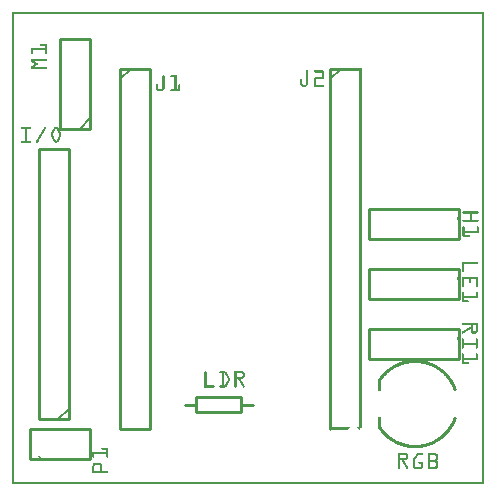
<source format=gto>
G04 MADE WITH FRITZING*
G04 WWW.FRITZING.ORG*
G04 DOUBLE SIDED*
G04 HOLES PLATED*
G04 CONTOUR ON CENTER OF CONTOUR VECTOR*
%ASAXBY*%
%FSLAX23Y23*%
%MOIN*%
%OFA0B0*%
%SFA1.0B1.0*%
%ADD10C,0.010000*%
%ADD11C,0.005000*%
%ADD12R,0.001000X0.001000*%
%LNSILK1*%
G90*
G70*
G54D10*
X577Y267D02*
X614Y267D01*
D02*
X764Y267D02*
X802Y267D01*
D02*
X614Y292D02*
X764Y292D01*
D02*
X764Y292D02*
X764Y242D01*
D02*
X764Y242D02*
X614Y242D01*
D02*
X614Y242D02*
X614Y292D01*
D02*
X361Y1387D02*
X361Y187D01*
D02*
X361Y187D02*
X461Y187D01*
D02*
X461Y187D02*
X461Y1387D01*
D02*
X461Y1387D02*
X361Y1387D01*
G54D11*
D02*
X361Y1352D02*
X396Y1387D01*
G54D10*
D02*
X1061Y1387D02*
X1061Y187D01*
D02*
X1161Y1387D02*
X1061Y1387D01*
G54D11*
D02*
X1061Y1352D02*
X1096Y1387D01*
G54D10*
D02*
X61Y87D02*
X261Y87D01*
D02*
X261Y87D02*
X261Y187D01*
D02*
X261Y187D02*
X61Y187D01*
D02*
X61Y187D02*
X61Y87D01*
D02*
X261Y1187D02*
X261Y1487D01*
D02*
X261Y1487D02*
X161Y1487D01*
D02*
X161Y1487D02*
X161Y1187D01*
D02*
X161Y1187D02*
X261Y1187D01*
G54D11*
D02*
X261Y1222D02*
X226Y1187D01*
G54D10*
D02*
X189Y218D02*
X189Y1118D01*
D02*
X189Y1118D02*
X89Y1118D01*
D02*
X89Y1118D02*
X89Y218D01*
D02*
X89Y218D02*
X189Y218D01*
G54D11*
D02*
X189Y253D02*
X154Y218D01*
G54D10*
D02*
X1489Y518D02*
X1189Y518D01*
D02*
X1189Y518D02*
X1189Y418D01*
D02*
X1189Y418D02*
X1489Y418D01*
D02*
X1489Y418D02*
X1489Y518D01*
D02*
X1489Y718D02*
X1189Y718D01*
D02*
X1189Y718D02*
X1189Y618D01*
D02*
X1189Y618D02*
X1489Y618D01*
D02*
X1489Y618D02*
X1489Y718D01*
D02*
X1489Y918D02*
X1189Y918D01*
D02*
X1189Y918D02*
X1189Y818D01*
D02*
X1189Y818D02*
X1489Y818D01*
D02*
X1489Y818D02*
X1489Y918D01*
G54D12*
X0Y1575D02*
X1573Y1575D01*
X0Y1574D02*
X1573Y1574D01*
X0Y1573D02*
X1573Y1573D01*
X0Y1572D02*
X1573Y1572D01*
X0Y1571D02*
X1573Y1571D01*
X0Y1570D02*
X1573Y1570D01*
X0Y1569D02*
X1573Y1569D01*
X0Y1568D02*
X1573Y1568D01*
X0Y1567D02*
X7Y1567D01*
X1566Y1567D02*
X1573Y1567D01*
X0Y1566D02*
X7Y1566D01*
X1566Y1566D02*
X1573Y1566D01*
X0Y1565D02*
X7Y1565D01*
X1566Y1565D02*
X1573Y1565D01*
X0Y1564D02*
X7Y1564D01*
X1566Y1564D02*
X1573Y1564D01*
X0Y1563D02*
X7Y1563D01*
X1566Y1563D02*
X1573Y1563D01*
X0Y1562D02*
X7Y1562D01*
X1566Y1562D02*
X1573Y1562D01*
X0Y1561D02*
X7Y1561D01*
X1566Y1561D02*
X1573Y1561D01*
X0Y1560D02*
X7Y1560D01*
X1566Y1560D02*
X1573Y1560D01*
X0Y1559D02*
X7Y1559D01*
X1566Y1559D02*
X1573Y1559D01*
X0Y1558D02*
X7Y1558D01*
X1566Y1558D02*
X1573Y1558D01*
X0Y1557D02*
X7Y1557D01*
X1566Y1557D02*
X1573Y1557D01*
X0Y1556D02*
X7Y1556D01*
X1566Y1556D02*
X1573Y1556D01*
X0Y1555D02*
X7Y1555D01*
X1566Y1555D02*
X1573Y1555D01*
X0Y1554D02*
X7Y1554D01*
X1566Y1554D02*
X1573Y1554D01*
X0Y1553D02*
X7Y1553D01*
X1566Y1553D02*
X1573Y1553D01*
X0Y1552D02*
X7Y1552D01*
X1566Y1552D02*
X1573Y1552D01*
X0Y1551D02*
X7Y1551D01*
X1566Y1551D02*
X1573Y1551D01*
X0Y1550D02*
X7Y1550D01*
X1566Y1550D02*
X1573Y1550D01*
X0Y1549D02*
X7Y1549D01*
X1566Y1549D02*
X1573Y1549D01*
X0Y1548D02*
X7Y1548D01*
X1566Y1548D02*
X1573Y1548D01*
X0Y1547D02*
X7Y1547D01*
X1566Y1547D02*
X1573Y1547D01*
X0Y1546D02*
X7Y1546D01*
X1566Y1546D02*
X1573Y1546D01*
X0Y1545D02*
X7Y1545D01*
X1566Y1545D02*
X1573Y1545D01*
X0Y1544D02*
X7Y1544D01*
X1566Y1544D02*
X1573Y1544D01*
X0Y1543D02*
X7Y1543D01*
X1566Y1543D02*
X1573Y1543D01*
X0Y1542D02*
X7Y1542D01*
X1566Y1542D02*
X1573Y1542D01*
X0Y1541D02*
X7Y1541D01*
X1566Y1541D02*
X1573Y1541D01*
X0Y1540D02*
X7Y1540D01*
X1566Y1540D02*
X1573Y1540D01*
X0Y1539D02*
X7Y1539D01*
X1566Y1539D02*
X1573Y1539D01*
X0Y1538D02*
X7Y1538D01*
X1566Y1538D02*
X1573Y1538D01*
X0Y1537D02*
X7Y1537D01*
X1566Y1537D02*
X1573Y1537D01*
X0Y1536D02*
X7Y1536D01*
X1566Y1536D02*
X1573Y1536D01*
X0Y1535D02*
X7Y1535D01*
X1566Y1535D02*
X1573Y1535D01*
X0Y1534D02*
X7Y1534D01*
X1566Y1534D02*
X1573Y1534D01*
X0Y1533D02*
X7Y1533D01*
X1566Y1533D02*
X1573Y1533D01*
X0Y1532D02*
X7Y1532D01*
X1566Y1532D02*
X1573Y1532D01*
X0Y1531D02*
X7Y1531D01*
X1566Y1531D02*
X1573Y1531D01*
X0Y1530D02*
X7Y1530D01*
X1566Y1530D02*
X1573Y1530D01*
X0Y1529D02*
X7Y1529D01*
X1566Y1529D02*
X1573Y1529D01*
X0Y1528D02*
X7Y1528D01*
X1566Y1528D02*
X1573Y1528D01*
X0Y1527D02*
X7Y1527D01*
X1566Y1527D02*
X1573Y1527D01*
X0Y1526D02*
X7Y1526D01*
X1566Y1526D02*
X1573Y1526D01*
X0Y1525D02*
X7Y1525D01*
X1566Y1525D02*
X1573Y1525D01*
X0Y1524D02*
X7Y1524D01*
X1566Y1524D02*
X1573Y1524D01*
X0Y1523D02*
X7Y1523D01*
X1566Y1523D02*
X1573Y1523D01*
X0Y1522D02*
X7Y1522D01*
X1566Y1522D02*
X1573Y1522D01*
X0Y1521D02*
X7Y1521D01*
X1566Y1521D02*
X1573Y1521D01*
X0Y1520D02*
X7Y1520D01*
X1566Y1520D02*
X1573Y1520D01*
X0Y1519D02*
X7Y1519D01*
X1566Y1519D02*
X1573Y1519D01*
X0Y1518D02*
X7Y1518D01*
X1566Y1518D02*
X1573Y1518D01*
X0Y1517D02*
X7Y1517D01*
X1566Y1517D02*
X1573Y1517D01*
X0Y1516D02*
X7Y1516D01*
X1566Y1516D02*
X1573Y1516D01*
X0Y1515D02*
X7Y1515D01*
X1566Y1515D02*
X1573Y1515D01*
X0Y1514D02*
X7Y1514D01*
X1566Y1514D02*
X1573Y1514D01*
X0Y1513D02*
X7Y1513D01*
X1566Y1513D02*
X1573Y1513D01*
X0Y1512D02*
X7Y1512D01*
X1566Y1512D02*
X1573Y1512D01*
X0Y1511D02*
X7Y1511D01*
X1566Y1511D02*
X1573Y1511D01*
X0Y1510D02*
X7Y1510D01*
X1566Y1510D02*
X1573Y1510D01*
X0Y1509D02*
X7Y1509D01*
X1566Y1509D02*
X1573Y1509D01*
X0Y1508D02*
X7Y1508D01*
X1566Y1508D02*
X1573Y1508D01*
X0Y1507D02*
X7Y1507D01*
X1566Y1507D02*
X1573Y1507D01*
X0Y1506D02*
X7Y1506D01*
X1566Y1506D02*
X1573Y1506D01*
X0Y1505D02*
X7Y1505D01*
X1566Y1505D02*
X1573Y1505D01*
X0Y1504D02*
X7Y1504D01*
X1566Y1504D02*
X1573Y1504D01*
X0Y1503D02*
X7Y1503D01*
X1566Y1503D02*
X1573Y1503D01*
X0Y1502D02*
X7Y1502D01*
X1566Y1502D02*
X1573Y1502D01*
X0Y1501D02*
X7Y1501D01*
X1566Y1501D02*
X1573Y1501D01*
X0Y1500D02*
X7Y1500D01*
X1566Y1500D02*
X1573Y1500D01*
X0Y1499D02*
X7Y1499D01*
X1566Y1499D02*
X1573Y1499D01*
X0Y1498D02*
X7Y1498D01*
X1566Y1498D02*
X1573Y1498D01*
X0Y1497D02*
X7Y1497D01*
X1566Y1497D02*
X1573Y1497D01*
X0Y1496D02*
X7Y1496D01*
X1566Y1496D02*
X1573Y1496D01*
X0Y1495D02*
X7Y1495D01*
X1566Y1495D02*
X1573Y1495D01*
X0Y1494D02*
X7Y1494D01*
X1566Y1494D02*
X1573Y1494D01*
X0Y1493D02*
X7Y1493D01*
X1566Y1493D02*
X1573Y1493D01*
X0Y1492D02*
X7Y1492D01*
X1566Y1492D02*
X1573Y1492D01*
X0Y1491D02*
X7Y1491D01*
X1566Y1491D02*
X1573Y1491D01*
X0Y1490D02*
X7Y1490D01*
X1566Y1490D02*
X1573Y1490D01*
X0Y1489D02*
X7Y1489D01*
X1566Y1489D02*
X1573Y1489D01*
X0Y1488D02*
X7Y1488D01*
X1566Y1488D02*
X1573Y1488D01*
X0Y1487D02*
X7Y1487D01*
X1566Y1487D02*
X1573Y1487D01*
X0Y1486D02*
X7Y1486D01*
X1566Y1486D02*
X1573Y1486D01*
X0Y1485D02*
X7Y1485D01*
X1566Y1485D02*
X1573Y1485D01*
X0Y1484D02*
X7Y1484D01*
X1566Y1484D02*
X1573Y1484D01*
X0Y1483D02*
X7Y1483D01*
X1566Y1483D02*
X1573Y1483D01*
X0Y1482D02*
X7Y1482D01*
X1566Y1482D02*
X1573Y1482D01*
X0Y1481D02*
X7Y1481D01*
X1566Y1481D02*
X1573Y1481D01*
X0Y1480D02*
X7Y1480D01*
X1566Y1480D02*
X1573Y1480D01*
X0Y1479D02*
X7Y1479D01*
X1566Y1479D02*
X1573Y1479D01*
X0Y1478D02*
X7Y1478D01*
X1566Y1478D02*
X1573Y1478D01*
X0Y1477D02*
X7Y1477D01*
X1566Y1477D02*
X1573Y1477D01*
X0Y1476D02*
X7Y1476D01*
X1566Y1476D02*
X1573Y1476D01*
X0Y1475D02*
X7Y1475D01*
X1566Y1475D02*
X1573Y1475D01*
X0Y1474D02*
X7Y1474D01*
X1566Y1474D02*
X1573Y1474D01*
X0Y1473D02*
X7Y1473D01*
X1566Y1473D02*
X1573Y1473D01*
X0Y1472D02*
X7Y1472D01*
X1566Y1472D02*
X1573Y1472D01*
X0Y1471D02*
X7Y1471D01*
X1566Y1471D02*
X1573Y1471D01*
X0Y1470D02*
X7Y1470D01*
X1566Y1470D02*
X1573Y1470D01*
X0Y1469D02*
X7Y1469D01*
X95Y1469D02*
X114Y1469D01*
X1566Y1469D02*
X1573Y1469D01*
X0Y1468D02*
X7Y1468D01*
X94Y1468D02*
X116Y1468D01*
X1566Y1468D02*
X1573Y1468D01*
X0Y1467D02*
X7Y1467D01*
X93Y1467D02*
X116Y1467D01*
X1566Y1467D02*
X1573Y1467D01*
X0Y1466D02*
X7Y1466D01*
X93Y1466D02*
X117Y1466D01*
X1566Y1466D02*
X1573Y1466D01*
X0Y1465D02*
X7Y1465D01*
X93Y1465D02*
X117Y1465D01*
X1566Y1465D02*
X1573Y1465D01*
X0Y1464D02*
X7Y1464D01*
X94Y1464D02*
X117Y1464D01*
X1566Y1464D02*
X1573Y1464D01*
X0Y1463D02*
X7Y1463D01*
X94Y1463D02*
X117Y1463D01*
X1566Y1463D02*
X1573Y1463D01*
X0Y1462D02*
X7Y1462D01*
X111Y1462D02*
X117Y1462D01*
X1566Y1462D02*
X1573Y1462D01*
X0Y1461D02*
X7Y1461D01*
X111Y1461D02*
X117Y1461D01*
X1566Y1461D02*
X1573Y1461D01*
X0Y1460D02*
X7Y1460D01*
X111Y1460D02*
X117Y1460D01*
X1566Y1460D02*
X1573Y1460D01*
X0Y1459D02*
X7Y1459D01*
X111Y1459D02*
X117Y1459D01*
X1566Y1459D02*
X1573Y1459D01*
X0Y1458D02*
X7Y1458D01*
X111Y1458D02*
X117Y1458D01*
X1566Y1458D02*
X1573Y1458D01*
X0Y1457D02*
X7Y1457D01*
X111Y1457D02*
X117Y1457D01*
X1566Y1457D02*
X1573Y1457D01*
X0Y1456D02*
X7Y1456D01*
X111Y1456D02*
X117Y1456D01*
X1566Y1456D02*
X1573Y1456D01*
X0Y1455D02*
X7Y1455D01*
X64Y1455D02*
X117Y1455D01*
X1566Y1455D02*
X1573Y1455D01*
X0Y1454D02*
X7Y1454D01*
X64Y1454D02*
X117Y1454D01*
X1566Y1454D02*
X1573Y1454D01*
X0Y1453D02*
X7Y1453D01*
X64Y1453D02*
X117Y1453D01*
X1566Y1453D02*
X1573Y1453D01*
X0Y1452D02*
X7Y1452D01*
X64Y1452D02*
X117Y1452D01*
X1566Y1452D02*
X1573Y1452D01*
X0Y1451D02*
X7Y1451D01*
X64Y1451D02*
X117Y1451D01*
X1566Y1451D02*
X1573Y1451D01*
X0Y1450D02*
X7Y1450D01*
X64Y1450D02*
X117Y1450D01*
X1566Y1450D02*
X1573Y1450D01*
X0Y1449D02*
X7Y1449D01*
X64Y1449D02*
X117Y1449D01*
X1566Y1449D02*
X1573Y1449D01*
X0Y1448D02*
X7Y1448D01*
X64Y1448D02*
X70Y1448D01*
X111Y1448D02*
X117Y1448D01*
X1566Y1448D02*
X1573Y1448D01*
X0Y1447D02*
X7Y1447D01*
X64Y1447D02*
X70Y1447D01*
X111Y1447D02*
X117Y1447D01*
X1566Y1447D02*
X1573Y1447D01*
X0Y1446D02*
X7Y1446D01*
X64Y1446D02*
X70Y1446D01*
X111Y1446D02*
X117Y1446D01*
X1566Y1446D02*
X1573Y1446D01*
X0Y1445D02*
X7Y1445D01*
X64Y1445D02*
X70Y1445D01*
X111Y1445D02*
X117Y1445D01*
X1566Y1445D02*
X1573Y1445D01*
X0Y1444D02*
X7Y1444D01*
X64Y1444D02*
X70Y1444D01*
X111Y1444D02*
X117Y1444D01*
X1566Y1444D02*
X1573Y1444D01*
X0Y1443D02*
X7Y1443D01*
X64Y1443D02*
X70Y1443D01*
X111Y1443D02*
X117Y1443D01*
X1566Y1443D02*
X1573Y1443D01*
X0Y1442D02*
X7Y1442D01*
X64Y1442D02*
X70Y1442D01*
X111Y1442D02*
X117Y1442D01*
X1566Y1442D02*
X1573Y1442D01*
X0Y1441D02*
X7Y1441D01*
X64Y1441D02*
X70Y1441D01*
X111Y1441D02*
X117Y1441D01*
X1566Y1441D02*
X1573Y1441D01*
X0Y1440D02*
X7Y1440D01*
X64Y1440D02*
X70Y1440D01*
X111Y1440D02*
X117Y1440D01*
X1566Y1440D02*
X1573Y1440D01*
X0Y1439D02*
X7Y1439D01*
X64Y1439D02*
X70Y1439D01*
X111Y1439D02*
X117Y1439D01*
X1566Y1439D02*
X1573Y1439D01*
X0Y1438D02*
X7Y1438D01*
X64Y1438D02*
X70Y1438D01*
X111Y1438D02*
X117Y1438D01*
X1566Y1438D02*
X1573Y1438D01*
X0Y1437D02*
X7Y1437D01*
X64Y1437D02*
X69Y1437D01*
X111Y1437D02*
X117Y1437D01*
X1566Y1437D02*
X1573Y1437D01*
X0Y1436D02*
X7Y1436D01*
X64Y1436D02*
X69Y1436D01*
X112Y1436D02*
X116Y1436D01*
X1566Y1436D02*
X1573Y1436D01*
X0Y1435D02*
X7Y1435D01*
X66Y1435D02*
X67Y1435D01*
X113Y1435D02*
X115Y1435D01*
X1566Y1435D02*
X1573Y1435D01*
X0Y1434D02*
X7Y1434D01*
X1566Y1434D02*
X1573Y1434D01*
X0Y1433D02*
X7Y1433D01*
X1566Y1433D02*
X1573Y1433D01*
X0Y1432D02*
X7Y1432D01*
X1566Y1432D02*
X1573Y1432D01*
X0Y1431D02*
X7Y1431D01*
X1566Y1431D02*
X1573Y1431D01*
X0Y1430D02*
X7Y1430D01*
X1566Y1430D02*
X1573Y1430D01*
X0Y1429D02*
X7Y1429D01*
X1566Y1429D02*
X1573Y1429D01*
X0Y1428D02*
X7Y1428D01*
X1566Y1428D02*
X1573Y1428D01*
X0Y1427D02*
X7Y1427D01*
X1566Y1427D02*
X1573Y1427D01*
X0Y1426D02*
X7Y1426D01*
X1566Y1426D02*
X1573Y1426D01*
X0Y1425D02*
X7Y1425D01*
X1566Y1425D02*
X1573Y1425D01*
X0Y1424D02*
X7Y1424D01*
X1566Y1424D02*
X1573Y1424D01*
X0Y1423D02*
X7Y1423D01*
X1566Y1423D02*
X1573Y1423D01*
X0Y1422D02*
X7Y1422D01*
X1566Y1422D02*
X1573Y1422D01*
X0Y1421D02*
X7Y1421D01*
X1566Y1421D02*
X1573Y1421D01*
X0Y1420D02*
X7Y1420D01*
X1566Y1420D02*
X1573Y1420D01*
X0Y1419D02*
X7Y1419D01*
X64Y1419D02*
X114Y1419D01*
X1566Y1419D02*
X1573Y1419D01*
X0Y1418D02*
X7Y1418D01*
X64Y1418D02*
X116Y1418D01*
X1566Y1418D02*
X1573Y1418D01*
X0Y1417D02*
X7Y1417D01*
X64Y1417D02*
X116Y1417D01*
X1566Y1417D02*
X1573Y1417D01*
X0Y1416D02*
X7Y1416D01*
X64Y1416D02*
X117Y1416D01*
X1566Y1416D02*
X1573Y1416D01*
X0Y1415D02*
X7Y1415D01*
X64Y1415D02*
X117Y1415D01*
X1566Y1415D02*
X1573Y1415D01*
X0Y1414D02*
X7Y1414D01*
X64Y1414D02*
X116Y1414D01*
X1566Y1414D02*
X1573Y1414D01*
X0Y1413D02*
X7Y1413D01*
X64Y1413D02*
X116Y1413D01*
X1566Y1413D02*
X1573Y1413D01*
X0Y1412D02*
X7Y1412D01*
X64Y1412D02*
X73Y1412D01*
X1566Y1412D02*
X1573Y1412D01*
X0Y1411D02*
X7Y1411D01*
X64Y1411D02*
X74Y1411D01*
X1566Y1411D02*
X1573Y1411D01*
X0Y1410D02*
X7Y1410D01*
X64Y1410D02*
X75Y1410D01*
X1566Y1410D02*
X1573Y1410D01*
X0Y1409D02*
X7Y1409D01*
X65Y1409D02*
X77Y1409D01*
X1566Y1409D02*
X1573Y1409D01*
X0Y1408D02*
X7Y1408D01*
X67Y1408D02*
X78Y1408D01*
X1566Y1408D02*
X1573Y1408D01*
X0Y1407D02*
X7Y1407D01*
X68Y1407D02*
X80Y1407D01*
X1566Y1407D02*
X1573Y1407D01*
X0Y1406D02*
X7Y1406D01*
X70Y1406D02*
X81Y1406D01*
X1566Y1406D02*
X1573Y1406D01*
X0Y1405D02*
X7Y1405D01*
X71Y1405D02*
X85Y1405D01*
X1566Y1405D02*
X1573Y1405D01*
X0Y1404D02*
X7Y1404D01*
X73Y1404D02*
X86Y1404D01*
X1566Y1404D02*
X1573Y1404D01*
X0Y1403D02*
X7Y1403D01*
X74Y1403D02*
X87Y1403D01*
X1566Y1403D02*
X1573Y1403D01*
X0Y1402D02*
X7Y1402D01*
X75Y1402D02*
X87Y1402D01*
X1566Y1402D02*
X1573Y1402D01*
X0Y1401D02*
X7Y1401D01*
X75Y1401D02*
X87Y1401D01*
X1566Y1401D02*
X1573Y1401D01*
X0Y1400D02*
X7Y1400D01*
X73Y1400D02*
X87Y1400D01*
X1566Y1400D02*
X1573Y1400D01*
X0Y1399D02*
X7Y1399D01*
X72Y1399D02*
X86Y1399D01*
X1566Y1399D02*
X1573Y1399D01*
X0Y1398D02*
X7Y1398D01*
X70Y1398D02*
X82Y1398D01*
X1566Y1398D02*
X1573Y1398D01*
X0Y1397D02*
X7Y1397D01*
X69Y1397D02*
X80Y1397D01*
X1566Y1397D02*
X1573Y1397D01*
X0Y1396D02*
X7Y1396D01*
X68Y1396D02*
X79Y1396D01*
X1566Y1396D02*
X1573Y1396D01*
X0Y1395D02*
X7Y1395D01*
X66Y1395D02*
X77Y1395D01*
X1566Y1395D02*
X1573Y1395D01*
X0Y1394D02*
X7Y1394D01*
X65Y1394D02*
X76Y1394D01*
X1566Y1394D02*
X1573Y1394D01*
X0Y1393D02*
X7Y1393D01*
X64Y1393D02*
X75Y1393D01*
X1566Y1393D02*
X1573Y1393D01*
X0Y1392D02*
X7Y1392D01*
X64Y1392D02*
X73Y1392D01*
X1566Y1392D02*
X1573Y1392D01*
X0Y1391D02*
X7Y1391D01*
X64Y1391D02*
X115Y1391D01*
X1566Y1391D02*
X1573Y1391D01*
X0Y1390D02*
X7Y1390D01*
X64Y1390D02*
X116Y1390D01*
X1566Y1390D02*
X1573Y1390D01*
X0Y1389D02*
X7Y1389D01*
X64Y1389D02*
X117Y1389D01*
X1566Y1389D02*
X1573Y1389D01*
X0Y1388D02*
X7Y1388D01*
X64Y1388D02*
X117Y1388D01*
X1566Y1388D02*
X1573Y1388D01*
X0Y1387D02*
X7Y1387D01*
X64Y1387D02*
X117Y1387D01*
X1156Y1387D02*
X1165Y1387D01*
X1566Y1387D02*
X1573Y1387D01*
X0Y1386D02*
X7Y1386D01*
X64Y1386D02*
X116Y1386D01*
X1156Y1386D02*
X1165Y1386D01*
X1566Y1386D02*
X1573Y1386D01*
X0Y1385D02*
X7Y1385D01*
X64Y1385D02*
X115Y1385D01*
X1156Y1385D02*
X1165Y1385D01*
X1566Y1385D02*
X1573Y1385D01*
X0Y1384D02*
X7Y1384D01*
X1156Y1384D02*
X1165Y1384D01*
X1566Y1384D02*
X1573Y1384D01*
X0Y1383D02*
X7Y1383D01*
X1156Y1383D02*
X1165Y1383D01*
X1566Y1383D02*
X1573Y1383D01*
X0Y1382D02*
X7Y1382D01*
X1156Y1382D02*
X1165Y1382D01*
X1566Y1382D02*
X1573Y1382D01*
X0Y1381D02*
X7Y1381D01*
X1156Y1381D02*
X1165Y1381D01*
X1566Y1381D02*
X1573Y1381D01*
X0Y1380D02*
X7Y1380D01*
X982Y1380D02*
X986Y1380D01*
X1008Y1380D02*
X1037Y1380D01*
X1156Y1380D02*
X1165Y1380D01*
X1566Y1380D02*
X1573Y1380D01*
X0Y1379D02*
X7Y1379D01*
X981Y1379D02*
X987Y1379D01*
X1008Y1379D02*
X1038Y1379D01*
X1156Y1379D02*
X1165Y1379D01*
X1566Y1379D02*
X1573Y1379D01*
X0Y1378D02*
X7Y1378D01*
X981Y1378D02*
X987Y1378D01*
X1007Y1378D02*
X1039Y1378D01*
X1156Y1378D02*
X1165Y1378D01*
X1566Y1378D02*
X1573Y1378D01*
X0Y1377D02*
X7Y1377D01*
X981Y1377D02*
X987Y1377D01*
X1007Y1377D02*
X1040Y1377D01*
X1156Y1377D02*
X1165Y1377D01*
X1566Y1377D02*
X1573Y1377D01*
X0Y1376D02*
X7Y1376D01*
X981Y1376D02*
X987Y1376D01*
X1007Y1376D02*
X1040Y1376D01*
X1156Y1376D02*
X1165Y1376D01*
X1566Y1376D02*
X1573Y1376D01*
X0Y1375D02*
X7Y1375D01*
X981Y1375D02*
X987Y1375D01*
X1008Y1375D02*
X1041Y1375D01*
X1156Y1375D02*
X1165Y1375D01*
X1566Y1375D02*
X1573Y1375D01*
X0Y1374D02*
X7Y1374D01*
X981Y1374D02*
X987Y1374D01*
X1010Y1374D02*
X1041Y1374D01*
X1156Y1374D02*
X1165Y1374D01*
X1566Y1374D02*
X1573Y1374D01*
X0Y1373D02*
X7Y1373D01*
X981Y1373D02*
X987Y1373D01*
X1035Y1373D02*
X1041Y1373D01*
X1156Y1373D02*
X1165Y1373D01*
X1566Y1373D02*
X1573Y1373D01*
X0Y1372D02*
X7Y1372D01*
X981Y1372D02*
X987Y1372D01*
X1035Y1372D02*
X1041Y1372D01*
X1156Y1372D02*
X1165Y1372D01*
X1566Y1372D02*
X1573Y1372D01*
X0Y1371D02*
X7Y1371D01*
X981Y1371D02*
X987Y1371D01*
X1035Y1371D02*
X1041Y1371D01*
X1156Y1371D02*
X1165Y1371D01*
X1566Y1371D02*
X1573Y1371D01*
X0Y1370D02*
X7Y1370D01*
X981Y1370D02*
X987Y1370D01*
X1035Y1370D02*
X1041Y1370D01*
X1156Y1370D02*
X1165Y1370D01*
X1566Y1370D02*
X1573Y1370D01*
X0Y1369D02*
X7Y1369D01*
X981Y1369D02*
X987Y1369D01*
X1035Y1369D02*
X1041Y1369D01*
X1156Y1369D02*
X1165Y1369D01*
X1566Y1369D02*
X1573Y1369D01*
X0Y1368D02*
X7Y1368D01*
X981Y1368D02*
X987Y1368D01*
X1035Y1368D02*
X1041Y1368D01*
X1156Y1368D02*
X1165Y1368D01*
X1566Y1368D02*
X1573Y1368D01*
X0Y1367D02*
X7Y1367D01*
X981Y1367D02*
X987Y1367D01*
X1035Y1367D02*
X1041Y1367D01*
X1156Y1367D02*
X1165Y1367D01*
X1566Y1367D02*
X1573Y1367D01*
X0Y1366D02*
X7Y1366D01*
X981Y1366D02*
X987Y1366D01*
X1035Y1366D02*
X1041Y1366D01*
X1156Y1366D02*
X1165Y1366D01*
X1566Y1366D02*
X1573Y1366D01*
X0Y1365D02*
X7Y1365D01*
X504Y1365D02*
X505Y1365D01*
X530Y1365D02*
X547Y1365D01*
X981Y1365D02*
X987Y1365D01*
X1035Y1365D02*
X1041Y1365D01*
X1156Y1365D02*
X1165Y1365D01*
X1566Y1365D02*
X1573Y1365D01*
X0Y1364D02*
X7Y1364D01*
X503Y1364D02*
X507Y1364D01*
X529Y1364D02*
X548Y1364D01*
X981Y1364D02*
X987Y1364D01*
X1035Y1364D02*
X1041Y1364D01*
X1156Y1364D02*
X1165Y1364D01*
X1566Y1364D02*
X1573Y1364D01*
X0Y1363D02*
X7Y1363D01*
X502Y1363D02*
X507Y1363D01*
X528Y1363D02*
X548Y1363D01*
X981Y1363D02*
X987Y1363D01*
X1035Y1363D02*
X1041Y1363D01*
X1156Y1363D02*
X1165Y1363D01*
X1566Y1363D02*
X1573Y1363D01*
X0Y1362D02*
X7Y1362D01*
X502Y1362D02*
X508Y1362D01*
X528Y1362D02*
X548Y1362D01*
X981Y1362D02*
X987Y1362D01*
X1035Y1362D02*
X1041Y1362D01*
X1156Y1362D02*
X1165Y1362D01*
X1566Y1362D02*
X1573Y1362D01*
X0Y1361D02*
X7Y1361D01*
X502Y1361D02*
X508Y1361D01*
X528Y1361D02*
X548Y1361D01*
X981Y1361D02*
X987Y1361D01*
X1035Y1361D02*
X1041Y1361D01*
X1156Y1361D02*
X1165Y1361D01*
X1566Y1361D02*
X1573Y1361D01*
X0Y1360D02*
X7Y1360D01*
X502Y1360D02*
X508Y1360D01*
X528Y1360D02*
X548Y1360D01*
X981Y1360D02*
X987Y1360D01*
X1035Y1360D02*
X1041Y1360D01*
X1156Y1360D02*
X1165Y1360D01*
X1566Y1360D02*
X1573Y1360D01*
X0Y1359D02*
X7Y1359D01*
X502Y1359D02*
X508Y1359D01*
X529Y1359D02*
X548Y1359D01*
X981Y1359D02*
X987Y1359D01*
X1035Y1359D02*
X1041Y1359D01*
X1156Y1359D02*
X1165Y1359D01*
X1566Y1359D02*
X1573Y1359D01*
X0Y1358D02*
X7Y1358D01*
X502Y1358D02*
X508Y1358D01*
X541Y1358D02*
X548Y1358D01*
X981Y1358D02*
X987Y1358D01*
X1035Y1358D02*
X1041Y1358D01*
X1156Y1358D02*
X1165Y1358D01*
X1566Y1358D02*
X1573Y1358D01*
X0Y1357D02*
X7Y1357D01*
X502Y1357D02*
X508Y1357D01*
X541Y1357D02*
X548Y1357D01*
X981Y1357D02*
X987Y1357D01*
X1012Y1357D02*
X1041Y1357D01*
X1156Y1357D02*
X1165Y1357D01*
X1566Y1357D02*
X1573Y1357D01*
X0Y1356D02*
X7Y1356D01*
X502Y1356D02*
X508Y1356D01*
X541Y1356D02*
X548Y1356D01*
X981Y1356D02*
X987Y1356D01*
X1010Y1356D02*
X1041Y1356D01*
X1156Y1356D02*
X1165Y1356D01*
X1566Y1356D02*
X1573Y1356D01*
X0Y1355D02*
X7Y1355D01*
X502Y1355D02*
X508Y1355D01*
X541Y1355D02*
X548Y1355D01*
X981Y1355D02*
X987Y1355D01*
X1009Y1355D02*
X1040Y1355D01*
X1156Y1355D02*
X1165Y1355D01*
X1566Y1355D02*
X1573Y1355D01*
X0Y1354D02*
X7Y1354D01*
X502Y1354D02*
X508Y1354D01*
X541Y1354D02*
X548Y1354D01*
X981Y1354D02*
X987Y1354D01*
X1008Y1354D02*
X1040Y1354D01*
X1156Y1354D02*
X1165Y1354D01*
X1566Y1354D02*
X1573Y1354D01*
X0Y1353D02*
X7Y1353D01*
X502Y1353D02*
X508Y1353D01*
X541Y1353D02*
X548Y1353D01*
X981Y1353D02*
X987Y1353D01*
X1008Y1353D02*
X1039Y1353D01*
X1156Y1353D02*
X1165Y1353D01*
X1566Y1353D02*
X1573Y1353D01*
X0Y1352D02*
X7Y1352D01*
X502Y1352D02*
X508Y1352D01*
X541Y1352D02*
X548Y1352D01*
X981Y1352D02*
X987Y1352D01*
X1007Y1352D02*
X1038Y1352D01*
X1156Y1352D02*
X1165Y1352D01*
X1566Y1352D02*
X1573Y1352D01*
X0Y1351D02*
X7Y1351D01*
X502Y1351D02*
X508Y1351D01*
X541Y1351D02*
X548Y1351D01*
X962Y1351D02*
X964Y1351D01*
X981Y1351D02*
X987Y1351D01*
X1007Y1351D02*
X1037Y1351D01*
X1156Y1351D02*
X1165Y1351D01*
X1566Y1351D02*
X1573Y1351D01*
X0Y1350D02*
X7Y1350D01*
X502Y1350D02*
X508Y1350D01*
X541Y1350D02*
X548Y1350D01*
X961Y1350D02*
X966Y1350D01*
X981Y1350D02*
X987Y1350D01*
X1007Y1350D02*
X1013Y1350D01*
X1156Y1350D02*
X1165Y1350D01*
X1566Y1350D02*
X1573Y1350D01*
X0Y1349D02*
X7Y1349D01*
X502Y1349D02*
X508Y1349D01*
X541Y1349D02*
X548Y1349D01*
X961Y1349D02*
X966Y1349D01*
X981Y1349D02*
X987Y1349D01*
X1007Y1349D02*
X1013Y1349D01*
X1156Y1349D02*
X1165Y1349D01*
X1566Y1349D02*
X1573Y1349D01*
X0Y1348D02*
X7Y1348D01*
X502Y1348D02*
X508Y1348D01*
X541Y1348D02*
X548Y1348D01*
X960Y1348D02*
X966Y1348D01*
X981Y1348D02*
X987Y1348D01*
X1007Y1348D02*
X1013Y1348D01*
X1156Y1348D02*
X1165Y1348D01*
X1566Y1348D02*
X1573Y1348D01*
X0Y1347D02*
X7Y1347D01*
X502Y1347D02*
X508Y1347D01*
X541Y1347D02*
X548Y1347D01*
X960Y1347D02*
X966Y1347D01*
X981Y1347D02*
X987Y1347D01*
X1007Y1347D02*
X1013Y1347D01*
X1156Y1347D02*
X1165Y1347D01*
X1566Y1347D02*
X1573Y1347D01*
X0Y1346D02*
X7Y1346D01*
X502Y1346D02*
X508Y1346D01*
X541Y1346D02*
X548Y1346D01*
X960Y1346D02*
X966Y1346D01*
X981Y1346D02*
X987Y1346D01*
X1007Y1346D02*
X1013Y1346D01*
X1156Y1346D02*
X1165Y1346D01*
X1566Y1346D02*
X1573Y1346D01*
X0Y1345D02*
X7Y1345D01*
X502Y1345D02*
X508Y1345D01*
X541Y1345D02*
X548Y1345D01*
X960Y1345D02*
X966Y1345D01*
X981Y1345D02*
X987Y1345D01*
X1007Y1345D02*
X1013Y1345D01*
X1156Y1345D02*
X1165Y1345D01*
X1566Y1345D02*
X1573Y1345D01*
X0Y1344D02*
X7Y1344D01*
X502Y1344D02*
X508Y1344D01*
X541Y1344D02*
X548Y1344D01*
X960Y1344D02*
X966Y1344D01*
X981Y1344D02*
X987Y1344D01*
X1007Y1344D02*
X1013Y1344D01*
X1156Y1344D02*
X1165Y1344D01*
X1566Y1344D02*
X1573Y1344D01*
X0Y1343D02*
X7Y1343D01*
X502Y1343D02*
X508Y1343D01*
X541Y1343D02*
X548Y1343D01*
X960Y1343D02*
X966Y1343D01*
X981Y1343D02*
X987Y1343D01*
X1007Y1343D02*
X1013Y1343D01*
X1156Y1343D02*
X1165Y1343D01*
X1566Y1343D02*
X1573Y1343D01*
X0Y1342D02*
X7Y1342D01*
X502Y1342D02*
X508Y1342D01*
X541Y1342D02*
X548Y1342D01*
X960Y1342D02*
X966Y1342D01*
X981Y1342D02*
X987Y1342D01*
X1007Y1342D02*
X1013Y1342D01*
X1156Y1342D02*
X1165Y1342D01*
X1566Y1342D02*
X1573Y1342D01*
X0Y1341D02*
X7Y1341D01*
X502Y1341D02*
X508Y1341D01*
X541Y1341D02*
X548Y1341D01*
X960Y1341D02*
X966Y1341D01*
X981Y1341D02*
X987Y1341D01*
X1007Y1341D02*
X1013Y1341D01*
X1156Y1341D02*
X1165Y1341D01*
X1566Y1341D02*
X1573Y1341D01*
X0Y1340D02*
X7Y1340D01*
X502Y1340D02*
X508Y1340D01*
X541Y1340D02*
X548Y1340D01*
X960Y1340D02*
X966Y1340D01*
X981Y1340D02*
X987Y1340D01*
X1007Y1340D02*
X1013Y1340D01*
X1156Y1340D02*
X1165Y1340D01*
X1566Y1340D02*
X1573Y1340D01*
X0Y1339D02*
X7Y1339D01*
X502Y1339D02*
X508Y1339D01*
X541Y1339D02*
X548Y1339D01*
X960Y1339D02*
X966Y1339D01*
X981Y1339D02*
X987Y1339D01*
X1007Y1339D02*
X1013Y1339D01*
X1156Y1339D02*
X1165Y1339D01*
X1566Y1339D02*
X1573Y1339D01*
X0Y1338D02*
X7Y1338D01*
X502Y1338D02*
X508Y1338D01*
X541Y1338D02*
X548Y1338D01*
X960Y1338D02*
X966Y1338D01*
X981Y1338D02*
X987Y1338D01*
X1007Y1338D02*
X1013Y1338D01*
X1156Y1338D02*
X1165Y1338D01*
X1566Y1338D02*
X1573Y1338D01*
X0Y1337D02*
X7Y1337D01*
X502Y1337D02*
X508Y1337D01*
X541Y1337D02*
X548Y1337D01*
X960Y1337D02*
X966Y1337D01*
X981Y1337D02*
X987Y1337D01*
X1007Y1337D02*
X1013Y1337D01*
X1156Y1337D02*
X1165Y1337D01*
X1566Y1337D02*
X1573Y1337D01*
X0Y1336D02*
X7Y1336D01*
X502Y1336D02*
X508Y1336D01*
X541Y1336D02*
X548Y1336D01*
X960Y1336D02*
X967Y1336D01*
X981Y1336D02*
X987Y1336D01*
X1007Y1336D02*
X1013Y1336D01*
X1156Y1336D02*
X1165Y1336D01*
X1566Y1336D02*
X1573Y1336D01*
X0Y1335D02*
X7Y1335D01*
X482Y1335D02*
X486Y1335D01*
X502Y1335D02*
X508Y1335D01*
X541Y1335D02*
X548Y1335D01*
X557Y1335D02*
X560Y1335D01*
X961Y1335D02*
X967Y1335D01*
X980Y1335D02*
X987Y1335D01*
X1007Y1335D02*
X1013Y1335D01*
X1156Y1335D02*
X1165Y1335D01*
X1566Y1335D02*
X1573Y1335D01*
X0Y1334D02*
X7Y1334D01*
X481Y1334D02*
X486Y1334D01*
X502Y1334D02*
X508Y1334D01*
X541Y1334D02*
X548Y1334D01*
X556Y1334D02*
X561Y1334D01*
X961Y1334D02*
X969Y1334D01*
X979Y1334D02*
X986Y1334D01*
X1007Y1334D02*
X1013Y1334D01*
X1156Y1334D02*
X1165Y1334D01*
X1566Y1334D02*
X1573Y1334D01*
X0Y1333D02*
X7Y1333D01*
X481Y1333D02*
X487Y1333D01*
X502Y1333D02*
X508Y1333D01*
X541Y1333D02*
X548Y1333D01*
X555Y1333D02*
X561Y1333D01*
X961Y1333D02*
X986Y1333D01*
X1007Y1333D02*
X1039Y1333D01*
X1156Y1333D02*
X1165Y1333D01*
X1566Y1333D02*
X1573Y1333D01*
X0Y1332D02*
X7Y1332D01*
X481Y1332D02*
X487Y1332D01*
X502Y1332D02*
X508Y1332D01*
X541Y1332D02*
X548Y1332D01*
X555Y1332D02*
X561Y1332D01*
X962Y1332D02*
X986Y1332D01*
X1007Y1332D02*
X1040Y1332D01*
X1156Y1332D02*
X1165Y1332D01*
X1566Y1332D02*
X1573Y1332D01*
X0Y1331D02*
X7Y1331D01*
X481Y1331D02*
X487Y1331D01*
X502Y1331D02*
X508Y1331D01*
X541Y1331D02*
X548Y1331D01*
X555Y1331D02*
X561Y1331D01*
X962Y1331D02*
X985Y1331D01*
X1007Y1331D02*
X1041Y1331D01*
X1156Y1331D02*
X1165Y1331D01*
X1566Y1331D02*
X1573Y1331D01*
X0Y1330D02*
X7Y1330D01*
X481Y1330D02*
X487Y1330D01*
X502Y1330D02*
X508Y1330D01*
X541Y1330D02*
X548Y1330D01*
X555Y1330D02*
X561Y1330D01*
X963Y1330D02*
X984Y1330D01*
X1007Y1330D02*
X1041Y1330D01*
X1156Y1330D02*
X1165Y1330D01*
X1566Y1330D02*
X1573Y1330D01*
X0Y1329D02*
X7Y1329D01*
X481Y1329D02*
X487Y1329D01*
X502Y1329D02*
X508Y1329D01*
X541Y1329D02*
X548Y1329D01*
X555Y1329D02*
X561Y1329D01*
X964Y1329D02*
X983Y1329D01*
X1007Y1329D02*
X1040Y1329D01*
X1156Y1329D02*
X1165Y1329D01*
X1566Y1329D02*
X1573Y1329D01*
X0Y1328D02*
X7Y1328D01*
X481Y1328D02*
X487Y1328D01*
X502Y1328D02*
X508Y1328D01*
X541Y1328D02*
X548Y1328D01*
X555Y1328D02*
X561Y1328D01*
X966Y1328D02*
X981Y1328D01*
X1007Y1328D02*
X1040Y1328D01*
X1156Y1328D02*
X1165Y1328D01*
X1566Y1328D02*
X1573Y1328D01*
X0Y1327D02*
X7Y1327D01*
X481Y1327D02*
X487Y1327D01*
X502Y1327D02*
X508Y1327D01*
X541Y1327D02*
X548Y1327D01*
X555Y1327D02*
X561Y1327D01*
X968Y1327D02*
X979Y1327D01*
X1007Y1327D02*
X1038Y1327D01*
X1156Y1327D02*
X1165Y1327D01*
X1566Y1327D02*
X1573Y1327D01*
X0Y1326D02*
X7Y1326D01*
X481Y1326D02*
X487Y1326D01*
X502Y1326D02*
X508Y1326D01*
X541Y1326D02*
X548Y1326D01*
X555Y1326D02*
X561Y1326D01*
X1156Y1326D02*
X1165Y1326D01*
X1566Y1326D02*
X1573Y1326D01*
X0Y1325D02*
X7Y1325D01*
X481Y1325D02*
X487Y1325D01*
X502Y1325D02*
X508Y1325D01*
X541Y1325D02*
X548Y1325D01*
X555Y1325D02*
X561Y1325D01*
X1156Y1325D02*
X1165Y1325D01*
X1566Y1325D02*
X1573Y1325D01*
X0Y1324D02*
X7Y1324D01*
X481Y1324D02*
X487Y1324D01*
X502Y1324D02*
X508Y1324D01*
X541Y1324D02*
X548Y1324D01*
X555Y1324D02*
X561Y1324D01*
X1156Y1324D02*
X1165Y1324D01*
X1566Y1324D02*
X1573Y1324D01*
X0Y1323D02*
X7Y1323D01*
X481Y1323D02*
X487Y1323D01*
X502Y1323D02*
X508Y1323D01*
X541Y1323D02*
X548Y1323D01*
X555Y1323D02*
X561Y1323D01*
X1156Y1323D02*
X1165Y1323D01*
X1566Y1323D02*
X1573Y1323D01*
X0Y1322D02*
X7Y1322D01*
X481Y1322D02*
X487Y1322D01*
X502Y1322D02*
X508Y1322D01*
X541Y1322D02*
X548Y1322D01*
X555Y1322D02*
X561Y1322D01*
X1156Y1322D02*
X1165Y1322D01*
X1566Y1322D02*
X1573Y1322D01*
X0Y1321D02*
X7Y1321D01*
X481Y1321D02*
X487Y1321D01*
X502Y1321D02*
X508Y1321D01*
X541Y1321D02*
X548Y1321D01*
X555Y1321D02*
X561Y1321D01*
X1156Y1321D02*
X1165Y1321D01*
X1566Y1321D02*
X1573Y1321D01*
X0Y1320D02*
X7Y1320D01*
X481Y1320D02*
X487Y1320D01*
X501Y1320D02*
X508Y1320D01*
X541Y1320D02*
X548Y1320D01*
X555Y1320D02*
X561Y1320D01*
X1156Y1320D02*
X1165Y1320D01*
X1566Y1320D02*
X1573Y1320D01*
X0Y1319D02*
X7Y1319D01*
X481Y1319D02*
X488Y1319D01*
X500Y1319D02*
X507Y1319D01*
X541Y1319D02*
X548Y1319D01*
X555Y1319D02*
X561Y1319D01*
X1156Y1319D02*
X1165Y1319D01*
X1566Y1319D02*
X1573Y1319D01*
X0Y1318D02*
X7Y1318D01*
X482Y1318D02*
X507Y1318D01*
X531Y1318D02*
X561Y1318D01*
X1156Y1318D02*
X1165Y1318D01*
X1566Y1318D02*
X1573Y1318D01*
X0Y1317D02*
X7Y1317D01*
X482Y1317D02*
X507Y1317D01*
X529Y1317D02*
X561Y1317D01*
X1156Y1317D02*
X1165Y1317D01*
X1566Y1317D02*
X1573Y1317D01*
X0Y1316D02*
X7Y1316D01*
X483Y1316D02*
X506Y1316D01*
X528Y1316D02*
X561Y1316D01*
X1156Y1316D02*
X1165Y1316D01*
X1566Y1316D02*
X1573Y1316D01*
X0Y1315D02*
X7Y1315D01*
X483Y1315D02*
X505Y1315D01*
X528Y1315D02*
X561Y1315D01*
X1156Y1315D02*
X1165Y1315D01*
X1566Y1315D02*
X1573Y1315D01*
X0Y1314D02*
X7Y1314D01*
X484Y1314D02*
X504Y1314D01*
X528Y1314D02*
X561Y1314D01*
X1156Y1314D02*
X1165Y1314D01*
X1566Y1314D02*
X1573Y1314D01*
X0Y1313D02*
X7Y1313D01*
X486Y1313D02*
X503Y1313D01*
X528Y1313D02*
X561Y1313D01*
X1156Y1313D02*
X1165Y1313D01*
X1566Y1313D02*
X1573Y1313D01*
X0Y1312D02*
X7Y1312D01*
X487Y1312D02*
X501Y1312D01*
X529Y1312D02*
X560Y1312D01*
X1156Y1312D02*
X1165Y1312D01*
X1566Y1312D02*
X1573Y1312D01*
X0Y1311D02*
X7Y1311D01*
X1156Y1311D02*
X1165Y1311D01*
X1566Y1311D02*
X1573Y1311D01*
X0Y1310D02*
X7Y1310D01*
X1156Y1310D02*
X1165Y1310D01*
X1566Y1310D02*
X1573Y1310D01*
X0Y1309D02*
X7Y1309D01*
X1156Y1309D02*
X1165Y1309D01*
X1566Y1309D02*
X1573Y1309D01*
X0Y1308D02*
X7Y1308D01*
X1156Y1308D02*
X1165Y1308D01*
X1566Y1308D02*
X1573Y1308D01*
X0Y1307D02*
X7Y1307D01*
X1156Y1307D02*
X1165Y1307D01*
X1566Y1307D02*
X1573Y1307D01*
X0Y1306D02*
X7Y1306D01*
X1156Y1306D02*
X1165Y1306D01*
X1566Y1306D02*
X1573Y1306D01*
X0Y1305D02*
X7Y1305D01*
X1156Y1305D02*
X1165Y1305D01*
X1566Y1305D02*
X1573Y1305D01*
X0Y1304D02*
X7Y1304D01*
X1156Y1304D02*
X1165Y1304D01*
X1566Y1304D02*
X1573Y1304D01*
X0Y1303D02*
X7Y1303D01*
X1156Y1303D02*
X1165Y1303D01*
X1566Y1303D02*
X1573Y1303D01*
X0Y1302D02*
X7Y1302D01*
X1156Y1302D02*
X1165Y1302D01*
X1566Y1302D02*
X1573Y1302D01*
X0Y1301D02*
X7Y1301D01*
X1156Y1301D02*
X1165Y1301D01*
X1566Y1301D02*
X1573Y1301D01*
X0Y1300D02*
X7Y1300D01*
X1156Y1300D02*
X1165Y1300D01*
X1566Y1300D02*
X1573Y1300D01*
X0Y1299D02*
X7Y1299D01*
X1156Y1299D02*
X1165Y1299D01*
X1566Y1299D02*
X1573Y1299D01*
X0Y1298D02*
X7Y1298D01*
X1156Y1298D02*
X1165Y1298D01*
X1566Y1298D02*
X1573Y1298D01*
X0Y1297D02*
X7Y1297D01*
X1156Y1297D02*
X1165Y1297D01*
X1566Y1297D02*
X1573Y1297D01*
X0Y1296D02*
X7Y1296D01*
X1156Y1296D02*
X1165Y1296D01*
X1566Y1296D02*
X1573Y1296D01*
X0Y1295D02*
X7Y1295D01*
X1156Y1295D02*
X1165Y1295D01*
X1566Y1295D02*
X1573Y1295D01*
X0Y1294D02*
X7Y1294D01*
X1156Y1294D02*
X1165Y1294D01*
X1566Y1294D02*
X1573Y1294D01*
X0Y1293D02*
X7Y1293D01*
X1156Y1293D02*
X1165Y1293D01*
X1566Y1293D02*
X1573Y1293D01*
X0Y1292D02*
X7Y1292D01*
X1156Y1292D02*
X1165Y1292D01*
X1566Y1292D02*
X1573Y1292D01*
X0Y1291D02*
X7Y1291D01*
X1156Y1291D02*
X1165Y1291D01*
X1566Y1291D02*
X1573Y1291D01*
X0Y1290D02*
X7Y1290D01*
X1156Y1290D02*
X1165Y1290D01*
X1566Y1290D02*
X1573Y1290D01*
X0Y1289D02*
X7Y1289D01*
X1156Y1289D02*
X1165Y1289D01*
X1566Y1289D02*
X1573Y1289D01*
X0Y1288D02*
X7Y1288D01*
X1156Y1288D02*
X1165Y1288D01*
X1566Y1288D02*
X1573Y1288D01*
X0Y1287D02*
X7Y1287D01*
X1156Y1287D02*
X1165Y1287D01*
X1566Y1287D02*
X1573Y1287D01*
X0Y1286D02*
X7Y1286D01*
X1156Y1286D02*
X1165Y1286D01*
X1566Y1286D02*
X1573Y1286D01*
X0Y1285D02*
X7Y1285D01*
X1156Y1285D02*
X1165Y1285D01*
X1566Y1285D02*
X1573Y1285D01*
X0Y1284D02*
X7Y1284D01*
X1156Y1284D02*
X1165Y1284D01*
X1566Y1284D02*
X1573Y1284D01*
X0Y1283D02*
X7Y1283D01*
X1156Y1283D02*
X1165Y1283D01*
X1566Y1283D02*
X1573Y1283D01*
X0Y1282D02*
X7Y1282D01*
X1156Y1282D02*
X1165Y1282D01*
X1566Y1282D02*
X1573Y1282D01*
X0Y1281D02*
X7Y1281D01*
X1156Y1281D02*
X1165Y1281D01*
X1566Y1281D02*
X1573Y1281D01*
X0Y1280D02*
X7Y1280D01*
X1156Y1280D02*
X1165Y1280D01*
X1566Y1280D02*
X1573Y1280D01*
X0Y1279D02*
X7Y1279D01*
X1156Y1279D02*
X1165Y1279D01*
X1566Y1279D02*
X1573Y1279D01*
X0Y1278D02*
X7Y1278D01*
X1156Y1278D02*
X1165Y1278D01*
X1566Y1278D02*
X1573Y1278D01*
X0Y1277D02*
X7Y1277D01*
X1156Y1277D02*
X1165Y1277D01*
X1566Y1277D02*
X1573Y1277D01*
X0Y1276D02*
X7Y1276D01*
X1156Y1276D02*
X1165Y1276D01*
X1566Y1276D02*
X1573Y1276D01*
X0Y1275D02*
X7Y1275D01*
X1156Y1275D02*
X1165Y1275D01*
X1566Y1275D02*
X1573Y1275D01*
X0Y1274D02*
X7Y1274D01*
X1156Y1274D02*
X1165Y1274D01*
X1566Y1274D02*
X1573Y1274D01*
X0Y1273D02*
X7Y1273D01*
X1156Y1273D02*
X1165Y1273D01*
X1566Y1273D02*
X1573Y1273D01*
X0Y1272D02*
X7Y1272D01*
X1156Y1272D02*
X1165Y1272D01*
X1566Y1272D02*
X1573Y1272D01*
X0Y1271D02*
X7Y1271D01*
X1156Y1271D02*
X1165Y1271D01*
X1566Y1271D02*
X1573Y1271D01*
X0Y1270D02*
X7Y1270D01*
X1156Y1270D02*
X1165Y1270D01*
X1566Y1270D02*
X1573Y1270D01*
X0Y1269D02*
X7Y1269D01*
X1156Y1269D02*
X1165Y1269D01*
X1566Y1269D02*
X1573Y1269D01*
X0Y1268D02*
X7Y1268D01*
X1156Y1268D02*
X1165Y1268D01*
X1566Y1268D02*
X1573Y1268D01*
X0Y1267D02*
X7Y1267D01*
X1156Y1267D02*
X1165Y1267D01*
X1566Y1267D02*
X1573Y1267D01*
X0Y1266D02*
X7Y1266D01*
X1156Y1266D02*
X1165Y1266D01*
X1566Y1266D02*
X1573Y1266D01*
X0Y1265D02*
X7Y1265D01*
X1156Y1265D02*
X1165Y1265D01*
X1566Y1265D02*
X1573Y1265D01*
X0Y1264D02*
X7Y1264D01*
X1156Y1264D02*
X1165Y1264D01*
X1566Y1264D02*
X1573Y1264D01*
X0Y1263D02*
X7Y1263D01*
X1156Y1263D02*
X1165Y1263D01*
X1566Y1263D02*
X1573Y1263D01*
X0Y1262D02*
X7Y1262D01*
X1156Y1262D02*
X1165Y1262D01*
X1566Y1262D02*
X1573Y1262D01*
X0Y1261D02*
X7Y1261D01*
X1156Y1261D02*
X1165Y1261D01*
X1566Y1261D02*
X1573Y1261D01*
X0Y1260D02*
X7Y1260D01*
X1156Y1260D02*
X1165Y1260D01*
X1566Y1260D02*
X1573Y1260D01*
X0Y1259D02*
X7Y1259D01*
X1156Y1259D02*
X1165Y1259D01*
X1566Y1259D02*
X1573Y1259D01*
X0Y1258D02*
X7Y1258D01*
X1156Y1258D02*
X1165Y1258D01*
X1566Y1258D02*
X1573Y1258D01*
X0Y1257D02*
X7Y1257D01*
X1156Y1257D02*
X1165Y1257D01*
X1566Y1257D02*
X1573Y1257D01*
X0Y1256D02*
X7Y1256D01*
X1156Y1256D02*
X1165Y1256D01*
X1566Y1256D02*
X1573Y1256D01*
X0Y1255D02*
X7Y1255D01*
X1156Y1255D02*
X1165Y1255D01*
X1566Y1255D02*
X1573Y1255D01*
X0Y1254D02*
X7Y1254D01*
X1156Y1254D02*
X1165Y1254D01*
X1566Y1254D02*
X1573Y1254D01*
X0Y1253D02*
X7Y1253D01*
X1156Y1253D02*
X1165Y1253D01*
X1566Y1253D02*
X1573Y1253D01*
X0Y1252D02*
X7Y1252D01*
X1156Y1252D02*
X1165Y1252D01*
X1566Y1252D02*
X1573Y1252D01*
X0Y1251D02*
X7Y1251D01*
X1156Y1251D02*
X1165Y1251D01*
X1566Y1251D02*
X1573Y1251D01*
X0Y1250D02*
X7Y1250D01*
X1156Y1250D02*
X1165Y1250D01*
X1566Y1250D02*
X1573Y1250D01*
X0Y1249D02*
X7Y1249D01*
X1156Y1249D02*
X1165Y1249D01*
X1566Y1249D02*
X1573Y1249D01*
X0Y1248D02*
X7Y1248D01*
X1156Y1248D02*
X1165Y1248D01*
X1566Y1248D02*
X1573Y1248D01*
X0Y1247D02*
X7Y1247D01*
X1156Y1247D02*
X1165Y1247D01*
X1566Y1247D02*
X1573Y1247D01*
X0Y1246D02*
X7Y1246D01*
X1156Y1246D02*
X1165Y1246D01*
X1566Y1246D02*
X1573Y1246D01*
X0Y1245D02*
X7Y1245D01*
X1156Y1245D02*
X1165Y1245D01*
X1566Y1245D02*
X1573Y1245D01*
X0Y1244D02*
X7Y1244D01*
X1156Y1244D02*
X1165Y1244D01*
X1566Y1244D02*
X1573Y1244D01*
X0Y1243D02*
X7Y1243D01*
X1156Y1243D02*
X1165Y1243D01*
X1566Y1243D02*
X1573Y1243D01*
X0Y1242D02*
X7Y1242D01*
X1156Y1242D02*
X1165Y1242D01*
X1566Y1242D02*
X1573Y1242D01*
X0Y1241D02*
X7Y1241D01*
X1156Y1241D02*
X1165Y1241D01*
X1566Y1241D02*
X1573Y1241D01*
X0Y1240D02*
X7Y1240D01*
X1156Y1240D02*
X1165Y1240D01*
X1566Y1240D02*
X1573Y1240D01*
X0Y1239D02*
X7Y1239D01*
X1156Y1239D02*
X1165Y1239D01*
X1566Y1239D02*
X1573Y1239D01*
X0Y1238D02*
X7Y1238D01*
X1156Y1238D02*
X1165Y1238D01*
X1566Y1238D02*
X1573Y1238D01*
X0Y1237D02*
X7Y1237D01*
X1156Y1237D02*
X1165Y1237D01*
X1566Y1237D02*
X1573Y1237D01*
X0Y1236D02*
X7Y1236D01*
X1156Y1236D02*
X1165Y1236D01*
X1566Y1236D02*
X1573Y1236D01*
X0Y1235D02*
X7Y1235D01*
X1156Y1235D02*
X1165Y1235D01*
X1566Y1235D02*
X1573Y1235D01*
X0Y1234D02*
X7Y1234D01*
X1156Y1234D02*
X1165Y1234D01*
X1566Y1234D02*
X1573Y1234D01*
X0Y1233D02*
X7Y1233D01*
X1156Y1233D02*
X1165Y1233D01*
X1566Y1233D02*
X1573Y1233D01*
X0Y1232D02*
X7Y1232D01*
X1156Y1232D02*
X1165Y1232D01*
X1566Y1232D02*
X1573Y1232D01*
X0Y1231D02*
X7Y1231D01*
X1156Y1231D02*
X1165Y1231D01*
X1566Y1231D02*
X1573Y1231D01*
X0Y1230D02*
X7Y1230D01*
X1156Y1230D02*
X1165Y1230D01*
X1566Y1230D02*
X1573Y1230D01*
X0Y1229D02*
X7Y1229D01*
X1156Y1229D02*
X1165Y1229D01*
X1566Y1229D02*
X1573Y1229D01*
X0Y1228D02*
X7Y1228D01*
X1156Y1228D02*
X1165Y1228D01*
X1566Y1228D02*
X1573Y1228D01*
X0Y1227D02*
X7Y1227D01*
X1156Y1227D02*
X1165Y1227D01*
X1566Y1227D02*
X1573Y1227D01*
X0Y1226D02*
X7Y1226D01*
X1156Y1226D02*
X1165Y1226D01*
X1566Y1226D02*
X1573Y1226D01*
X0Y1225D02*
X7Y1225D01*
X1156Y1225D02*
X1165Y1225D01*
X1566Y1225D02*
X1573Y1225D01*
X0Y1224D02*
X7Y1224D01*
X1156Y1224D02*
X1165Y1224D01*
X1566Y1224D02*
X1573Y1224D01*
X0Y1223D02*
X7Y1223D01*
X1156Y1223D02*
X1165Y1223D01*
X1566Y1223D02*
X1573Y1223D01*
X0Y1222D02*
X7Y1222D01*
X1156Y1222D02*
X1165Y1222D01*
X1566Y1222D02*
X1573Y1222D01*
X0Y1221D02*
X7Y1221D01*
X1156Y1221D02*
X1165Y1221D01*
X1566Y1221D02*
X1573Y1221D01*
X0Y1220D02*
X7Y1220D01*
X1156Y1220D02*
X1165Y1220D01*
X1566Y1220D02*
X1573Y1220D01*
X0Y1219D02*
X7Y1219D01*
X1156Y1219D02*
X1165Y1219D01*
X1566Y1219D02*
X1573Y1219D01*
X0Y1218D02*
X7Y1218D01*
X1156Y1218D02*
X1165Y1218D01*
X1566Y1218D02*
X1573Y1218D01*
X0Y1217D02*
X7Y1217D01*
X1156Y1217D02*
X1165Y1217D01*
X1566Y1217D02*
X1573Y1217D01*
X0Y1216D02*
X7Y1216D01*
X1156Y1216D02*
X1165Y1216D01*
X1566Y1216D02*
X1573Y1216D01*
X0Y1215D02*
X7Y1215D01*
X1156Y1215D02*
X1165Y1215D01*
X1566Y1215D02*
X1573Y1215D01*
X0Y1214D02*
X7Y1214D01*
X1156Y1214D02*
X1165Y1214D01*
X1566Y1214D02*
X1573Y1214D01*
X0Y1213D02*
X7Y1213D01*
X1156Y1213D02*
X1165Y1213D01*
X1566Y1213D02*
X1573Y1213D01*
X0Y1212D02*
X7Y1212D01*
X1156Y1212D02*
X1165Y1212D01*
X1566Y1212D02*
X1573Y1212D01*
X0Y1211D02*
X7Y1211D01*
X1156Y1211D02*
X1165Y1211D01*
X1566Y1211D02*
X1573Y1211D01*
X0Y1210D02*
X7Y1210D01*
X1156Y1210D02*
X1165Y1210D01*
X1566Y1210D02*
X1573Y1210D01*
X0Y1209D02*
X7Y1209D01*
X1156Y1209D02*
X1165Y1209D01*
X1566Y1209D02*
X1573Y1209D01*
X0Y1208D02*
X7Y1208D01*
X1156Y1208D02*
X1165Y1208D01*
X1566Y1208D02*
X1573Y1208D01*
X0Y1207D02*
X7Y1207D01*
X1156Y1207D02*
X1165Y1207D01*
X1566Y1207D02*
X1573Y1207D01*
X0Y1206D02*
X7Y1206D01*
X1156Y1206D02*
X1165Y1206D01*
X1566Y1206D02*
X1573Y1206D01*
X0Y1205D02*
X7Y1205D01*
X1156Y1205D02*
X1165Y1205D01*
X1566Y1205D02*
X1573Y1205D01*
X0Y1204D02*
X7Y1204D01*
X1156Y1204D02*
X1165Y1204D01*
X1566Y1204D02*
X1573Y1204D01*
X0Y1203D02*
X7Y1203D01*
X1156Y1203D02*
X1165Y1203D01*
X1566Y1203D02*
X1573Y1203D01*
X0Y1202D02*
X7Y1202D01*
X1156Y1202D02*
X1165Y1202D01*
X1566Y1202D02*
X1573Y1202D01*
X0Y1201D02*
X7Y1201D01*
X1156Y1201D02*
X1165Y1201D01*
X1566Y1201D02*
X1573Y1201D01*
X0Y1200D02*
X7Y1200D01*
X1156Y1200D02*
X1165Y1200D01*
X1566Y1200D02*
X1573Y1200D01*
X0Y1199D02*
X7Y1199D01*
X1156Y1199D02*
X1165Y1199D01*
X1566Y1199D02*
X1573Y1199D01*
X0Y1198D02*
X7Y1198D01*
X1156Y1198D02*
X1165Y1198D01*
X1566Y1198D02*
X1573Y1198D01*
X0Y1197D02*
X7Y1197D01*
X1156Y1197D02*
X1165Y1197D01*
X1566Y1197D02*
X1573Y1197D01*
X0Y1196D02*
X7Y1196D01*
X1156Y1196D02*
X1165Y1196D01*
X1566Y1196D02*
X1573Y1196D01*
X0Y1195D02*
X7Y1195D01*
X1156Y1195D02*
X1165Y1195D01*
X1566Y1195D02*
X1573Y1195D01*
X0Y1194D02*
X7Y1194D01*
X1156Y1194D02*
X1165Y1194D01*
X1566Y1194D02*
X1573Y1194D01*
X0Y1193D02*
X7Y1193D01*
X1156Y1193D02*
X1165Y1193D01*
X1566Y1193D02*
X1573Y1193D01*
X0Y1192D02*
X7Y1192D01*
X31Y1192D02*
X62Y1192D01*
X109Y1192D02*
X112Y1192D01*
X144Y1192D02*
X150Y1192D01*
X1156Y1192D02*
X1165Y1192D01*
X1566Y1192D02*
X1573Y1192D01*
X0Y1191D02*
X7Y1191D01*
X30Y1191D02*
X63Y1191D01*
X108Y1191D02*
X113Y1191D01*
X142Y1191D02*
X152Y1191D01*
X1156Y1191D02*
X1165Y1191D01*
X1566Y1191D02*
X1573Y1191D01*
X0Y1190D02*
X7Y1190D01*
X30Y1190D02*
X63Y1190D01*
X107Y1190D02*
X114Y1190D01*
X141Y1190D02*
X153Y1190D01*
X1156Y1190D02*
X1165Y1190D01*
X1566Y1190D02*
X1573Y1190D01*
X0Y1189D02*
X7Y1189D01*
X30Y1189D02*
X63Y1189D01*
X107Y1189D02*
X114Y1189D01*
X140Y1189D02*
X154Y1189D01*
X1156Y1189D02*
X1165Y1189D01*
X1566Y1189D02*
X1573Y1189D01*
X0Y1188D02*
X7Y1188D01*
X30Y1188D02*
X63Y1188D01*
X106Y1188D02*
X113Y1188D01*
X139Y1188D02*
X155Y1188D01*
X1156Y1188D02*
X1165Y1188D01*
X1566Y1188D02*
X1573Y1188D01*
X0Y1187D02*
X7Y1187D01*
X31Y1187D02*
X62Y1187D01*
X106Y1187D02*
X113Y1187D01*
X139Y1187D02*
X155Y1187D01*
X1156Y1187D02*
X1165Y1187D01*
X1566Y1187D02*
X1573Y1187D01*
X0Y1186D02*
X7Y1186D01*
X33Y1186D02*
X60Y1186D01*
X105Y1186D02*
X112Y1186D01*
X138Y1186D02*
X156Y1186D01*
X1156Y1186D02*
X1165Y1186D01*
X1566Y1186D02*
X1573Y1186D01*
X0Y1185D02*
X7Y1185D01*
X44Y1185D02*
X50Y1185D01*
X104Y1185D02*
X112Y1185D01*
X138Y1185D02*
X145Y1185D01*
X149Y1185D02*
X156Y1185D01*
X1156Y1185D02*
X1165Y1185D01*
X1566Y1185D02*
X1573Y1185D01*
X0Y1184D02*
X7Y1184D01*
X44Y1184D02*
X50Y1184D01*
X104Y1184D02*
X111Y1184D01*
X137Y1184D02*
X144Y1184D01*
X150Y1184D02*
X157Y1184D01*
X1156Y1184D02*
X1165Y1184D01*
X1566Y1184D02*
X1573Y1184D01*
X0Y1183D02*
X7Y1183D01*
X44Y1183D02*
X50Y1183D01*
X103Y1183D02*
X111Y1183D01*
X137Y1183D02*
X144Y1183D01*
X150Y1183D02*
X157Y1183D01*
X1156Y1183D02*
X1165Y1183D01*
X1566Y1183D02*
X1573Y1183D01*
X0Y1182D02*
X7Y1182D01*
X44Y1182D02*
X50Y1182D01*
X103Y1182D02*
X110Y1182D01*
X136Y1182D02*
X143Y1182D01*
X151Y1182D02*
X158Y1182D01*
X1156Y1182D02*
X1165Y1182D01*
X1566Y1182D02*
X1573Y1182D01*
X0Y1181D02*
X7Y1181D01*
X44Y1181D02*
X50Y1181D01*
X102Y1181D02*
X109Y1181D01*
X136Y1181D02*
X143Y1181D01*
X151Y1181D02*
X158Y1181D01*
X1156Y1181D02*
X1165Y1181D01*
X1566Y1181D02*
X1573Y1181D01*
X0Y1180D02*
X7Y1180D01*
X44Y1180D02*
X50Y1180D01*
X102Y1180D02*
X109Y1180D01*
X135Y1180D02*
X142Y1180D01*
X152Y1180D02*
X159Y1180D01*
X1156Y1180D02*
X1165Y1180D01*
X1566Y1180D02*
X1573Y1180D01*
X0Y1179D02*
X7Y1179D01*
X44Y1179D02*
X50Y1179D01*
X101Y1179D02*
X108Y1179D01*
X135Y1179D02*
X142Y1179D01*
X152Y1179D02*
X159Y1179D01*
X1156Y1179D02*
X1165Y1179D01*
X1566Y1179D02*
X1573Y1179D01*
X0Y1178D02*
X7Y1178D01*
X44Y1178D02*
X50Y1178D01*
X100Y1178D02*
X108Y1178D01*
X134Y1178D02*
X141Y1178D01*
X153Y1178D02*
X160Y1178D01*
X1156Y1178D02*
X1165Y1178D01*
X1566Y1178D02*
X1573Y1178D01*
X0Y1177D02*
X7Y1177D01*
X44Y1177D02*
X50Y1177D01*
X100Y1177D02*
X107Y1177D01*
X134Y1177D02*
X141Y1177D01*
X153Y1177D02*
X160Y1177D01*
X1156Y1177D02*
X1165Y1177D01*
X1566Y1177D02*
X1573Y1177D01*
X0Y1176D02*
X7Y1176D01*
X44Y1176D02*
X50Y1176D01*
X99Y1176D02*
X106Y1176D01*
X133Y1176D02*
X140Y1176D01*
X154Y1176D02*
X161Y1176D01*
X1156Y1176D02*
X1165Y1176D01*
X1566Y1176D02*
X1573Y1176D01*
X0Y1175D02*
X7Y1175D01*
X44Y1175D02*
X50Y1175D01*
X99Y1175D02*
X106Y1175D01*
X133Y1175D02*
X140Y1175D01*
X154Y1175D02*
X161Y1175D01*
X1156Y1175D02*
X1165Y1175D01*
X1566Y1175D02*
X1573Y1175D01*
X0Y1174D02*
X7Y1174D01*
X44Y1174D02*
X50Y1174D01*
X98Y1174D02*
X105Y1174D01*
X132Y1174D02*
X139Y1174D01*
X155Y1174D02*
X162Y1174D01*
X1156Y1174D02*
X1165Y1174D01*
X1566Y1174D02*
X1573Y1174D01*
X0Y1173D02*
X7Y1173D01*
X44Y1173D02*
X50Y1173D01*
X97Y1173D02*
X105Y1173D01*
X132Y1173D02*
X139Y1173D01*
X155Y1173D02*
X162Y1173D01*
X1156Y1173D02*
X1165Y1173D01*
X1566Y1173D02*
X1573Y1173D01*
X0Y1172D02*
X7Y1172D01*
X44Y1172D02*
X50Y1172D01*
X97Y1172D02*
X104Y1172D01*
X132Y1172D02*
X138Y1172D01*
X156Y1172D02*
X163Y1172D01*
X1156Y1172D02*
X1165Y1172D01*
X1566Y1172D02*
X1573Y1172D01*
X0Y1171D02*
X7Y1171D01*
X44Y1171D02*
X50Y1171D01*
X96Y1171D02*
X103Y1171D01*
X131Y1171D02*
X138Y1171D01*
X156Y1171D02*
X163Y1171D01*
X1156Y1171D02*
X1165Y1171D01*
X1566Y1171D02*
X1573Y1171D01*
X0Y1170D02*
X7Y1170D01*
X44Y1170D02*
X50Y1170D01*
X96Y1170D02*
X103Y1170D01*
X131Y1170D02*
X137Y1170D01*
X157Y1170D02*
X163Y1170D01*
X1156Y1170D02*
X1165Y1170D01*
X1566Y1170D02*
X1573Y1170D01*
X0Y1169D02*
X7Y1169D01*
X44Y1169D02*
X50Y1169D01*
X95Y1169D02*
X102Y1169D01*
X131Y1169D02*
X137Y1169D01*
X157Y1169D02*
X164Y1169D01*
X1156Y1169D02*
X1165Y1169D01*
X1566Y1169D02*
X1573Y1169D01*
X0Y1168D02*
X7Y1168D01*
X44Y1168D02*
X50Y1168D01*
X95Y1168D02*
X102Y1168D01*
X130Y1168D02*
X137Y1168D01*
X158Y1168D02*
X164Y1168D01*
X1156Y1168D02*
X1165Y1168D01*
X1566Y1168D02*
X1573Y1168D01*
X0Y1167D02*
X7Y1167D01*
X44Y1167D02*
X50Y1167D01*
X94Y1167D02*
X101Y1167D01*
X130Y1167D02*
X136Y1167D01*
X158Y1167D02*
X164Y1167D01*
X1156Y1167D02*
X1165Y1167D01*
X1566Y1167D02*
X1573Y1167D01*
X0Y1166D02*
X7Y1166D01*
X44Y1166D02*
X50Y1166D01*
X93Y1166D02*
X101Y1166D01*
X130Y1166D02*
X136Y1166D01*
X158Y1166D02*
X164Y1166D01*
X1156Y1166D02*
X1165Y1166D01*
X1566Y1166D02*
X1573Y1166D01*
X0Y1165D02*
X7Y1165D01*
X44Y1165D02*
X50Y1165D01*
X93Y1165D02*
X100Y1165D01*
X130Y1165D02*
X136Y1165D01*
X158Y1165D02*
X164Y1165D01*
X1156Y1165D02*
X1165Y1165D01*
X1566Y1165D02*
X1573Y1165D01*
X0Y1164D02*
X7Y1164D01*
X44Y1164D02*
X50Y1164D01*
X92Y1164D02*
X99Y1164D01*
X130Y1164D02*
X137Y1164D01*
X158Y1164D02*
X164Y1164D01*
X1156Y1164D02*
X1165Y1164D01*
X1566Y1164D02*
X1573Y1164D01*
X0Y1163D02*
X7Y1163D01*
X44Y1163D02*
X50Y1163D01*
X92Y1163D02*
X99Y1163D01*
X131Y1163D02*
X137Y1163D01*
X157Y1163D02*
X164Y1163D01*
X1156Y1163D02*
X1165Y1163D01*
X1566Y1163D02*
X1573Y1163D01*
X0Y1162D02*
X7Y1162D01*
X44Y1162D02*
X50Y1162D01*
X91Y1162D02*
X98Y1162D01*
X131Y1162D02*
X137Y1162D01*
X157Y1162D02*
X163Y1162D01*
X1156Y1162D02*
X1165Y1162D01*
X1566Y1162D02*
X1573Y1162D01*
X0Y1161D02*
X7Y1161D01*
X44Y1161D02*
X50Y1161D01*
X90Y1161D02*
X98Y1161D01*
X131Y1161D02*
X138Y1161D01*
X156Y1161D02*
X163Y1161D01*
X1156Y1161D02*
X1165Y1161D01*
X1566Y1161D02*
X1573Y1161D01*
X0Y1160D02*
X7Y1160D01*
X44Y1160D02*
X50Y1160D01*
X90Y1160D02*
X97Y1160D01*
X132Y1160D02*
X138Y1160D01*
X156Y1160D02*
X163Y1160D01*
X1156Y1160D02*
X1165Y1160D01*
X1566Y1160D02*
X1573Y1160D01*
X0Y1159D02*
X7Y1159D01*
X44Y1159D02*
X50Y1159D01*
X89Y1159D02*
X96Y1159D01*
X132Y1159D02*
X139Y1159D01*
X155Y1159D02*
X162Y1159D01*
X1156Y1159D02*
X1165Y1159D01*
X1566Y1159D02*
X1573Y1159D01*
X0Y1158D02*
X7Y1158D01*
X44Y1158D02*
X50Y1158D01*
X89Y1158D02*
X96Y1158D01*
X132Y1158D02*
X139Y1158D01*
X155Y1158D02*
X162Y1158D01*
X1156Y1158D02*
X1165Y1158D01*
X1566Y1158D02*
X1573Y1158D01*
X0Y1157D02*
X7Y1157D01*
X44Y1157D02*
X50Y1157D01*
X88Y1157D02*
X95Y1157D01*
X133Y1157D02*
X140Y1157D01*
X154Y1157D02*
X161Y1157D01*
X1156Y1157D02*
X1165Y1157D01*
X1566Y1157D02*
X1573Y1157D01*
X0Y1156D02*
X7Y1156D01*
X44Y1156D02*
X50Y1156D01*
X88Y1156D02*
X95Y1156D01*
X133Y1156D02*
X140Y1156D01*
X154Y1156D02*
X161Y1156D01*
X1156Y1156D02*
X1165Y1156D01*
X1566Y1156D02*
X1573Y1156D01*
X0Y1155D02*
X7Y1155D01*
X44Y1155D02*
X50Y1155D01*
X87Y1155D02*
X94Y1155D01*
X134Y1155D02*
X141Y1155D01*
X153Y1155D02*
X160Y1155D01*
X1156Y1155D02*
X1165Y1155D01*
X1566Y1155D02*
X1573Y1155D01*
X0Y1154D02*
X7Y1154D01*
X44Y1154D02*
X50Y1154D01*
X86Y1154D02*
X94Y1154D01*
X134Y1154D02*
X141Y1154D01*
X153Y1154D02*
X160Y1154D01*
X1156Y1154D02*
X1165Y1154D01*
X1566Y1154D02*
X1573Y1154D01*
X0Y1153D02*
X7Y1153D01*
X44Y1153D02*
X50Y1153D01*
X86Y1153D02*
X93Y1153D01*
X135Y1153D02*
X142Y1153D01*
X153Y1153D02*
X159Y1153D01*
X1156Y1153D02*
X1165Y1153D01*
X1566Y1153D02*
X1573Y1153D01*
X0Y1152D02*
X7Y1152D01*
X44Y1152D02*
X50Y1152D01*
X85Y1152D02*
X92Y1152D01*
X135Y1152D02*
X142Y1152D01*
X152Y1152D02*
X159Y1152D01*
X1156Y1152D02*
X1165Y1152D01*
X1566Y1152D02*
X1573Y1152D01*
X0Y1151D02*
X7Y1151D01*
X44Y1151D02*
X50Y1151D01*
X85Y1151D02*
X92Y1151D01*
X136Y1151D02*
X143Y1151D01*
X152Y1151D02*
X158Y1151D01*
X1156Y1151D02*
X1165Y1151D01*
X1566Y1151D02*
X1573Y1151D01*
X0Y1150D02*
X7Y1150D01*
X44Y1150D02*
X50Y1150D01*
X84Y1150D02*
X91Y1150D01*
X136Y1150D02*
X143Y1150D01*
X151Y1150D02*
X158Y1150D01*
X1156Y1150D02*
X1165Y1150D01*
X1566Y1150D02*
X1573Y1150D01*
X0Y1149D02*
X7Y1149D01*
X44Y1149D02*
X50Y1149D01*
X83Y1149D02*
X91Y1149D01*
X137Y1149D02*
X144Y1149D01*
X151Y1149D02*
X157Y1149D01*
X1156Y1149D02*
X1165Y1149D01*
X1566Y1149D02*
X1573Y1149D01*
X0Y1148D02*
X7Y1148D01*
X44Y1148D02*
X50Y1148D01*
X83Y1148D02*
X90Y1148D01*
X137Y1148D02*
X144Y1148D01*
X150Y1148D02*
X157Y1148D01*
X1156Y1148D02*
X1165Y1148D01*
X1566Y1148D02*
X1573Y1148D01*
X0Y1147D02*
X7Y1147D01*
X44Y1147D02*
X50Y1147D01*
X82Y1147D02*
X89Y1147D01*
X138Y1147D02*
X145Y1147D01*
X149Y1147D02*
X156Y1147D01*
X1156Y1147D02*
X1165Y1147D01*
X1566Y1147D02*
X1573Y1147D01*
X0Y1146D02*
X7Y1146D01*
X43Y1146D02*
X50Y1146D01*
X82Y1146D02*
X89Y1146D01*
X138Y1146D02*
X146Y1146D01*
X148Y1146D02*
X156Y1146D01*
X1156Y1146D02*
X1165Y1146D01*
X1566Y1146D02*
X1573Y1146D01*
X0Y1145D02*
X7Y1145D01*
X31Y1145D02*
X62Y1145D01*
X81Y1145D02*
X88Y1145D01*
X139Y1145D02*
X155Y1145D01*
X1156Y1145D02*
X1165Y1145D01*
X1566Y1145D02*
X1573Y1145D01*
X0Y1144D02*
X7Y1144D01*
X30Y1144D02*
X63Y1144D01*
X81Y1144D02*
X88Y1144D01*
X139Y1144D02*
X155Y1144D01*
X1156Y1144D02*
X1165Y1144D01*
X1566Y1144D02*
X1573Y1144D01*
X0Y1143D02*
X7Y1143D01*
X30Y1143D02*
X63Y1143D01*
X80Y1143D02*
X87Y1143D01*
X140Y1143D02*
X154Y1143D01*
X1156Y1143D02*
X1165Y1143D01*
X1566Y1143D02*
X1573Y1143D01*
X0Y1142D02*
X7Y1142D01*
X30Y1142D02*
X63Y1142D01*
X80Y1142D02*
X87Y1142D01*
X141Y1142D02*
X153Y1142D01*
X1156Y1142D02*
X1165Y1142D01*
X1566Y1142D02*
X1573Y1142D01*
X0Y1141D02*
X7Y1141D01*
X30Y1141D02*
X63Y1141D01*
X80Y1141D02*
X86Y1141D01*
X142Y1141D02*
X152Y1141D01*
X1156Y1141D02*
X1165Y1141D01*
X1566Y1141D02*
X1573Y1141D01*
X0Y1140D02*
X7Y1140D01*
X31Y1140D02*
X63Y1140D01*
X81Y1140D02*
X85Y1140D01*
X143Y1140D02*
X151Y1140D01*
X1156Y1140D02*
X1165Y1140D01*
X1566Y1140D02*
X1573Y1140D01*
X0Y1139D02*
X7Y1139D01*
X32Y1139D02*
X61Y1139D01*
X83Y1139D02*
X84Y1139D01*
X146Y1139D02*
X148Y1139D01*
X1156Y1139D02*
X1165Y1139D01*
X1566Y1139D02*
X1573Y1139D01*
X0Y1138D02*
X7Y1138D01*
X1156Y1138D02*
X1165Y1138D01*
X1566Y1138D02*
X1573Y1138D01*
X0Y1137D02*
X7Y1137D01*
X1156Y1137D02*
X1165Y1137D01*
X1566Y1137D02*
X1573Y1137D01*
X0Y1136D02*
X7Y1136D01*
X1156Y1136D02*
X1165Y1136D01*
X1566Y1136D02*
X1573Y1136D01*
X0Y1135D02*
X7Y1135D01*
X1156Y1135D02*
X1165Y1135D01*
X1566Y1135D02*
X1573Y1135D01*
X0Y1134D02*
X7Y1134D01*
X1156Y1134D02*
X1165Y1134D01*
X1566Y1134D02*
X1573Y1134D01*
X0Y1133D02*
X7Y1133D01*
X1156Y1133D02*
X1165Y1133D01*
X1566Y1133D02*
X1573Y1133D01*
X0Y1132D02*
X7Y1132D01*
X1156Y1132D02*
X1165Y1132D01*
X1566Y1132D02*
X1573Y1132D01*
X0Y1131D02*
X7Y1131D01*
X1156Y1131D02*
X1165Y1131D01*
X1566Y1131D02*
X1573Y1131D01*
X0Y1130D02*
X7Y1130D01*
X1156Y1130D02*
X1165Y1130D01*
X1566Y1130D02*
X1573Y1130D01*
X0Y1129D02*
X7Y1129D01*
X1156Y1129D02*
X1165Y1129D01*
X1566Y1129D02*
X1573Y1129D01*
X0Y1128D02*
X7Y1128D01*
X1156Y1128D02*
X1165Y1128D01*
X1566Y1128D02*
X1573Y1128D01*
X0Y1127D02*
X7Y1127D01*
X1156Y1127D02*
X1165Y1127D01*
X1566Y1127D02*
X1573Y1127D01*
X0Y1126D02*
X7Y1126D01*
X1156Y1126D02*
X1165Y1126D01*
X1566Y1126D02*
X1573Y1126D01*
X0Y1125D02*
X7Y1125D01*
X1156Y1125D02*
X1165Y1125D01*
X1566Y1125D02*
X1573Y1125D01*
X0Y1124D02*
X7Y1124D01*
X1156Y1124D02*
X1165Y1124D01*
X1566Y1124D02*
X1573Y1124D01*
X0Y1123D02*
X7Y1123D01*
X1156Y1123D02*
X1165Y1123D01*
X1566Y1123D02*
X1573Y1123D01*
X0Y1122D02*
X7Y1122D01*
X1156Y1122D02*
X1165Y1122D01*
X1566Y1122D02*
X1573Y1122D01*
X0Y1121D02*
X7Y1121D01*
X1156Y1121D02*
X1165Y1121D01*
X1566Y1121D02*
X1573Y1121D01*
X0Y1120D02*
X7Y1120D01*
X1156Y1120D02*
X1165Y1120D01*
X1566Y1120D02*
X1573Y1120D01*
X0Y1119D02*
X7Y1119D01*
X1156Y1119D02*
X1165Y1119D01*
X1566Y1119D02*
X1573Y1119D01*
X0Y1118D02*
X7Y1118D01*
X1156Y1118D02*
X1165Y1118D01*
X1566Y1118D02*
X1573Y1118D01*
X0Y1117D02*
X7Y1117D01*
X1156Y1117D02*
X1165Y1117D01*
X1566Y1117D02*
X1573Y1117D01*
X0Y1116D02*
X7Y1116D01*
X1156Y1116D02*
X1165Y1116D01*
X1566Y1116D02*
X1573Y1116D01*
X0Y1115D02*
X7Y1115D01*
X1156Y1115D02*
X1165Y1115D01*
X1566Y1115D02*
X1573Y1115D01*
X0Y1114D02*
X7Y1114D01*
X1156Y1114D02*
X1165Y1114D01*
X1566Y1114D02*
X1573Y1114D01*
X0Y1113D02*
X7Y1113D01*
X1156Y1113D02*
X1165Y1113D01*
X1566Y1113D02*
X1573Y1113D01*
X0Y1112D02*
X7Y1112D01*
X1156Y1112D02*
X1165Y1112D01*
X1566Y1112D02*
X1573Y1112D01*
X0Y1111D02*
X7Y1111D01*
X1156Y1111D02*
X1165Y1111D01*
X1566Y1111D02*
X1573Y1111D01*
X0Y1110D02*
X7Y1110D01*
X1156Y1110D02*
X1165Y1110D01*
X1566Y1110D02*
X1573Y1110D01*
X0Y1109D02*
X7Y1109D01*
X1156Y1109D02*
X1165Y1109D01*
X1566Y1109D02*
X1573Y1109D01*
X0Y1108D02*
X7Y1108D01*
X1156Y1108D02*
X1165Y1108D01*
X1566Y1108D02*
X1573Y1108D01*
X0Y1107D02*
X7Y1107D01*
X1156Y1107D02*
X1165Y1107D01*
X1566Y1107D02*
X1573Y1107D01*
X0Y1106D02*
X7Y1106D01*
X1156Y1106D02*
X1165Y1106D01*
X1566Y1106D02*
X1573Y1106D01*
X0Y1105D02*
X7Y1105D01*
X1156Y1105D02*
X1165Y1105D01*
X1566Y1105D02*
X1573Y1105D01*
X0Y1104D02*
X7Y1104D01*
X1156Y1104D02*
X1165Y1104D01*
X1566Y1104D02*
X1573Y1104D01*
X0Y1103D02*
X7Y1103D01*
X1156Y1103D02*
X1165Y1103D01*
X1566Y1103D02*
X1573Y1103D01*
X0Y1102D02*
X7Y1102D01*
X1156Y1102D02*
X1165Y1102D01*
X1566Y1102D02*
X1573Y1102D01*
X0Y1101D02*
X7Y1101D01*
X1156Y1101D02*
X1165Y1101D01*
X1566Y1101D02*
X1573Y1101D01*
X0Y1100D02*
X7Y1100D01*
X1156Y1100D02*
X1165Y1100D01*
X1566Y1100D02*
X1573Y1100D01*
X0Y1099D02*
X7Y1099D01*
X1156Y1099D02*
X1165Y1099D01*
X1566Y1099D02*
X1573Y1099D01*
X0Y1098D02*
X7Y1098D01*
X1156Y1098D02*
X1165Y1098D01*
X1566Y1098D02*
X1573Y1098D01*
X0Y1097D02*
X7Y1097D01*
X1156Y1097D02*
X1165Y1097D01*
X1566Y1097D02*
X1573Y1097D01*
X0Y1096D02*
X7Y1096D01*
X1156Y1096D02*
X1165Y1096D01*
X1566Y1096D02*
X1573Y1096D01*
X0Y1095D02*
X7Y1095D01*
X1156Y1095D02*
X1165Y1095D01*
X1566Y1095D02*
X1573Y1095D01*
X0Y1094D02*
X7Y1094D01*
X1156Y1094D02*
X1165Y1094D01*
X1566Y1094D02*
X1573Y1094D01*
X0Y1093D02*
X7Y1093D01*
X1156Y1093D02*
X1165Y1093D01*
X1566Y1093D02*
X1573Y1093D01*
X0Y1092D02*
X7Y1092D01*
X1156Y1092D02*
X1165Y1092D01*
X1566Y1092D02*
X1573Y1092D01*
X0Y1091D02*
X7Y1091D01*
X1156Y1091D02*
X1165Y1091D01*
X1566Y1091D02*
X1573Y1091D01*
X0Y1090D02*
X7Y1090D01*
X1156Y1090D02*
X1165Y1090D01*
X1566Y1090D02*
X1573Y1090D01*
X0Y1089D02*
X7Y1089D01*
X1156Y1089D02*
X1165Y1089D01*
X1566Y1089D02*
X1573Y1089D01*
X0Y1088D02*
X7Y1088D01*
X1156Y1088D02*
X1165Y1088D01*
X1566Y1088D02*
X1573Y1088D01*
X0Y1087D02*
X7Y1087D01*
X1156Y1087D02*
X1165Y1087D01*
X1566Y1087D02*
X1573Y1087D01*
X0Y1086D02*
X7Y1086D01*
X1156Y1086D02*
X1165Y1086D01*
X1566Y1086D02*
X1573Y1086D01*
X0Y1085D02*
X7Y1085D01*
X1156Y1085D02*
X1165Y1085D01*
X1566Y1085D02*
X1573Y1085D01*
X0Y1084D02*
X7Y1084D01*
X1156Y1084D02*
X1165Y1084D01*
X1566Y1084D02*
X1573Y1084D01*
X0Y1083D02*
X7Y1083D01*
X1156Y1083D02*
X1165Y1083D01*
X1566Y1083D02*
X1573Y1083D01*
X0Y1082D02*
X7Y1082D01*
X1156Y1082D02*
X1165Y1082D01*
X1566Y1082D02*
X1573Y1082D01*
X0Y1081D02*
X7Y1081D01*
X1156Y1081D02*
X1165Y1081D01*
X1566Y1081D02*
X1573Y1081D01*
X0Y1080D02*
X7Y1080D01*
X1156Y1080D02*
X1165Y1080D01*
X1566Y1080D02*
X1573Y1080D01*
X0Y1079D02*
X7Y1079D01*
X1156Y1079D02*
X1165Y1079D01*
X1566Y1079D02*
X1573Y1079D01*
X0Y1078D02*
X7Y1078D01*
X1156Y1078D02*
X1165Y1078D01*
X1566Y1078D02*
X1573Y1078D01*
X0Y1077D02*
X7Y1077D01*
X1156Y1077D02*
X1165Y1077D01*
X1566Y1077D02*
X1573Y1077D01*
X0Y1076D02*
X7Y1076D01*
X1156Y1076D02*
X1165Y1076D01*
X1566Y1076D02*
X1573Y1076D01*
X0Y1075D02*
X7Y1075D01*
X1156Y1075D02*
X1165Y1075D01*
X1566Y1075D02*
X1573Y1075D01*
X0Y1074D02*
X7Y1074D01*
X1156Y1074D02*
X1165Y1074D01*
X1566Y1074D02*
X1573Y1074D01*
X0Y1073D02*
X7Y1073D01*
X1156Y1073D02*
X1165Y1073D01*
X1566Y1073D02*
X1573Y1073D01*
X0Y1072D02*
X7Y1072D01*
X1156Y1072D02*
X1165Y1072D01*
X1566Y1072D02*
X1573Y1072D01*
X0Y1071D02*
X7Y1071D01*
X1156Y1071D02*
X1165Y1071D01*
X1566Y1071D02*
X1573Y1071D01*
X0Y1070D02*
X7Y1070D01*
X1156Y1070D02*
X1165Y1070D01*
X1566Y1070D02*
X1573Y1070D01*
X0Y1069D02*
X7Y1069D01*
X1156Y1069D02*
X1165Y1069D01*
X1566Y1069D02*
X1573Y1069D01*
X0Y1068D02*
X7Y1068D01*
X1156Y1068D02*
X1165Y1068D01*
X1566Y1068D02*
X1573Y1068D01*
X0Y1067D02*
X7Y1067D01*
X1156Y1067D02*
X1165Y1067D01*
X1566Y1067D02*
X1573Y1067D01*
X0Y1066D02*
X7Y1066D01*
X1156Y1066D02*
X1165Y1066D01*
X1566Y1066D02*
X1573Y1066D01*
X0Y1065D02*
X7Y1065D01*
X1156Y1065D02*
X1165Y1065D01*
X1566Y1065D02*
X1573Y1065D01*
X0Y1064D02*
X7Y1064D01*
X1156Y1064D02*
X1165Y1064D01*
X1566Y1064D02*
X1573Y1064D01*
X0Y1063D02*
X7Y1063D01*
X1156Y1063D02*
X1165Y1063D01*
X1566Y1063D02*
X1573Y1063D01*
X0Y1062D02*
X7Y1062D01*
X1156Y1062D02*
X1165Y1062D01*
X1566Y1062D02*
X1573Y1062D01*
X0Y1061D02*
X7Y1061D01*
X1156Y1061D02*
X1165Y1061D01*
X1566Y1061D02*
X1573Y1061D01*
X0Y1060D02*
X7Y1060D01*
X1156Y1060D02*
X1165Y1060D01*
X1566Y1060D02*
X1573Y1060D01*
X0Y1059D02*
X7Y1059D01*
X1156Y1059D02*
X1165Y1059D01*
X1566Y1059D02*
X1573Y1059D01*
X0Y1058D02*
X7Y1058D01*
X1156Y1058D02*
X1165Y1058D01*
X1566Y1058D02*
X1573Y1058D01*
X0Y1057D02*
X7Y1057D01*
X1156Y1057D02*
X1165Y1057D01*
X1566Y1057D02*
X1573Y1057D01*
X0Y1056D02*
X7Y1056D01*
X1156Y1056D02*
X1165Y1056D01*
X1566Y1056D02*
X1573Y1056D01*
X0Y1055D02*
X7Y1055D01*
X1156Y1055D02*
X1165Y1055D01*
X1566Y1055D02*
X1573Y1055D01*
X0Y1054D02*
X7Y1054D01*
X1156Y1054D02*
X1165Y1054D01*
X1566Y1054D02*
X1573Y1054D01*
X0Y1053D02*
X7Y1053D01*
X1156Y1053D02*
X1165Y1053D01*
X1566Y1053D02*
X1573Y1053D01*
X0Y1052D02*
X7Y1052D01*
X1156Y1052D02*
X1165Y1052D01*
X1566Y1052D02*
X1573Y1052D01*
X0Y1051D02*
X7Y1051D01*
X1156Y1051D02*
X1165Y1051D01*
X1566Y1051D02*
X1573Y1051D01*
X0Y1050D02*
X7Y1050D01*
X1156Y1050D02*
X1165Y1050D01*
X1566Y1050D02*
X1573Y1050D01*
X0Y1049D02*
X7Y1049D01*
X1156Y1049D02*
X1165Y1049D01*
X1566Y1049D02*
X1573Y1049D01*
X0Y1048D02*
X7Y1048D01*
X1156Y1048D02*
X1165Y1048D01*
X1566Y1048D02*
X1573Y1048D01*
X0Y1047D02*
X7Y1047D01*
X1156Y1047D02*
X1165Y1047D01*
X1566Y1047D02*
X1573Y1047D01*
X0Y1046D02*
X7Y1046D01*
X1156Y1046D02*
X1165Y1046D01*
X1566Y1046D02*
X1573Y1046D01*
X0Y1045D02*
X7Y1045D01*
X1156Y1045D02*
X1165Y1045D01*
X1566Y1045D02*
X1573Y1045D01*
X0Y1044D02*
X7Y1044D01*
X1156Y1044D02*
X1165Y1044D01*
X1566Y1044D02*
X1573Y1044D01*
X0Y1043D02*
X7Y1043D01*
X1156Y1043D02*
X1165Y1043D01*
X1566Y1043D02*
X1573Y1043D01*
X0Y1042D02*
X7Y1042D01*
X1156Y1042D02*
X1165Y1042D01*
X1566Y1042D02*
X1573Y1042D01*
X0Y1041D02*
X7Y1041D01*
X1156Y1041D02*
X1165Y1041D01*
X1566Y1041D02*
X1573Y1041D01*
X0Y1040D02*
X7Y1040D01*
X1156Y1040D02*
X1165Y1040D01*
X1566Y1040D02*
X1573Y1040D01*
X0Y1039D02*
X7Y1039D01*
X1156Y1039D02*
X1165Y1039D01*
X1566Y1039D02*
X1573Y1039D01*
X0Y1038D02*
X7Y1038D01*
X1156Y1038D02*
X1165Y1038D01*
X1566Y1038D02*
X1573Y1038D01*
X0Y1037D02*
X7Y1037D01*
X1156Y1037D02*
X1165Y1037D01*
X1566Y1037D02*
X1573Y1037D01*
X0Y1036D02*
X7Y1036D01*
X1156Y1036D02*
X1165Y1036D01*
X1566Y1036D02*
X1573Y1036D01*
X0Y1035D02*
X7Y1035D01*
X1156Y1035D02*
X1165Y1035D01*
X1566Y1035D02*
X1573Y1035D01*
X0Y1034D02*
X7Y1034D01*
X1156Y1034D02*
X1165Y1034D01*
X1566Y1034D02*
X1573Y1034D01*
X0Y1033D02*
X7Y1033D01*
X1156Y1033D02*
X1165Y1033D01*
X1566Y1033D02*
X1573Y1033D01*
X0Y1032D02*
X7Y1032D01*
X1156Y1032D02*
X1165Y1032D01*
X1566Y1032D02*
X1573Y1032D01*
X0Y1031D02*
X7Y1031D01*
X1156Y1031D02*
X1165Y1031D01*
X1566Y1031D02*
X1573Y1031D01*
X0Y1030D02*
X7Y1030D01*
X1156Y1030D02*
X1165Y1030D01*
X1566Y1030D02*
X1573Y1030D01*
X0Y1029D02*
X7Y1029D01*
X1156Y1029D02*
X1165Y1029D01*
X1566Y1029D02*
X1573Y1029D01*
X0Y1028D02*
X7Y1028D01*
X1156Y1028D02*
X1165Y1028D01*
X1566Y1028D02*
X1573Y1028D01*
X0Y1027D02*
X7Y1027D01*
X1156Y1027D02*
X1165Y1027D01*
X1566Y1027D02*
X1573Y1027D01*
X0Y1026D02*
X7Y1026D01*
X1156Y1026D02*
X1165Y1026D01*
X1566Y1026D02*
X1573Y1026D01*
X0Y1025D02*
X7Y1025D01*
X1156Y1025D02*
X1165Y1025D01*
X1566Y1025D02*
X1573Y1025D01*
X0Y1024D02*
X7Y1024D01*
X1156Y1024D02*
X1165Y1024D01*
X1566Y1024D02*
X1573Y1024D01*
X0Y1023D02*
X7Y1023D01*
X1156Y1023D02*
X1165Y1023D01*
X1566Y1023D02*
X1573Y1023D01*
X0Y1022D02*
X7Y1022D01*
X1156Y1022D02*
X1165Y1022D01*
X1566Y1022D02*
X1573Y1022D01*
X0Y1021D02*
X7Y1021D01*
X1156Y1021D02*
X1165Y1021D01*
X1566Y1021D02*
X1573Y1021D01*
X0Y1020D02*
X7Y1020D01*
X1156Y1020D02*
X1165Y1020D01*
X1566Y1020D02*
X1573Y1020D01*
X0Y1019D02*
X7Y1019D01*
X1156Y1019D02*
X1165Y1019D01*
X1566Y1019D02*
X1573Y1019D01*
X0Y1018D02*
X7Y1018D01*
X1156Y1018D02*
X1165Y1018D01*
X1566Y1018D02*
X1573Y1018D01*
X0Y1017D02*
X7Y1017D01*
X1156Y1017D02*
X1165Y1017D01*
X1566Y1017D02*
X1573Y1017D01*
X0Y1016D02*
X7Y1016D01*
X1156Y1016D02*
X1165Y1016D01*
X1566Y1016D02*
X1573Y1016D01*
X0Y1015D02*
X7Y1015D01*
X1156Y1015D02*
X1165Y1015D01*
X1566Y1015D02*
X1573Y1015D01*
X0Y1014D02*
X7Y1014D01*
X1156Y1014D02*
X1165Y1014D01*
X1566Y1014D02*
X1573Y1014D01*
X0Y1013D02*
X7Y1013D01*
X1156Y1013D02*
X1165Y1013D01*
X1566Y1013D02*
X1573Y1013D01*
X0Y1012D02*
X7Y1012D01*
X1156Y1012D02*
X1165Y1012D01*
X1566Y1012D02*
X1573Y1012D01*
X0Y1011D02*
X7Y1011D01*
X1156Y1011D02*
X1165Y1011D01*
X1566Y1011D02*
X1573Y1011D01*
X0Y1010D02*
X7Y1010D01*
X1156Y1010D02*
X1165Y1010D01*
X1566Y1010D02*
X1573Y1010D01*
X0Y1009D02*
X7Y1009D01*
X1156Y1009D02*
X1165Y1009D01*
X1566Y1009D02*
X1573Y1009D01*
X0Y1008D02*
X7Y1008D01*
X1156Y1008D02*
X1165Y1008D01*
X1566Y1008D02*
X1573Y1008D01*
X0Y1007D02*
X7Y1007D01*
X1156Y1007D02*
X1165Y1007D01*
X1566Y1007D02*
X1573Y1007D01*
X0Y1006D02*
X7Y1006D01*
X1156Y1006D02*
X1165Y1006D01*
X1566Y1006D02*
X1573Y1006D01*
X0Y1005D02*
X7Y1005D01*
X1156Y1005D02*
X1165Y1005D01*
X1566Y1005D02*
X1573Y1005D01*
X0Y1004D02*
X7Y1004D01*
X1156Y1004D02*
X1165Y1004D01*
X1566Y1004D02*
X1573Y1004D01*
X0Y1003D02*
X7Y1003D01*
X1156Y1003D02*
X1165Y1003D01*
X1566Y1003D02*
X1573Y1003D01*
X0Y1002D02*
X7Y1002D01*
X1156Y1002D02*
X1165Y1002D01*
X1566Y1002D02*
X1573Y1002D01*
X0Y1001D02*
X7Y1001D01*
X1156Y1001D02*
X1165Y1001D01*
X1566Y1001D02*
X1573Y1001D01*
X0Y1000D02*
X7Y1000D01*
X1156Y1000D02*
X1165Y1000D01*
X1566Y1000D02*
X1573Y1000D01*
X0Y999D02*
X7Y999D01*
X1156Y999D02*
X1165Y999D01*
X1566Y999D02*
X1573Y999D01*
X0Y998D02*
X7Y998D01*
X1156Y998D02*
X1165Y998D01*
X1566Y998D02*
X1573Y998D01*
X0Y997D02*
X7Y997D01*
X1156Y997D02*
X1165Y997D01*
X1566Y997D02*
X1573Y997D01*
X0Y996D02*
X7Y996D01*
X1156Y996D02*
X1165Y996D01*
X1566Y996D02*
X1573Y996D01*
X0Y995D02*
X7Y995D01*
X1156Y995D02*
X1165Y995D01*
X1566Y995D02*
X1573Y995D01*
X0Y994D02*
X7Y994D01*
X1156Y994D02*
X1165Y994D01*
X1566Y994D02*
X1573Y994D01*
X0Y993D02*
X7Y993D01*
X1156Y993D02*
X1165Y993D01*
X1566Y993D02*
X1573Y993D01*
X0Y992D02*
X7Y992D01*
X1156Y992D02*
X1165Y992D01*
X1566Y992D02*
X1573Y992D01*
X0Y991D02*
X7Y991D01*
X1156Y991D02*
X1165Y991D01*
X1566Y991D02*
X1573Y991D01*
X0Y990D02*
X7Y990D01*
X1156Y990D02*
X1165Y990D01*
X1566Y990D02*
X1573Y990D01*
X0Y989D02*
X7Y989D01*
X1156Y989D02*
X1165Y989D01*
X1566Y989D02*
X1573Y989D01*
X0Y988D02*
X7Y988D01*
X1156Y988D02*
X1165Y988D01*
X1566Y988D02*
X1573Y988D01*
X0Y987D02*
X7Y987D01*
X1156Y987D02*
X1165Y987D01*
X1566Y987D02*
X1573Y987D01*
X0Y986D02*
X7Y986D01*
X1156Y986D02*
X1165Y986D01*
X1566Y986D02*
X1573Y986D01*
X0Y985D02*
X7Y985D01*
X1156Y985D02*
X1165Y985D01*
X1566Y985D02*
X1573Y985D01*
X0Y984D02*
X7Y984D01*
X1156Y984D02*
X1165Y984D01*
X1566Y984D02*
X1573Y984D01*
X0Y983D02*
X7Y983D01*
X1156Y983D02*
X1165Y983D01*
X1566Y983D02*
X1573Y983D01*
X0Y982D02*
X7Y982D01*
X1156Y982D02*
X1165Y982D01*
X1566Y982D02*
X1573Y982D01*
X0Y981D02*
X7Y981D01*
X1156Y981D02*
X1165Y981D01*
X1566Y981D02*
X1573Y981D01*
X0Y980D02*
X7Y980D01*
X1156Y980D02*
X1165Y980D01*
X1566Y980D02*
X1573Y980D01*
X0Y979D02*
X7Y979D01*
X1156Y979D02*
X1165Y979D01*
X1566Y979D02*
X1573Y979D01*
X0Y978D02*
X7Y978D01*
X1156Y978D02*
X1165Y978D01*
X1566Y978D02*
X1573Y978D01*
X0Y977D02*
X7Y977D01*
X1156Y977D02*
X1165Y977D01*
X1566Y977D02*
X1573Y977D01*
X0Y976D02*
X7Y976D01*
X1156Y976D02*
X1165Y976D01*
X1566Y976D02*
X1573Y976D01*
X0Y975D02*
X7Y975D01*
X1156Y975D02*
X1165Y975D01*
X1566Y975D02*
X1573Y975D01*
X0Y974D02*
X7Y974D01*
X1156Y974D02*
X1165Y974D01*
X1566Y974D02*
X1573Y974D01*
X0Y973D02*
X7Y973D01*
X1156Y973D02*
X1165Y973D01*
X1566Y973D02*
X1573Y973D01*
X0Y972D02*
X7Y972D01*
X1156Y972D02*
X1165Y972D01*
X1566Y972D02*
X1573Y972D01*
X0Y971D02*
X7Y971D01*
X1156Y971D02*
X1165Y971D01*
X1566Y971D02*
X1573Y971D01*
X0Y970D02*
X7Y970D01*
X1156Y970D02*
X1165Y970D01*
X1566Y970D02*
X1573Y970D01*
X0Y969D02*
X7Y969D01*
X1156Y969D02*
X1165Y969D01*
X1566Y969D02*
X1573Y969D01*
X0Y968D02*
X7Y968D01*
X1156Y968D02*
X1165Y968D01*
X1566Y968D02*
X1573Y968D01*
X0Y967D02*
X7Y967D01*
X1156Y967D02*
X1165Y967D01*
X1566Y967D02*
X1573Y967D01*
X0Y966D02*
X7Y966D01*
X1156Y966D02*
X1165Y966D01*
X1566Y966D02*
X1573Y966D01*
X0Y965D02*
X7Y965D01*
X1156Y965D02*
X1165Y965D01*
X1566Y965D02*
X1573Y965D01*
X0Y964D02*
X7Y964D01*
X1156Y964D02*
X1165Y964D01*
X1566Y964D02*
X1573Y964D01*
X0Y963D02*
X7Y963D01*
X1156Y963D02*
X1165Y963D01*
X1566Y963D02*
X1573Y963D01*
X0Y962D02*
X7Y962D01*
X1156Y962D02*
X1165Y962D01*
X1566Y962D02*
X1573Y962D01*
X0Y961D02*
X7Y961D01*
X1156Y961D02*
X1165Y961D01*
X1566Y961D02*
X1573Y961D01*
X0Y960D02*
X7Y960D01*
X1156Y960D02*
X1165Y960D01*
X1566Y960D02*
X1573Y960D01*
X0Y959D02*
X7Y959D01*
X1156Y959D02*
X1165Y959D01*
X1566Y959D02*
X1573Y959D01*
X0Y958D02*
X7Y958D01*
X1156Y958D02*
X1165Y958D01*
X1566Y958D02*
X1573Y958D01*
X0Y957D02*
X7Y957D01*
X1156Y957D02*
X1165Y957D01*
X1566Y957D02*
X1573Y957D01*
X0Y956D02*
X7Y956D01*
X1156Y956D02*
X1165Y956D01*
X1566Y956D02*
X1573Y956D01*
X0Y955D02*
X7Y955D01*
X1156Y955D02*
X1165Y955D01*
X1566Y955D02*
X1573Y955D01*
X0Y954D02*
X7Y954D01*
X1156Y954D02*
X1165Y954D01*
X1566Y954D02*
X1573Y954D01*
X0Y953D02*
X7Y953D01*
X1156Y953D02*
X1165Y953D01*
X1566Y953D02*
X1573Y953D01*
X0Y952D02*
X7Y952D01*
X1156Y952D02*
X1165Y952D01*
X1566Y952D02*
X1573Y952D01*
X0Y951D02*
X7Y951D01*
X1156Y951D02*
X1165Y951D01*
X1566Y951D02*
X1573Y951D01*
X0Y950D02*
X7Y950D01*
X1156Y950D02*
X1165Y950D01*
X1566Y950D02*
X1573Y950D01*
X0Y949D02*
X7Y949D01*
X1156Y949D02*
X1165Y949D01*
X1566Y949D02*
X1573Y949D01*
X0Y948D02*
X7Y948D01*
X1156Y948D02*
X1165Y948D01*
X1566Y948D02*
X1573Y948D01*
X0Y947D02*
X7Y947D01*
X1156Y947D02*
X1165Y947D01*
X1566Y947D02*
X1573Y947D01*
X0Y946D02*
X7Y946D01*
X1156Y946D02*
X1165Y946D01*
X1566Y946D02*
X1573Y946D01*
X0Y945D02*
X7Y945D01*
X1156Y945D02*
X1165Y945D01*
X1566Y945D02*
X1573Y945D01*
X0Y944D02*
X7Y944D01*
X1156Y944D02*
X1165Y944D01*
X1566Y944D02*
X1573Y944D01*
X0Y943D02*
X7Y943D01*
X1156Y943D02*
X1165Y943D01*
X1566Y943D02*
X1573Y943D01*
X0Y942D02*
X7Y942D01*
X1156Y942D02*
X1165Y942D01*
X1566Y942D02*
X1573Y942D01*
X0Y941D02*
X7Y941D01*
X1156Y941D02*
X1165Y941D01*
X1566Y941D02*
X1573Y941D01*
X0Y940D02*
X7Y940D01*
X1156Y940D02*
X1165Y940D01*
X1566Y940D02*
X1573Y940D01*
X0Y939D02*
X7Y939D01*
X1156Y939D02*
X1165Y939D01*
X1566Y939D02*
X1573Y939D01*
X0Y938D02*
X7Y938D01*
X1156Y938D02*
X1165Y938D01*
X1566Y938D02*
X1573Y938D01*
X0Y937D02*
X7Y937D01*
X1156Y937D02*
X1165Y937D01*
X1566Y937D02*
X1573Y937D01*
X0Y936D02*
X7Y936D01*
X1156Y936D02*
X1165Y936D01*
X1566Y936D02*
X1573Y936D01*
X0Y935D02*
X7Y935D01*
X1156Y935D02*
X1165Y935D01*
X1566Y935D02*
X1573Y935D01*
X0Y934D02*
X7Y934D01*
X1156Y934D02*
X1165Y934D01*
X1566Y934D02*
X1573Y934D01*
X0Y933D02*
X7Y933D01*
X1156Y933D02*
X1165Y933D01*
X1566Y933D02*
X1573Y933D01*
X0Y932D02*
X7Y932D01*
X1156Y932D02*
X1165Y932D01*
X1566Y932D02*
X1573Y932D01*
X0Y931D02*
X7Y931D01*
X1156Y931D02*
X1165Y931D01*
X1566Y931D02*
X1573Y931D01*
X0Y930D02*
X7Y930D01*
X1156Y930D02*
X1165Y930D01*
X1566Y930D02*
X1573Y930D01*
X0Y929D02*
X7Y929D01*
X1156Y929D02*
X1165Y929D01*
X1566Y929D02*
X1573Y929D01*
X0Y928D02*
X7Y928D01*
X1156Y928D02*
X1165Y928D01*
X1566Y928D02*
X1573Y928D01*
X0Y927D02*
X7Y927D01*
X1156Y927D02*
X1165Y927D01*
X1566Y927D02*
X1573Y927D01*
X0Y926D02*
X7Y926D01*
X1156Y926D02*
X1165Y926D01*
X1566Y926D02*
X1573Y926D01*
X0Y925D02*
X7Y925D01*
X1156Y925D02*
X1165Y925D01*
X1566Y925D02*
X1573Y925D01*
X0Y924D02*
X7Y924D01*
X1156Y924D02*
X1165Y924D01*
X1566Y924D02*
X1573Y924D01*
X0Y923D02*
X7Y923D01*
X1156Y923D02*
X1165Y923D01*
X1566Y923D02*
X1573Y923D01*
X0Y922D02*
X7Y922D01*
X1156Y922D02*
X1165Y922D01*
X1566Y922D02*
X1573Y922D01*
X0Y921D02*
X7Y921D01*
X1156Y921D02*
X1165Y921D01*
X1566Y921D02*
X1573Y921D01*
X0Y920D02*
X7Y920D01*
X1156Y920D02*
X1165Y920D01*
X1455Y920D02*
X1455Y920D01*
X1566Y920D02*
X1573Y920D01*
X0Y919D02*
X7Y919D01*
X1156Y919D02*
X1165Y919D01*
X1454Y919D02*
X1456Y919D01*
X1566Y919D02*
X1573Y919D01*
X0Y918D02*
X7Y918D01*
X1156Y918D02*
X1165Y918D01*
X1453Y918D02*
X1457Y918D01*
X1566Y918D02*
X1573Y918D01*
X0Y917D02*
X7Y917D01*
X1156Y917D02*
X1165Y917D01*
X1452Y917D02*
X1458Y917D01*
X1566Y917D02*
X1573Y917D01*
X0Y916D02*
X7Y916D01*
X1156Y916D02*
X1165Y916D01*
X1453Y916D02*
X1459Y916D01*
X1566Y916D02*
X1573Y916D01*
X0Y915D02*
X7Y915D01*
X1156Y915D02*
X1165Y915D01*
X1454Y915D02*
X1460Y915D01*
X1566Y915D02*
X1573Y915D01*
X0Y914D02*
X7Y914D01*
X1156Y914D02*
X1165Y914D01*
X1455Y914D02*
X1461Y914D01*
X1566Y914D02*
X1573Y914D01*
X0Y913D02*
X7Y913D01*
X1156Y913D02*
X1165Y913D01*
X1456Y913D02*
X1462Y913D01*
X1566Y913D02*
X1573Y913D01*
X0Y912D02*
X7Y912D01*
X1156Y912D02*
X1165Y912D01*
X1566Y912D02*
X1573Y912D01*
X0Y911D02*
X7Y911D01*
X1156Y911D02*
X1165Y911D01*
X1566Y911D02*
X1573Y911D01*
X0Y910D02*
X7Y910D01*
X1156Y910D02*
X1165Y910D01*
X1504Y910D02*
X1554Y910D01*
X1566Y910D02*
X1573Y910D01*
X0Y909D02*
X7Y909D01*
X1156Y909D02*
X1165Y909D01*
X1503Y909D02*
X1555Y909D01*
X1566Y909D02*
X1573Y909D01*
X0Y908D02*
X7Y908D01*
X1156Y908D02*
X1165Y908D01*
X1502Y908D02*
X1555Y908D01*
X1566Y908D02*
X1573Y908D01*
X0Y907D02*
X7Y907D01*
X1156Y907D02*
X1165Y907D01*
X1502Y907D02*
X1555Y907D01*
X1566Y907D02*
X1573Y907D01*
X0Y906D02*
X7Y906D01*
X1156Y906D02*
X1165Y906D01*
X1502Y906D02*
X1555Y906D01*
X1566Y906D02*
X1573Y906D01*
X0Y905D02*
X7Y905D01*
X1156Y905D02*
X1165Y905D01*
X1503Y905D02*
X1554Y905D01*
X1566Y905D02*
X1573Y905D01*
X0Y904D02*
X7Y904D01*
X1156Y904D02*
X1165Y904D01*
X1504Y904D02*
X1553Y904D01*
X1566Y904D02*
X1573Y904D01*
X0Y903D02*
X7Y903D01*
X1156Y903D02*
X1165Y903D01*
X1526Y903D02*
X1532Y903D01*
X1566Y903D02*
X1573Y903D01*
X0Y902D02*
X7Y902D01*
X1156Y902D02*
X1165Y902D01*
X1526Y902D02*
X1532Y902D01*
X1566Y902D02*
X1573Y902D01*
X0Y901D02*
X7Y901D01*
X1156Y901D02*
X1165Y901D01*
X1526Y901D02*
X1532Y901D01*
X1566Y901D02*
X1573Y901D01*
X0Y900D02*
X7Y900D01*
X1156Y900D02*
X1165Y900D01*
X1526Y900D02*
X1532Y900D01*
X1566Y900D02*
X1573Y900D01*
X0Y899D02*
X7Y899D01*
X1156Y899D02*
X1165Y899D01*
X1526Y899D02*
X1532Y899D01*
X1566Y899D02*
X1573Y899D01*
X0Y898D02*
X7Y898D01*
X1156Y898D02*
X1165Y898D01*
X1526Y898D02*
X1532Y898D01*
X1566Y898D02*
X1573Y898D01*
X0Y897D02*
X7Y897D01*
X1156Y897D02*
X1165Y897D01*
X1526Y897D02*
X1532Y897D01*
X1566Y897D02*
X1573Y897D01*
X0Y896D02*
X7Y896D01*
X1156Y896D02*
X1165Y896D01*
X1526Y896D02*
X1532Y896D01*
X1566Y896D02*
X1573Y896D01*
X0Y895D02*
X7Y895D01*
X1156Y895D02*
X1165Y895D01*
X1526Y895D02*
X1532Y895D01*
X1566Y895D02*
X1573Y895D01*
X0Y894D02*
X7Y894D01*
X1156Y894D02*
X1165Y894D01*
X1526Y894D02*
X1532Y894D01*
X1566Y894D02*
X1573Y894D01*
X0Y893D02*
X7Y893D01*
X1156Y893D02*
X1165Y893D01*
X1526Y893D02*
X1532Y893D01*
X1566Y893D02*
X1573Y893D01*
X0Y892D02*
X7Y892D01*
X1156Y892D02*
X1165Y892D01*
X1483Y892D02*
X1483Y892D01*
X1526Y892D02*
X1532Y892D01*
X1566Y892D02*
X1573Y892D01*
X0Y891D02*
X7Y891D01*
X1156Y891D02*
X1165Y891D01*
X1483Y891D02*
X1484Y891D01*
X1526Y891D02*
X1532Y891D01*
X1566Y891D02*
X1573Y891D01*
X0Y890D02*
X7Y890D01*
X1156Y890D02*
X1165Y890D01*
X1483Y890D02*
X1485Y890D01*
X1526Y890D02*
X1532Y890D01*
X1566Y890D02*
X1573Y890D01*
X0Y889D02*
X7Y889D01*
X1156Y889D02*
X1165Y889D01*
X1483Y889D02*
X1486Y889D01*
X1526Y889D02*
X1532Y889D01*
X1566Y889D02*
X1573Y889D01*
X0Y888D02*
X7Y888D01*
X1156Y888D02*
X1165Y888D01*
X1483Y888D02*
X1487Y888D01*
X1526Y888D02*
X1532Y888D01*
X1566Y888D02*
X1573Y888D01*
X0Y887D02*
X7Y887D01*
X1156Y887D02*
X1165Y887D01*
X1483Y887D02*
X1488Y887D01*
X1526Y887D02*
X1532Y887D01*
X1566Y887D02*
X1573Y887D01*
X0Y886D02*
X7Y886D01*
X1156Y886D02*
X1165Y886D01*
X1483Y886D02*
X1489Y886D01*
X1526Y886D02*
X1532Y886D01*
X1566Y886D02*
X1573Y886D01*
X0Y885D02*
X7Y885D01*
X1156Y885D02*
X1165Y885D01*
X1484Y885D02*
X1489Y885D01*
X1526Y885D02*
X1532Y885D01*
X1566Y885D02*
X1573Y885D01*
X0Y884D02*
X7Y884D01*
X1156Y884D02*
X1165Y884D01*
X1485Y884D02*
X1488Y884D01*
X1526Y884D02*
X1532Y884D01*
X1566Y884D02*
X1573Y884D01*
X0Y883D02*
X7Y883D01*
X1156Y883D02*
X1165Y883D01*
X1486Y883D02*
X1487Y883D01*
X1505Y883D02*
X1553Y883D01*
X1566Y883D02*
X1573Y883D01*
X0Y882D02*
X7Y882D01*
X1156Y882D02*
X1165Y882D01*
X1503Y882D02*
X1554Y882D01*
X1566Y882D02*
X1573Y882D01*
X0Y881D02*
X7Y881D01*
X1156Y881D02*
X1165Y881D01*
X1502Y881D02*
X1555Y881D01*
X1566Y881D02*
X1573Y881D01*
X0Y880D02*
X7Y880D01*
X1156Y880D02*
X1165Y880D01*
X1502Y880D02*
X1555Y880D01*
X1566Y880D02*
X1573Y880D01*
X0Y879D02*
X7Y879D01*
X1156Y879D02*
X1165Y879D01*
X1502Y879D02*
X1555Y879D01*
X1566Y879D02*
X1573Y879D01*
X0Y878D02*
X7Y878D01*
X1156Y878D02*
X1165Y878D01*
X1503Y878D02*
X1555Y878D01*
X1566Y878D02*
X1573Y878D01*
X0Y877D02*
X7Y877D01*
X1156Y877D02*
X1165Y877D01*
X1503Y877D02*
X1554Y877D01*
X1566Y877D02*
X1573Y877D01*
X0Y876D02*
X7Y876D01*
X1156Y876D02*
X1165Y876D01*
X1566Y876D02*
X1573Y876D01*
X0Y875D02*
X7Y875D01*
X1156Y875D02*
X1165Y875D01*
X1566Y875D02*
X1573Y875D01*
X0Y874D02*
X7Y874D01*
X1156Y874D02*
X1165Y874D01*
X1566Y874D02*
X1573Y874D01*
X0Y873D02*
X7Y873D01*
X1156Y873D02*
X1165Y873D01*
X1566Y873D02*
X1573Y873D01*
X0Y872D02*
X7Y872D01*
X1156Y872D02*
X1165Y872D01*
X1566Y872D02*
X1573Y872D01*
X0Y871D02*
X7Y871D01*
X1156Y871D02*
X1165Y871D01*
X1566Y871D02*
X1573Y871D01*
X0Y870D02*
X7Y870D01*
X1156Y870D02*
X1165Y870D01*
X1566Y870D02*
X1573Y870D01*
X0Y869D02*
X7Y869D01*
X1156Y869D02*
X1165Y869D01*
X1566Y869D02*
X1573Y869D01*
X0Y868D02*
X7Y868D01*
X1156Y868D02*
X1165Y868D01*
X1566Y868D02*
X1573Y868D01*
X0Y867D02*
X7Y867D01*
X1156Y867D02*
X1165Y867D01*
X1566Y867D02*
X1573Y867D01*
X0Y866D02*
X7Y866D01*
X1156Y866D02*
X1165Y866D01*
X1566Y866D02*
X1573Y866D01*
X0Y865D02*
X7Y865D01*
X1156Y865D02*
X1165Y865D01*
X1566Y865D02*
X1573Y865D01*
X0Y864D02*
X7Y864D01*
X1156Y864D02*
X1165Y864D01*
X1566Y864D02*
X1573Y864D01*
X0Y863D02*
X7Y863D01*
X1156Y863D02*
X1165Y863D01*
X1566Y863D02*
X1573Y863D01*
X0Y862D02*
X7Y862D01*
X1156Y862D02*
X1165Y862D01*
X1566Y862D02*
X1573Y862D01*
X0Y861D02*
X7Y861D01*
X1156Y861D02*
X1165Y861D01*
X1566Y861D02*
X1573Y861D01*
X0Y860D02*
X7Y860D01*
X1156Y860D02*
X1165Y860D01*
X1504Y860D02*
X1506Y860D01*
X1551Y860D02*
X1553Y860D01*
X1566Y860D02*
X1573Y860D01*
X0Y859D02*
X7Y859D01*
X1156Y859D02*
X1165Y859D01*
X1503Y859D02*
X1507Y859D01*
X1550Y859D02*
X1555Y859D01*
X1566Y859D02*
X1573Y859D01*
X0Y858D02*
X7Y858D01*
X1156Y858D02*
X1165Y858D01*
X1502Y858D02*
X1508Y858D01*
X1549Y858D02*
X1555Y858D01*
X1566Y858D02*
X1573Y858D01*
X0Y857D02*
X7Y857D01*
X1156Y857D02*
X1165Y857D01*
X1502Y857D02*
X1508Y857D01*
X1549Y857D02*
X1555Y857D01*
X1566Y857D02*
X1573Y857D01*
X0Y856D02*
X7Y856D01*
X1156Y856D02*
X1165Y856D01*
X1502Y856D02*
X1508Y856D01*
X1549Y856D02*
X1555Y856D01*
X1566Y856D02*
X1573Y856D01*
X0Y855D02*
X7Y855D01*
X1156Y855D02*
X1165Y855D01*
X1502Y855D02*
X1508Y855D01*
X1549Y855D02*
X1555Y855D01*
X1566Y855D02*
X1573Y855D01*
X0Y854D02*
X7Y854D01*
X1156Y854D02*
X1165Y854D01*
X1502Y854D02*
X1508Y854D01*
X1549Y854D02*
X1555Y854D01*
X1566Y854D02*
X1573Y854D01*
X0Y853D02*
X7Y853D01*
X1156Y853D02*
X1165Y853D01*
X1502Y853D02*
X1508Y853D01*
X1549Y853D02*
X1555Y853D01*
X1566Y853D02*
X1573Y853D01*
X0Y852D02*
X7Y852D01*
X1156Y852D02*
X1165Y852D01*
X1502Y852D02*
X1508Y852D01*
X1549Y852D02*
X1555Y852D01*
X1566Y852D02*
X1573Y852D01*
X0Y851D02*
X7Y851D01*
X1156Y851D02*
X1165Y851D01*
X1502Y851D02*
X1508Y851D01*
X1549Y851D02*
X1555Y851D01*
X1566Y851D02*
X1573Y851D01*
X0Y850D02*
X7Y850D01*
X1156Y850D02*
X1165Y850D01*
X1502Y850D02*
X1508Y850D01*
X1549Y850D02*
X1555Y850D01*
X1566Y850D02*
X1573Y850D01*
X0Y849D02*
X7Y849D01*
X1156Y849D02*
X1165Y849D01*
X1502Y849D02*
X1508Y849D01*
X1549Y849D02*
X1555Y849D01*
X1566Y849D02*
X1573Y849D01*
X0Y848D02*
X7Y848D01*
X1156Y848D02*
X1165Y848D01*
X1502Y848D02*
X1508Y848D01*
X1549Y848D02*
X1555Y848D01*
X1566Y848D02*
X1573Y848D01*
X0Y847D02*
X7Y847D01*
X1156Y847D02*
X1165Y847D01*
X1502Y847D02*
X1508Y847D01*
X1549Y847D02*
X1555Y847D01*
X1566Y847D02*
X1573Y847D01*
X0Y846D02*
X7Y846D01*
X1156Y846D02*
X1165Y846D01*
X1502Y846D02*
X1555Y846D01*
X1566Y846D02*
X1573Y846D01*
X0Y845D02*
X7Y845D01*
X1156Y845D02*
X1165Y845D01*
X1502Y845D02*
X1555Y845D01*
X1566Y845D02*
X1573Y845D01*
X0Y844D02*
X7Y844D01*
X1156Y844D02*
X1165Y844D01*
X1502Y844D02*
X1555Y844D01*
X1566Y844D02*
X1573Y844D01*
X0Y843D02*
X7Y843D01*
X1156Y843D02*
X1165Y843D01*
X1502Y843D02*
X1555Y843D01*
X1566Y843D02*
X1573Y843D01*
X0Y842D02*
X7Y842D01*
X1156Y842D02*
X1165Y842D01*
X1502Y842D02*
X1555Y842D01*
X1566Y842D02*
X1573Y842D01*
X0Y841D02*
X7Y841D01*
X1156Y841D02*
X1165Y841D01*
X1502Y841D02*
X1555Y841D01*
X1566Y841D02*
X1573Y841D01*
X0Y840D02*
X7Y840D01*
X1156Y840D02*
X1165Y840D01*
X1502Y840D02*
X1555Y840D01*
X1566Y840D02*
X1573Y840D01*
X0Y839D02*
X7Y839D01*
X1156Y839D02*
X1165Y839D01*
X1502Y839D02*
X1508Y839D01*
X1566Y839D02*
X1573Y839D01*
X0Y838D02*
X7Y838D01*
X1156Y838D02*
X1165Y838D01*
X1502Y838D02*
X1508Y838D01*
X1566Y838D02*
X1573Y838D01*
X0Y837D02*
X7Y837D01*
X1156Y837D02*
X1165Y837D01*
X1502Y837D02*
X1508Y837D01*
X1566Y837D02*
X1573Y837D01*
X0Y836D02*
X7Y836D01*
X1156Y836D02*
X1165Y836D01*
X1502Y836D02*
X1508Y836D01*
X1566Y836D02*
X1573Y836D01*
X0Y835D02*
X7Y835D01*
X1156Y835D02*
X1165Y835D01*
X1502Y835D02*
X1508Y835D01*
X1566Y835D02*
X1573Y835D01*
X0Y834D02*
X7Y834D01*
X1156Y834D02*
X1165Y834D01*
X1502Y834D02*
X1508Y834D01*
X1566Y834D02*
X1573Y834D01*
X0Y833D02*
X7Y833D01*
X1156Y833D02*
X1165Y833D01*
X1502Y833D02*
X1509Y833D01*
X1566Y833D02*
X1573Y833D01*
X0Y832D02*
X7Y832D01*
X1156Y832D02*
X1165Y832D01*
X1502Y832D02*
X1525Y832D01*
X1566Y832D02*
X1573Y832D01*
X0Y831D02*
X7Y831D01*
X1156Y831D02*
X1165Y831D01*
X1502Y831D02*
X1525Y831D01*
X1566Y831D02*
X1573Y831D01*
X0Y830D02*
X7Y830D01*
X1156Y830D02*
X1165Y830D01*
X1502Y830D02*
X1526Y830D01*
X1566Y830D02*
X1573Y830D01*
X0Y829D02*
X7Y829D01*
X1156Y829D02*
X1165Y829D01*
X1502Y829D02*
X1526Y829D01*
X1566Y829D02*
X1573Y829D01*
X0Y828D02*
X7Y828D01*
X1156Y828D02*
X1165Y828D01*
X1502Y828D02*
X1525Y828D01*
X1566Y828D02*
X1573Y828D01*
X0Y827D02*
X7Y827D01*
X1156Y827D02*
X1165Y827D01*
X1503Y827D02*
X1525Y827D01*
X1566Y827D02*
X1573Y827D01*
X0Y826D02*
X7Y826D01*
X1156Y826D02*
X1165Y826D01*
X1505Y826D02*
X1522Y826D01*
X1566Y826D02*
X1573Y826D01*
X0Y825D02*
X7Y825D01*
X1156Y825D02*
X1165Y825D01*
X1566Y825D02*
X1573Y825D01*
X0Y824D02*
X7Y824D01*
X1156Y824D02*
X1165Y824D01*
X1566Y824D02*
X1573Y824D01*
X0Y823D02*
X7Y823D01*
X1156Y823D02*
X1165Y823D01*
X1566Y823D02*
X1573Y823D01*
X0Y822D02*
X7Y822D01*
X1156Y822D02*
X1165Y822D01*
X1566Y822D02*
X1573Y822D01*
X0Y821D02*
X7Y821D01*
X1156Y821D02*
X1165Y821D01*
X1566Y821D02*
X1573Y821D01*
X0Y820D02*
X7Y820D01*
X1156Y820D02*
X1165Y820D01*
X1566Y820D02*
X1573Y820D01*
X0Y819D02*
X7Y819D01*
X1156Y819D02*
X1165Y819D01*
X1566Y819D02*
X1573Y819D01*
X0Y818D02*
X7Y818D01*
X1156Y818D02*
X1165Y818D01*
X1566Y818D02*
X1573Y818D01*
X0Y817D02*
X7Y817D01*
X1156Y817D02*
X1165Y817D01*
X1566Y817D02*
X1573Y817D01*
X0Y816D02*
X7Y816D01*
X1156Y816D02*
X1165Y816D01*
X1566Y816D02*
X1573Y816D01*
X0Y815D02*
X7Y815D01*
X1156Y815D02*
X1165Y815D01*
X1566Y815D02*
X1573Y815D01*
X0Y814D02*
X7Y814D01*
X1156Y814D02*
X1165Y814D01*
X1566Y814D02*
X1573Y814D01*
X0Y813D02*
X7Y813D01*
X1156Y813D02*
X1165Y813D01*
X1566Y813D02*
X1573Y813D01*
X0Y812D02*
X7Y812D01*
X1156Y812D02*
X1165Y812D01*
X1566Y812D02*
X1573Y812D01*
X0Y811D02*
X7Y811D01*
X1156Y811D02*
X1165Y811D01*
X1566Y811D02*
X1573Y811D01*
X0Y810D02*
X7Y810D01*
X1156Y810D02*
X1165Y810D01*
X1566Y810D02*
X1573Y810D01*
X0Y809D02*
X7Y809D01*
X1156Y809D02*
X1165Y809D01*
X1566Y809D02*
X1573Y809D01*
X0Y808D02*
X7Y808D01*
X1156Y808D02*
X1165Y808D01*
X1566Y808D02*
X1573Y808D01*
X0Y807D02*
X7Y807D01*
X1156Y807D02*
X1165Y807D01*
X1566Y807D02*
X1573Y807D01*
X0Y806D02*
X7Y806D01*
X1156Y806D02*
X1165Y806D01*
X1566Y806D02*
X1573Y806D01*
X0Y805D02*
X7Y805D01*
X1156Y805D02*
X1165Y805D01*
X1566Y805D02*
X1573Y805D01*
X0Y804D02*
X7Y804D01*
X1156Y804D02*
X1165Y804D01*
X1566Y804D02*
X1573Y804D01*
X0Y803D02*
X7Y803D01*
X1156Y803D02*
X1165Y803D01*
X1566Y803D02*
X1573Y803D01*
X0Y802D02*
X7Y802D01*
X1156Y802D02*
X1165Y802D01*
X1566Y802D02*
X1573Y802D01*
X0Y801D02*
X7Y801D01*
X1156Y801D02*
X1165Y801D01*
X1566Y801D02*
X1573Y801D01*
X0Y800D02*
X7Y800D01*
X1156Y800D02*
X1165Y800D01*
X1566Y800D02*
X1573Y800D01*
X0Y799D02*
X7Y799D01*
X1156Y799D02*
X1165Y799D01*
X1566Y799D02*
X1573Y799D01*
X0Y798D02*
X7Y798D01*
X1156Y798D02*
X1165Y798D01*
X1566Y798D02*
X1573Y798D01*
X0Y797D02*
X7Y797D01*
X1156Y797D02*
X1165Y797D01*
X1566Y797D02*
X1573Y797D01*
X0Y796D02*
X7Y796D01*
X1156Y796D02*
X1165Y796D01*
X1566Y796D02*
X1573Y796D01*
X0Y795D02*
X7Y795D01*
X1156Y795D02*
X1165Y795D01*
X1566Y795D02*
X1573Y795D01*
X0Y794D02*
X7Y794D01*
X1156Y794D02*
X1165Y794D01*
X1566Y794D02*
X1573Y794D01*
X0Y793D02*
X7Y793D01*
X1156Y793D02*
X1165Y793D01*
X1566Y793D02*
X1573Y793D01*
X0Y792D02*
X7Y792D01*
X1156Y792D02*
X1165Y792D01*
X1566Y792D02*
X1573Y792D01*
X0Y791D02*
X7Y791D01*
X1156Y791D02*
X1165Y791D01*
X1566Y791D02*
X1573Y791D01*
X0Y790D02*
X7Y790D01*
X1156Y790D02*
X1165Y790D01*
X1566Y790D02*
X1573Y790D01*
X0Y789D02*
X7Y789D01*
X1156Y789D02*
X1165Y789D01*
X1566Y789D02*
X1573Y789D01*
X0Y788D02*
X7Y788D01*
X1156Y788D02*
X1165Y788D01*
X1566Y788D02*
X1573Y788D01*
X0Y787D02*
X7Y787D01*
X1156Y787D02*
X1165Y787D01*
X1566Y787D02*
X1573Y787D01*
X0Y786D02*
X7Y786D01*
X1156Y786D02*
X1165Y786D01*
X1566Y786D02*
X1573Y786D01*
X0Y785D02*
X7Y785D01*
X1156Y785D02*
X1165Y785D01*
X1566Y785D02*
X1573Y785D01*
X0Y784D02*
X7Y784D01*
X1156Y784D02*
X1165Y784D01*
X1566Y784D02*
X1573Y784D01*
X0Y783D02*
X7Y783D01*
X1156Y783D02*
X1165Y783D01*
X1566Y783D02*
X1573Y783D01*
X0Y782D02*
X7Y782D01*
X1156Y782D02*
X1165Y782D01*
X1566Y782D02*
X1573Y782D01*
X0Y781D02*
X7Y781D01*
X1156Y781D02*
X1165Y781D01*
X1566Y781D02*
X1573Y781D01*
X0Y780D02*
X7Y780D01*
X1156Y780D02*
X1165Y780D01*
X1566Y780D02*
X1573Y780D01*
X0Y779D02*
X7Y779D01*
X1156Y779D02*
X1165Y779D01*
X1566Y779D02*
X1573Y779D01*
X0Y778D02*
X7Y778D01*
X1156Y778D02*
X1165Y778D01*
X1566Y778D02*
X1573Y778D01*
X0Y777D02*
X7Y777D01*
X1156Y777D02*
X1165Y777D01*
X1566Y777D02*
X1573Y777D01*
X0Y776D02*
X7Y776D01*
X1156Y776D02*
X1165Y776D01*
X1566Y776D02*
X1573Y776D01*
X0Y775D02*
X7Y775D01*
X1156Y775D02*
X1165Y775D01*
X1566Y775D02*
X1573Y775D01*
X0Y774D02*
X7Y774D01*
X1156Y774D02*
X1165Y774D01*
X1566Y774D02*
X1573Y774D01*
X0Y773D02*
X7Y773D01*
X1156Y773D02*
X1165Y773D01*
X1566Y773D02*
X1573Y773D01*
X0Y772D02*
X7Y772D01*
X1156Y772D02*
X1165Y772D01*
X1566Y772D02*
X1573Y772D01*
X0Y771D02*
X7Y771D01*
X1156Y771D02*
X1165Y771D01*
X1566Y771D02*
X1573Y771D01*
X0Y770D02*
X7Y770D01*
X1156Y770D02*
X1165Y770D01*
X1566Y770D02*
X1573Y770D01*
X0Y769D02*
X7Y769D01*
X1156Y769D02*
X1165Y769D01*
X1566Y769D02*
X1573Y769D01*
X0Y768D02*
X7Y768D01*
X1156Y768D02*
X1165Y768D01*
X1566Y768D02*
X1573Y768D01*
X0Y767D02*
X7Y767D01*
X1156Y767D02*
X1165Y767D01*
X1566Y767D02*
X1573Y767D01*
X0Y766D02*
X7Y766D01*
X1156Y766D02*
X1165Y766D01*
X1566Y766D02*
X1573Y766D01*
X0Y765D02*
X7Y765D01*
X1156Y765D02*
X1165Y765D01*
X1566Y765D02*
X1573Y765D01*
X0Y764D02*
X7Y764D01*
X1156Y764D02*
X1165Y764D01*
X1566Y764D02*
X1573Y764D01*
X0Y763D02*
X7Y763D01*
X1156Y763D02*
X1165Y763D01*
X1566Y763D02*
X1573Y763D01*
X0Y762D02*
X7Y762D01*
X1156Y762D02*
X1165Y762D01*
X1566Y762D02*
X1573Y762D01*
X0Y761D02*
X7Y761D01*
X1156Y761D02*
X1165Y761D01*
X1566Y761D02*
X1573Y761D01*
X0Y760D02*
X7Y760D01*
X1156Y760D02*
X1165Y760D01*
X1566Y760D02*
X1573Y760D01*
X0Y759D02*
X7Y759D01*
X1156Y759D02*
X1165Y759D01*
X1566Y759D02*
X1573Y759D01*
X0Y758D02*
X7Y758D01*
X1156Y758D02*
X1165Y758D01*
X1566Y758D02*
X1573Y758D01*
X0Y757D02*
X7Y757D01*
X1156Y757D02*
X1165Y757D01*
X1566Y757D02*
X1573Y757D01*
X0Y756D02*
X7Y756D01*
X1156Y756D02*
X1165Y756D01*
X1566Y756D02*
X1573Y756D01*
X0Y755D02*
X7Y755D01*
X1156Y755D02*
X1165Y755D01*
X1566Y755D02*
X1573Y755D01*
X0Y754D02*
X7Y754D01*
X1156Y754D02*
X1165Y754D01*
X1566Y754D02*
X1573Y754D01*
X0Y753D02*
X7Y753D01*
X1156Y753D02*
X1165Y753D01*
X1566Y753D02*
X1573Y753D01*
X0Y752D02*
X7Y752D01*
X1156Y752D02*
X1165Y752D01*
X1566Y752D02*
X1573Y752D01*
X0Y751D02*
X7Y751D01*
X1156Y751D02*
X1165Y751D01*
X1566Y751D02*
X1573Y751D01*
X0Y750D02*
X7Y750D01*
X1156Y750D02*
X1165Y750D01*
X1566Y750D02*
X1573Y750D01*
X0Y749D02*
X7Y749D01*
X1156Y749D02*
X1165Y749D01*
X1566Y749D02*
X1573Y749D01*
X0Y748D02*
X7Y748D01*
X1156Y748D02*
X1165Y748D01*
X1566Y748D02*
X1573Y748D01*
X0Y747D02*
X7Y747D01*
X1156Y747D02*
X1165Y747D01*
X1566Y747D02*
X1573Y747D01*
X0Y746D02*
X7Y746D01*
X1156Y746D02*
X1165Y746D01*
X1566Y746D02*
X1573Y746D01*
X0Y745D02*
X7Y745D01*
X1156Y745D02*
X1165Y745D01*
X1566Y745D02*
X1573Y745D01*
X0Y744D02*
X7Y744D01*
X1156Y744D02*
X1165Y744D01*
X1566Y744D02*
X1573Y744D01*
X0Y743D02*
X7Y743D01*
X1156Y743D02*
X1165Y743D01*
X1566Y743D02*
X1573Y743D01*
X0Y742D02*
X7Y742D01*
X1156Y742D02*
X1165Y742D01*
X1500Y742D02*
X1549Y742D01*
X1566Y742D02*
X1573Y742D01*
X0Y741D02*
X7Y741D01*
X1156Y741D02*
X1165Y741D01*
X1499Y741D02*
X1551Y741D01*
X1566Y741D02*
X1573Y741D01*
X0Y740D02*
X7Y740D01*
X1156Y740D02*
X1165Y740D01*
X1499Y740D02*
X1552Y740D01*
X1566Y740D02*
X1573Y740D01*
X0Y739D02*
X7Y739D01*
X1156Y739D02*
X1165Y739D01*
X1499Y739D02*
X1552Y739D01*
X1566Y739D02*
X1573Y739D01*
X0Y738D02*
X7Y738D01*
X1156Y738D02*
X1165Y738D01*
X1499Y738D02*
X1552Y738D01*
X1566Y738D02*
X1573Y738D01*
X0Y737D02*
X7Y737D01*
X1156Y737D02*
X1165Y737D01*
X1499Y737D02*
X1552Y737D01*
X1566Y737D02*
X1573Y737D01*
X0Y736D02*
X7Y736D01*
X1156Y736D02*
X1165Y736D01*
X1499Y736D02*
X1551Y736D01*
X1566Y736D02*
X1573Y736D01*
X0Y735D02*
X7Y735D01*
X1156Y735D02*
X1165Y735D01*
X1499Y735D02*
X1506Y735D01*
X1566Y735D02*
X1573Y735D01*
X0Y734D02*
X7Y734D01*
X1156Y734D02*
X1165Y734D01*
X1499Y734D02*
X1505Y734D01*
X1566Y734D02*
X1573Y734D01*
X0Y733D02*
X7Y733D01*
X1156Y733D02*
X1165Y733D01*
X1499Y733D02*
X1505Y733D01*
X1566Y733D02*
X1573Y733D01*
X0Y732D02*
X7Y732D01*
X1156Y732D02*
X1165Y732D01*
X1499Y732D02*
X1505Y732D01*
X1566Y732D02*
X1573Y732D01*
X0Y731D02*
X7Y731D01*
X1156Y731D02*
X1165Y731D01*
X1499Y731D02*
X1505Y731D01*
X1566Y731D02*
X1573Y731D01*
X0Y730D02*
X7Y730D01*
X1156Y730D02*
X1165Y730D01*
X1499Y730D02*
X1505Y730D01*
X1566Y730D02*
X1573Y730D01*
X0Y729D02*
X7Y729D01*
X1156Y729D02*
X1165Y729D01*
X1499Y729D02*
X1505Y729D01*
X1566Y729D02*
X1573Y729D01*
X0Y728D02*
X7Y728D01*
X1156Y728D02*
X1165Y728D01*
X1499Y728D02*
X1505Y728D01*
X1566Y728D02*
X1573Y728D01*
X0Y727D02*
X7Y727D01*
X1156Y727D02*
X1165Y727D01*
X1499Y727D02*
X1505Y727D01*
X1566Y727D02*
X1573Y727D01*
X0Y726D02*
X7Y726D01*
X1156Y726D02*
X1165Y726D01*
X1499Y726D02*
X1505Y726D01*
X1566Y726D02*
X1573Y726D01*
X0Y725D02*
X7Y725D01*
X1156Y725D02*
X1165Y725D01*
X1499Y725D02*
X1505Y725D01*
X1566Y725D02*
X1573Y725D01*
X0Y724D02*
X7Y724D01*
X1156Y724D02*
X1165Y724D01*
X1499Y724D02*
X1505Y724D01*
X1566Y724D02*
X1573Y724D01*
X0Y723D02*
X7Y723D01*
X1156Y723D02*
X1165Y723D01*
X1499Y723D02*
X1505Y723D01*
X1566Y723D02*
X1573Y723D01*
X0Y722D02*
X7Y722D01*
X1156Y722D02*
X1165Y722D01*
X1499Y722D02*
X1505Y722D01*
X1566Y722D02*
X1573Y722D01*
X0Y721D02*
X7Y721D01*
X1156Y721D02*
X1165Y721D01*
X1499Y721D02*
X1505Y721D01*
X1566Y721D02*
X1573Y721D01*
X0Y720D02*
X7Y720D01*
X1156Y720D02*
X1165Y720D01*
X1455Y720D02*
X1455Y720D01*
X1499Y720D02*
X1505Y720D01*
X1566Y720D02*
X1573Y720D01*
X0Y719D02*
X7Y719D01*
X1156Y719D02*
X1165Y719D01*
X1454Y719D02*
X1456Y719D01*
X1499Y719D02*
X1505Y719D01*
X1566Y719D02*
X1573Y719D01*
X0Y718D02*
X7Y718D01*
X1156Y718D02*
X1165Y718D01*
X1453Y718D02*
X1457Y718D01*
X1499Y718D02*
X1505Y718D01*
X1566Y718D02*
X1573Y718D01*
X0Y717D02*
X7Y717D01*
X1156Y717D02*
X1165Y717D01*
X1452Y717D02*
X1458Y717D01*
X1499Y717D02*
X1505Y717D01*
X1566Y717D02*
X1573Y717D01*
X0Y716D02*
X7Y716D01*
X1156Y716D02*
X1165Y716D01*
X1453Y716D02*
X1459Y716D01*
X1499Y716D02*
X1505Y716D01*
X1566Y716D02*
X1573Y716D01*
X0Y715D02*
X7Y715D01*
X1156Y715D02*
X1165Y715D01*
X1454Y715D02*
X1460Y715D01*
X1499Y715D02*
X1505Y715D01*
X1566Y715D02*
X1573Y715D01*
X0Y714D02*
X7Y714D01*
X1156Y714D02*
X1165Y714D01*
X1455Y714D02*
X1461Y714D01*
X1499Y714D02*
X1505Y714D01*
X1566Y714D02*
X1573Y714D01*
X0Y713D02*
X7Y713D01*
X1156Y713D02*
X1165Y713D01*
X1456Y713D02*
X1462Y713D01*
X1499Y713D02*
X1505Y713D01*
X1566Y713D02*
X1573Y713D01*
X0Y712D02*
X7Y712D01*
X1156Y712D02*
X1165Y712D01*
X1499Y712D02*
X1505Y712D01*
X1566Y712D02*
X1573Y712D01*
X0Y711D02*
X7Y711D01*
X1156Y711D02*
X1165Y711D01*
X1499Y711D02*
X1505Y711D01*
X1566Y711D02*
X1573Y711D01*
X0Y710D02*
X7Y710D01*
X1156Y710D02*
X1165Y710D01*
X1499Y710D02*
X1505Y710D01*
X1566Y710D02*
X1573Y710D01*
X0Y709D02*
X7Y709D01*
X1156Y709D02*
X1165Y709D01*
X1500Y709D02*
X1505Y709D01*
X1566Y709D02*
X1573Y709D01*
X0Y708D02*
X7Y708D01*
X1156Y708D02*
X1165Y708D01*
X1501Y708D02*
X1503Y708D01*
X1566Y708D02*
X1573Y708D01*
X0Y707D02*
X7Y707D01*
X1156Y707D02*
X1165Y707D01*
X1566Y707D02*
X1573Y707D01*
X0Y706D02*
X7Y706D01*
X1156Y706D02*
X1165Y706D01*
X1566Y706D02*
X1573Y706D01*
X0Y705D02*
X7Y705D01*
X1156Y705D02*
X1165Y705D01*
X1566Y705D02*
X1573Y705D01*
X0Y704D02*
X7Y704D01*
X1156Y704D02*
X1165Y704D01*
X1566Y704D02*
X1573Y704D01*
X0Y703D02*
X7Y703D01*
X1156Y703D02*
X1165Y703D01*
X1566Y703D02*
X1573Y703D01*
X0Y702D02*
X7Y702D01*
X1156Y702D02*
X1165Y702D01*
X1566Y702D02*
X1573Y702D01*
X0Y701D02*
X7Y701D01*
X1156Y701D02*
X1165Y701D01*
X1566Y701D02*
X1573Y701D01*
X0Y700D02*
X7Y700D01*
X1156Y700D02*
X1165Y700D01*
X1566Y700D02*
X1573Y700D01*
X0Y699D02*
X7Y699D01*
X1156Y699D02*
X1165Y699D01*
X1566Y699D02*
X1573Y699D01*
X0Y698D02*
X7Y698D01*
X1156Y698D02*
X1165Y698D01*
X1566Y698D02*
X1573Y698D01*
X0Y697D02*
X7Y697D01*
X1156Y697D02*
X1165Y697D01*
X1566Y697D02*
X1573Y697D01*
X0Y696D02*
X7Y696D01*
X1156Y696D02*
X1165Y696D01*
X1566Y696D02*
X1573Y696D01*
X0Y695D02*
X7Y695D01*
X1156Y695D02*
X1165Y695D01*
X1566Y695D02*
X1573Y695D01*
X0Y694D02*
X7Y694D01*
X1156Y694D02*
X1165Y694D01*
X1566Y694D02*
X1573Y694D01*
X0Y693D02*
X7Y693D01*
X1156Y693D02*
X1165Y693D01*
X1566Y693D02*
X1573Y693D01*
X0Y692D02*
X7Y692D01*
X1156Y692D02*
X1165Y692D01*
X1483Y692D02*
X1483Y692D01*
X1566Y692D02*
X1573Y692D01*
X0Y691D02*
X7Y691D01*
X1156Y691D02*
X1165Y691D01*
X1483Y691D02*
X1484Y691D01*
X1499Y691D02*
X1552Y691D01*
X1566Y691D02*
X1573Y691D01*
X0Y690D02*
X7Y690D01*
X1156Y690D02*
X1165Y690D01*
X1483Y690D02*
X1485Y690D01*
X1499Y690D02*
X1552Y690D01*
X1566Y690D02*
X1573Y690D01*
X0Y689D02*
X7Y689D01*
X1156Y689D02*
X1165Y689D01*
X1483Y689D02*
X1486Y689D01*
X1499Y689D02*
X1552Y689D01*
X1566Y689D02*
X1573Y689D01*
X0Y688D02*
X7Y688D01*
X1156Y688D02*
X1165Y688D01*
X1483Y688D02*
X1487Y688D01*
X1499Y688D02*
X1552Y688D01*
X1566Y688D02*
X1573Y688D01*
X0Y687D02*
X7Y687D01*
X1156Y687D02*
X1165Y687D01*
X1483Y687D02*
X1488Y687D01*
X1499Y687D02*
X1552Y687D01*
X1566Y687D02*
X1573Y687D01*
X0Y686D02*
X7Y686D01*
X1156Y686D02*
X1165Y686D01*
X1483Y686D02*
X1489Y686D01*
X1499Y686D02*
X1552Y686D01*
X1566Y686D02*
X1573Y686D01*
X0Y685D02*
X7Y685D01*
X1156Y685D02*
X1165Y685D01*
X1484Y685D02*
X1489Y685D01*
X1499Y685D02*
X1552Y685D01*
X1566Y685D02*
X1573Y685D01*
X0Y684D02*
X7Y684D01*
X1156Y684D02*
X1165Y684D01*
X1485Y684D02*
X1488Y684D01*
X1499Y684D02*
X1505Y684D01*
X1523Y684D02*
X1529Y684D01*
X1546Y684D02*
X1552Y684D01*
X1566Y684D02*
X1573Y684D01*
X0Y683D02*
X7Y683D01*
X1156Y683D02*
X1165Y683D01*
X1486Y683D02*
X1487Y683D01*
X1499Y683D02*
X1505Y683D01*
X1523Y683D02*
X1529Y683D01*
X1546Y683D02*
X1552Y683D01*
X1566Y683D02*
X1573Y683D01*
X0Y682D02*
X7Y682D01*
X1156Y682D02*
X1165Y682D01*
X1499Y682D02*
X1505Y682D01*
X1523Y682D02*
X1529Y682D01*
X1546Y682D02*
X1552Y682D01*
X1566Y682D02*
X1573Y682D01*
X0Y681D02*
X7Y681D01*
X1156Y681D02*
X1165Y681D01*
X1499Y681D02*
X1505Y681D01*
X1523Y681D02*
X1529Y681D01*
X1546Y681D02*
X1552Y681D01*
X1566Y681D02*
X1573Y681D01*
X0Y680D02*
X7Y680D01*
X1156Y680D02*
X1165Y680D01*
X1499Y680D02*
X1505Y680D01*
X1523Y680D02*
X1529Y680D01*
X1546Y680D02*
X1552Y680D01*
X1566Y680D02*
X1573Y680D01*
X0Y679D02*
X7Y679D01*
X1156Y679D02*
X1165Y679D01*
X1499Y679D02*
X1505Y679D01*
X1523Y679D02*
X1529Y679D01*
X1546Y679D02*
X1552Y679D01*
X1566Y679D02*
X1573Y679D01*
X0Y678D02*
X7Y678D01*
X1156Y678D02*
X1165Y678D01*
X1499Y678D02*
X1505Y678D01*
X1523Y678D02*
X1529Y678D01*
X1546Y678D02*
X1552Y678D01*
X1566Y678D02*
X1573Y678D01*
X0Y677D02*
X7Y677D01*
X1156Y677D02*
X1165Y677D01*
X1499Y677D02*
X1505Y677D01*
X1523Y677D02*
X1529Y677D01*
X1546Y677D02*
X1552Y677D01*
X1566Y677D02*
X1573Y677D01*
X0Y676D02*
X7Y676D01*
X1156Y676D02*
X1165Y676D01*
X1499Y676D02*
X1505Y676D01*
X1523Y676D02*
X1529Y676D01*
X1546Y676D02*
X1552Y676D01*
X1566Y676D02*
X1573Y676D01*
X0Y675D02*
X7Y675D01*
X1156Y675D02*
X1165Y675D01*
X1499Y675D02*
X1505Y675D01*
X1523Y675D02*
X1529Y675D01*
X1546Y675D02*
X1552Y675D01*
X1566Y675D02*
X1573Y675D01*
X0Y674D02*
X7Y674D01*
X1156Y674D02*
X1165Y674D01*
X1499Y674D02*
X1505Y674D01*
X1523Y674D02*
X1529Y674D01*
X1546Y674D02*
X1552Y674D01*
X1566Y674D02*
X1573Y674D01*
X0Y673D02*
X7Y673D01*
X1156Y673D02*
X1165Y673D01*
X1499Y673D02*
X1505Y673D01*
X1523Y673D02*
X1528Y673D01*
X1546Y673D02*
X1552Y673D01*
X1566Y673D02*
X1573Y673D01*
X0Y672D02*
X7Y672D01*
X1156Y672D02*
X1165Y672D01*
X1499Y672D02*
X1505Y672D01*
X1524Y672D02*
X1528Y672D01*
X1546Y672D02*
X1552Y672D01*
X1566Y672D02*
X1573Y672D01*
X0Y671D02*
X7Y671D01*
X1156Y671D02*
X1165Y671D01*
X1499Y671D02*
X1505Y671D01*
X1546Y671D02*
X1552Y671D01*
X1566Y671D02*
X1573Y671D01*
X0Y670D02*
X7Y670D01*
X1156Y670D02*
X1165Y670D01*
X1499Y670D02*
X1505Y670D01*
X1546Y670D02*
X1552Y670D01*
X1566Y670D02*
X1573Y670D01*
X0Y669D02*
X7Y669D01*
X1156Y669D02*
X1165Y669D01*
X1499Y669D02*
X1505Y669D01*
X1546Y669D02*
X1552Y669D01*
X1566Y669D02*
X1573Y669D01*
X0Y668D02*
X7Y668D01*
X1156Y668D02*
X1165Y668D01*
X1499Y668D02*
X1505Y668D01*
X1546Y668D02*
X1552Y668D01*
X1566Y668D02*
X1573Y668D01*
X0Y667D02*
X7Y667D01*
X1156Y667D02*
X1165Y667D01*
X1499Y667D02*
X1505Y667D01*
X1546Y667D02*
X1552Y667D01*
X1566Y667D02*
X1573Y667D01*
X0Y666D02*
X7Y666D01*
X1156Y666D02*
X1165Y666D01*
X1499Y666D02*
X1505Y666D01*
X1546Y666D02*
X1552Y666D01*
X1566Y666D02*
X1573Y666D01*
X0Y665D02*
X7Y665D01*
X1156Y665D02*
X1165Y665D01*
X1499Y665D02*
X1505Y665D01*
X1546Y665D02*
X1552Y665D01*
X1566Y665D02*
X1573Y665D01*
X0Y664D02*
X7Y664D01*
X1156Y664D02*
X1165Y664D01*
X1499Y664D02*
X1505Y664D01*
X1546Y664D02*
X1552Y664D01*
X1566Y664D02*
X1573Y664D01*
X0Y663D02*
X7Y663D01*
X1156Y663D02*
X1165Y663D01*
X1499Y663D02*
X1505Y663D01*
X1546Y663D02*
X1552Y663D01*
X1566Y663D02*
X1573Y663D01*
X0Y662D02*
X7Y662D01*
X1156Y662D02*
X1165Y662D01*
X1499Y662D02*
X1505Y662D01*
X1546Y662D02*
X1552Y662D01*
X1566Y662D02*
X1573Y662D01*
X0Y661D02*
X7Y661D01*
X1156Y661D02*
X1165Y661D01*
X1499Y661D02*
X1505Y661D01*
X1546Y661D02*
X1552Y661D01*
X1566Y661D02*
X1573Y661D01*
X0Y660D02*
X7Y660D01*
X1156Y660D02*
X1165Y660D01*
X1499Y660D02*
X1505Y660D01*
X1547Y660D02*
X1552Y660D01*
X1566Y660D02*
X1573Y660D01*
X0Y659D02*
X7Y659D01*
X1156Y659D02*
X1165Y659D01*
X1500Y659D02*
X1505Y659D01*
X1547Y659D02*
X1552Y659D01*
X1566Y659D02*
X1573Y659D01*
X0Y658D02*
X7Y658D01*
X1156Y658D02*
X1165Y658D01*
X1501Y658D02*
X1504Y658D01*
X1548Y658D02*
X1551Y658D01*
X1566Y658D02*
X1573Y658D01*
X0Y657D02*
X7Y657D01*
X1156Y657D02*
X1165Y657D01*
X1566Y657D02*
X1573Y657D01*
X0Y656D02*
X7Y656D01*
X1156Y656D02*
X1165Y656D01*
X1566Y656D02*
X1573Y656D01*
X0Y655D02*
X7Y655D01*
X1156Y655D02*
X1165Y655D01*
X1566Y655D02*
X1573Y655D01*
X0Y654D02*
X7Y654D01*
X1156Y654D02*
X1165Y654D01*
X1566Y654D02*
X1573Y654D01*
X0Y653D02*
X7Y653D01*
X1156Y653D02*
X1165Y653D01*
X1566Y653D02*
X1573Y653D01*
X0Y652D02*
X7Y652D01*
X1156Y652D02*
X1165Y652D01*
X1566Y652D02*
X1573Y652D01*
X0Y651D02*
X7Y651D01*
X1156Y651D02*
X1165Y651D01*
X1566Y651D02*
X1573Y651D01*
X0Y650D02*
X7Y650D01*
X1156Y650D02*
X1165Y650D01*
X1566Y650D02*
X1573Y650D01*
X0Y649D02*
X7Y649D01*
X1156Y649D02*
X1165Y649D01*
X1566Y649D02*
X1573Y649D01*
X0Y648D02*
X7Y648D01*
X1156Y648D02*
X1165Y648D01*
X1566Y648D02*
X1573Y648D01*
X0Y647D02*
X7Y647D01*
X1156Y647D02*
X1165Y647D01*
X1566Y647D02*
X1573Y647D01*
X0Y646D02*
X7Y646D01*
X1156Y646D02*
X1165Y646D01*
X1566Y646D02*
X1573Y646D01*
X0Y645D02*
X7Y645D01*
X1156Y645D02*
X1165Y645D01*
X1566Y645D02*
X1573Y645D01*
X0Y644D02*
X7Y644D01*
X1156Y644D02*
X1165Y644D01*
X1566Y644D02*
X1573Y644D01*
X0Y643D02*
X7Y643D01*
X1156Y643D02*
X1165Y643D01*
X1566Y643D02*
X1573Y643D01*
X0Y642D02*
X7Y642D01*
X1156Y642D02*
X1165Y642D01*
X1566Y642D02*
X1573Y642D01*
X0Y641D02*
X7Y641D01*
X1156Y641D02*
X1165Y641D01*
X1501Y641D02*
X1504Y641D01*
X1548Y641D02*
X1551Y641D01*
X1566Y641D02*
X1573Y641D01*
X0Y640D02*
X7Y640D01*
X1156Y640D02*
X1165Y640D01*
X1500Y640D02*
X1505Y640D01*
X1547Y640D02*
X1552Y640D01*
X1566Y640D02*
X1573Y640D01*
X0Y639D02*
X7Y639D01*
X1156Y639D02*
X1165Y639D01*
X1499Y639D02*
X1505Y639D01*
X1547Y639D02*
X1552Y639D01*
X1566Y639D02*
X1573Y639D01*
X0Y638D02*
X7Y638D01*
X1156Y638D02*
X1165Y638D01*
X1499Y638D02*
X1505Y638D01*
X1546Y638D02*
X1552Y638D01*
X1566Y638D02*
X1573Y638D01*
X0Y637D02*
X7Y637D01*
X1156Y637D02*
X1165Y637D01*
X1499Y637D02*
X1505Y637D01*
X1546Y637D02*
X1552Y637D01*
X1566Y637D02*
X1573Y637D01*
X0Y636D02*
X7Y636D01*
X1156Y636D02*
X1165Y636D01*
X1499Y636D02*
X1505Y636D01*
X1546Y636D02*
X1552Y636D01*
X1566Y636D02*
X1573Y636D01*
X0Y635D02*
X7Y635D01*
X1156Y635D02*
X1165Y635D01*
X1499Y635D02*
X1505Y635D01*
X1546Y635D02*
X1552Y635D01*
X1566Y635D02*
X1573Y635D01*
X0Y634D02*
X7Y634D01*
X1156Y634D02*
X1165Y634D01*
X1499Y634D02*
X1505Y634D01*
X1546Y634D02*
X1552Y634D01*
X1566Y634D02*
X1573Y634D01*
X0Y633D02*
X7Y633D01*
X1156Y633D02*
X1165Y633D01*
X1499Y633D02*
X1505Y633D01*
X1546Y633D02*
X1552Y633D01*
X1566Y633D02*
X1573Y633D01*
X0Y632D02*
X7Y632D01*
X1156Y632D02*
X1165Y632D01*
X1499Y632D02*
X1505Y632D01*
X1546Y632D02*
X1552Y632D01*
X1566Y632D02*
X1573Y632D01*
X0Y631D02*
X7Y631D01*
X1156Y631D02*
X1165Y631D01*
X1499Y631D02*
X1505Y631D01*
X1546Y631D02*
X1552Y631D01*
X1566Y631D02*
X1573Y631D01*
X0Y630D02*
X7Y630D01*
X1156Y630D02*
X1165Y630D01*
X1499Y630D02*
X1505Y630D01*
X1546Y630D02*
X1552Y630D01*
X1566Y630D02*
X1573Y630D01*
X0Y629D02*
X7Y629D01*
X1156Y629D02*
X1165Y629D01*
X1499Y629D02*
X1505Y629D01*
X1546Y629D02*
X1552Y629D01*
X1566Y629D02*
X1573Y629D01*
X0Y628D02*
X7Y628D01*
X1156Y628D02*
X1165Y628D01*
X1499Y628D02*
X1506Y628D01*
X1546Y628D02*
X1552Y628D01*
X1566Y628D02*
X1573Y628D01*
X0Y627D02*
X7Y627D01*
X1156Y627D02*
X1165Y627D01*
X1499Y627D02*
X1552Y627D01*
X1566Y627D02*
X1573Y627D01*
X0Y626D02*
X7Y626D01*
X1156Y626D02*
X1165Y626D01*
X1499Y626D02*
X1552Y626D01*
X1566Y626D02*
X1573Y626D01*
X0Y625D02*
X7Y625D01*
X1156Y625D02*
X1165Y625D01*
X1499Y625D02*
X1552Y625D01*
X1566Y625D02*
X1573Y625D01*
X0Y624D02*
X7Y624D01*
X1156Y624D02*
X1165Y624D01*
X1499Y624D02*
X1552Y624D01*
X1566Y624D02*
X1573Y624D01*
X0Y623D02*
X7Y623D01*
X1156Y623D02*
X1165Y623D01*
X1499Y623D02*
X1552Y623D01*
X1566Y623D02*
X1573Y623D01*
X0Y622D02*
X7Y622D01*
X1156Y622D02*
X1165Y622D01*
X1499Y622D02*
X1552Y622D01*
X1566Y622D02*
X1573Y622D01*
X0Y621D02*
X7Y621D01*
X1156Y621D02*
X1165Y621D01*
X1499Y621D02*
X1552Y621D01*
X1566Y621D02*
X1573Y621D01*
X0Y620D02*
X7Y620D01*
X1156Y620D02*
X1165Y620D01*
X1499Y620D02*
X1505Y620D01*
X1566Y620D02*
X1573Y620D01*
X0Y619D02*
X7Y619D01*
X1156Y619D02*
X1165Y619D01*
X1499Y619D02*
X1505Y619D01*
X1566Y619D02*
X1573Y619D01*
X0Y618D02*
X7Y618D01*
X1156Y618D02*
X1165Y618D01*
X1499Y618D02*
X1505Y618D01*
X1566Y618D02*
X1573Y618D01*
X0Y617D02*
X7Y617D01*
X1156Y617D02*
X1165Y617D01*
X1499Y617D02*
X1505Y617D01*
X1566Y617D02*
X1573Y617D01*
X0Y616D02*
X7Y616D01*
X1156Y616D02*
X1165Y616D01*
X1499Y616D02*
X1505Y616D01*
X1566Y616D02*
X1573Y616D01*
X0Y615D02*
X7Y615D01*
X1156Y615D02*
X1165Y615D01*
X1499Y615D02*
X1505Y615D01*
X1566Y615D02*
X1573Y615D01*
X0Y614D02*
X7Y614D01*
X1156Y614D02*
X1165Y614D01*
X1499Y614D02*
X1520Y614D01*
X1566Y614D02*
X1573Y614D01*
X0Y613D02*
X7Y613D01*
X1156Y613D02*
X1165Y613D01*
X1499Y613D02*
X1522Y613D01*
X1566Y613D02*
X1573Y613D01*
X0Y612D02*
X7Y612D01*
X1156Y612D02*
X1165Y612D01*
X1499Y612D02*
X1523Y612D01*
X1566Y612D02*
X1573Y612D01*
X0Y611D02*
X7Y611D01*
X1156Y611D02*
X1165Y611D01*
X1499Y611D02*
X1523Y611D01*
X1566Y611D02*
X1573Y611D01*
X0Y610D02*
X7Y610D01*
X1156Y610D02*
X1165Y610D01*
X1499Y610D02*
X1523Y610D01*
X1566Y610D02*
X1573Y610D01*
X0Y609D02*
X7Y609D01*
X1156Y609D02*
X1165Y609D01*
X1500Y609D02*
X1522Y609D01*
X1566Y609D02*
X1573Y609D01*
X0Y608D02*
X7Y608D01*
X1156Y608D02*
X1165Y608D01*
X1501Y608D02*
X1522Y608D01*
X1566Y608D02*
X1573Y608D01*
X0Y607D02*
X7Y607D01*
X1156Y607D02*
X1165Y607D01*
X1566Y607D02*
X1573Y607D01*
X0Y606D02*
X7Y606D01*
X1156Y606D02*
X1165Y606D01*
X1566Y606D02*
X1573Y606D01*
X0Y605D02*
X7Y605D01*
X1156Y605D02*
X1165Y605D01*
X1566Y605D02*
X1573Y605D01*
X0Y604D02*
X7Y604D01*
X1156Y604D02*
X1165Y604D01*
X1566Y604D02*
X1573Y604D01*
X0Y603D02*
X7Y603D01*
X1156Y603D02*
X1165Y603D01*
X1566Y603D02*
X1573Y603D01*
X0Y602D02*
X7Y602D01*
X1156Y602D02*
X1165Y602D01*
X1566Y602D02*
X1573Y602D01*
X0Y601D02*
X7Y601D01*
X1156Y601D02*
X1165Y601D01*
X1566Y601D02*
X1573Y601D01*
X0Y600D02*
X7Y600D01*
X1156Y600D02*
X1165Y600D01*
X1566Y600D02*
X1573Y600D01*
X0Y599D02*
X7Y599D01*
X1156Y599D02*
X1165Y599D01*
X1566Y599D02*
X1573Y599D01*
X0Y598D02*
X7Y598D01*
X1156Y598D02*
X1165Y598D01*
X1566Y598D02*
X1573Y598D01*
X0Y597D02*
X7Y597D01*
X1156Y597D02*
X1165Y597D01*
X1566Y597D02*
X1573Y597D01*
X0Y596D02*
X7Y596D01*
X1156Y596D02*
X1165Y596D01*
X1566Y596D02*
X1573Y596D01*
X0Y595D02*
X7Y595D01*
X1156Y595D02*
X1165Y595D01*
X1566Y595D02*
X1573Y595D01*
X0Y594D02*
X7Y594D01*
X1156Y594D02*
X1165Y594D01*
X1566Y594D02*
X1573Y594D01*
X0Y593D02*
X7Y593D01*
X1156Y593D02*
X1165Y593D01*
X1566Y593D02*
X1573Y593D01*
X0Y592D02*
X7Y592D01*
X1156Y592D02*
X1165Y592D01*
X1566Y592D02*
X1573Y592D01*
X0Y591D02*
X7Y591D01*
X1156Y591D02*
X1165Y591D01*
X1566Y591D02*
X1573Y591D01*
X0Y590D02*
X7Y590D01*
X1156Y590D02*
X1165Y590D01*
X1566Y590D02*
X1573Y590D01*
X0Y589D02*
X7Y589D01*
X1156Y589D02*
X1165Y589D01*
X1566Y589D02*
X1573Y589D01*
X0Y588D02*
X7Y588D01*
X1156Y588D02*
X1165Y588D01*
X1566Y588D02*
X1573Y588D01*
X0Y587D02*
X7Y587D01*
X1156Y587D02*
X1165Y587D01*
X1566Y587D02*
X1573Y587D01*
X0Y586D02*
X7Y586D01*
X1156Y586D02*
X1165Y586D01*
X1566Y586D02*
X1573Y586D01*
X0Y585D02*
X7Y585D01*
X1156Y585D02*
X1165Y585D01*
X1566Y585D02*
X1573Y585D01*
X0Y584D02*
X7Y584D01*
X1156Y584D02*
X1165Y584D01*
X1566Y584D02*
X1573Y584D01*
X0Y583D02*
X7Y583D01*
X1156Y583D02*
X1165Y583D01*
X1566Y583D02*
X1573Y583D01*
X0Y582D02*
X7Y582D01*
X1156Y582D02*
X1165Y582D01*
X1566Y582D02*
X1573Y582D01*
X0Y581D02*
X7Y581D01*
X1156Y581D02*
X1165Y581D01*
X1566Y581D02*
X1573Y581D01*
X0Y580D02*
X7Y580D01*
X1156Y580D02*
X1165Y580D01*
X1566Y580D02*
X1573Y580D01*
X0Y579D02*
X7Y579D01*
X1156Y579D02*
X1165Y579D01*
X1566Y579D02*
X1573Y579D01*
X0Y578D02*
X7Y578D01*
X1156Y578D02*
X1165Y578D01*
X1566Y578D02*
X1573Y578D01*
X0Y577D02*
X7Y577D01*
X1156Y577D02*
X1165Y577D01*
X1566Y577D02*
X1573Y577D01*
X0Y576D02*
X7Y576D01*
X1156Y576D02*
X1165Y576D01*
X1566Y576D02*
X1573Y576D01*
X0Y575D02*
X7Y575D01*
X1156Y575D02*
X1165Y575D01*
X1566Y575D02*
X1573Y575D01*
X0Y574D02*
X7Y574D01*
X1156Y574D02*
X1165Y574D01*
X1566Y574D02*
X1573Y574D01*
X0Y573D02*
X7Y573D01*
X1156Y573D02*
X1165Y573D01*
X1566Y573D02*
X1573Y573D01*
X0Y572D02*
X7Y572D01*
X1156Y572D02*
X1165Y572D01*
X1566Y572D02*
X1573Y572D01*
X0Y571D02*
X7Y571D01*
X1156Y571D02*
X1165Y571D01*
X1566Y571D02*
X1573Y571D01*
X0Y570D02*
X7Y570D01*
X1156Y570D02*
X1165Y570D01*
X1566Y570D02*
X1573Y570D01*
X0Y569D02*
X7Y569D01*
X1156Y569D02*
X1165Y569D01*
X1566Y569D02*
X1573Y569D01*
X0Y568D02*
X7Y568D01*
X1156Y568D02*
X1165Y568D01*
X1566Y568D02*
X1573Y568D01*
X0Y567D02*
X7Y567D01*
X1156Y567D02*
X1165Y567D01*
X1566Y567D02*
X1573Y567D01*
X0Y566D02*
X7Y566D01*
X1156Y566D02*
X1165Y566D01*
X1566Y566D02*
X1573Y566D01*
X0Y565D02*
X7Y565D01*
X1156Y565D02*
X1165Y565D01*
X1566Y565D02*
X1573Y565D01*
X0Y564D02*
X7Y564D01*
X1156Y564D02*
X1165Y564D01*
X1566Y564D02*
X1573Y564D01*
X0Y563D02*
X7Y563D01*
X1156Y563D02*
X1165Y563D01*
X1566Y563D02*
X1573Y563D01*
X0Y562D02*
X7Y562D01*
X1156Y562D02*
X1165Y562D01*
X1566Y562D02*
X1573Y562D01*
X0Y561D02*
X7Y561D01*
X1156Y561D02*
X1165Y561D01*
X1566Y561D02*
X1573Y561D01*
X0Y560D02*
X7Y560D01*
X1156Y560D02*
X1165Y560D01*
X1566Y560D02*
X1573Y560D01*
X0Y559D02*
X7Y559D01*
X1156Y559D02*
X1165Y559D01*
X1566Y559D02*
X1573Y559D01*
X0Y558D02*
X7Y558D01*
X1156Y558D02*
X1165Y558D01*
X1566Y558D02*
X1573Y558D01*
X0Y557D02*
X7Y557D01*
X1156Y557D02*
X1165Y557D01*
X1566Y557D02*
X1573Y557D01*
X0Y556D02*
X7Y556D01*
X1156Y556D02*
X1165Y556D01*
X1566Y556D02*
X1573Y556D01*
X0Y555D02*
X7Y555D01*
X1156Y555D02*
X1165Y555D01*
X1566Y555D02*
X1573Y555D01*
X0Y554D02*
X7Y554D01*
X1156Y554D02*
X1165Y554D01*
X1566Y554D02*
X1573Y554D01*
X0Y553D02*
X7Y553D01*
X1156Y553D02*
X1165Y553D01*
X1566Y553D02*
X1573Y553D01*
X0Y552D02*
X7Y552D01*
X1156Y552D02*
X1165Y552D01*
X1566Y552D02*
X1573Y552D01*
X0Y551D02*
X7Y551D01*
X1156Y551D02*
X1165Y551D01*
X1566Y551D02*
X1573Y551D01*
X0Y550D02*
X7Y550D01*
X1156Y550D02*
X1165Y550D01*
X1566Y550D02*
X1573Y550D01*
X0Y549D02*
X7Y549D01*
X1156Y549D02*
X1165Y549D01*
X1566Y549D02*
X1573Y549D01*
X0Y548D02*
X7Y548D01*
X1156Y548D02*
X1165Y548D01*
X1566Y548D02*
X1573Y548D01*
X0Y547D02*
X7Y547D01*
X1156Y547D02*
X1165Y547D01*
X1566Y547D02*
X1573Y547D01*
X0Y546D02*
X7Y546D01*
X1156Y546D02*
X1165Y546D01*
X1566Y546D02*
X1573Y546D01*
X0Y545D02*
X7Y545D01*
X1156Y545D02*
X1165Y545D01*
X1566Y545D02*
X1573Y545D01*
X0Y544D02*
X7Y544D01*
X1156Y544D02*
X1165Y544D01*
X1566Y544D02*
X1573Y544D01*
X0Y543D02*
X7Y543D01*
X1156Y543D02*
X1165Y543D01*
X1566Y543D02*
X1573Y543D01*
X0Y542D02*
X7Y542D01*
X1156Y542D02*
X1165Y542D01*
X1566Y542D02*
X1573Y542D01*
X0Y541D02*
X7Y541D01*
X1156Y541D02*
X1165Y541D01*
X1566Y541D02*
X1573Y541D01*
X0Y540D02*
X7Y540D01*
X1156Y540D02*
X1165Y540D01*
X1566Y540D02*
X1573Y540D01*
X0Y539D02*
X7Y539D01*
X1156Y539D02*
X1165Y539D01*
X1566Y539D02*
X1573Y539D01*
X0Y538D02*
X7Y538D01*
X1156Y538D02*
X1165Y538D01*
X1566Y538D02*
X1573Y538D01*
X0Y537D02*
X7Y537D01*
X1156Y537D02*
X1165Y537D01*
X1501Y537D02*
X1552Y537D01*
X1566Y537D02*
X1573Y537D01*
X0Y536D02*
X7Y536D01*
X1156Y536D02*
X1165Y536D01*
X1500Y536D02*
X1552Y536D01*
X1566Y536D02*
X1573Y536D01*
X0Y535D02*
X7Y535D01*
X1156Y535D02*
X1165Y535D01*
X1499Y535D02*
X1552Y535D01*
X1566Y535D02*
X1573Y535D01*
X0Y534D02*
X7Y534D01*
X1156Y534D02*
X1165Y534D01*
X1499Y534D02*
X1552Y534D01*
X1566Y534D02*
X1573Y534D01*
X0Y533D02*
X7Y533D01*
X1156Y533D02*
X1165Y533D01*
X1500Y533D02*
X1552Y533D01*
X1566Y533D02*
X1573Y533D01*
X0Y532D02*
X7Y532D01*
X1156Y532D02*
X1165Y532D01*
X1500Y532D02*
X1552Y532D01*
X1566Y532D02*
X1573Y532D01*
X0Y531D02*
X7Y531D01*
X1156Y531D02*
X1165Y531D01*
X1502Y531D02*
X1552Y531D01*
X1566Y531D02*
X1573Y531D01*
X0Y530D02*
X7Y530D01*
X1156Y530D02*
X1165Y530D01*
X1529Y530D02*
X1535Y530D01*
X1546Y530D02*
X1552Y530D01*
X1566Y530D02*
X1573Y530D01*
X0Y529D02*
X7Y529D01*
X1156Y529D02*
X1165Y529D01*
X1529Y529D02*
X1535Y529D01*
X1546Y529D02*
X1552Y529D01*
X1566Y529D02*
X1573Y529D01*
X0Y528D02*
X7Y528D01*
X1156Y528D02*
X1165Y528D01*
X1529Y528D02*
X1535Y528D01*
X1546Y528D02*
X1552Y528D01*
X1566Y528D02*
X1573Y528D01*
X0Y527D02*
X7Y527D01*
X1156Y527D02*
X1165Y527D01*
X1529Y527D02*
X1535Y527D01*
X1546Y527D02*
X1552Y527D01*
X1566Y527D02*
X1573Y527D01*
X0Y526D02*
X7Y526D01*
X1156Y526D02*
X1165Y526D01*
X1529Y526D02*
X1535Y526D01*
X1546Y526D02*
X1552Y526D01*
X1566Y526D02*
X1573Y526D01*
X0Y525D02*
X7Y525D01*
X1156Y525D02*
X1165Y525D01*
X1527Y525D02*
X1535Y525D01*
X1546Y525D02*
X1552Y525D01*
X1566Y525D02*
X1573Y525D01*
X0Y524D02*
X7Y524D01*
X1156Y524D02*
X1165Y524D01*
X1525Y524D02*
X1535Y524D01*
X1546Y524D02*
X1552Y524D01*
X1566Y524D02*
X1573Y524D01*
X0Y523D02*
X7Y523D01*
X1156Y523D02*
X1165Y523D01*
X1524Y523D02*
X1535Y523D01*
X1546Y523D02*
X1552Y523D01*
X1566Y523D02*
X1573Y523D01*
X0Y522D02*
X7Y522D01*
X1156Y522D02*
X1165Y522D01*
X1522Y522D02*
X1535Y522D01*
X1546Y522D02*
X1552Y522D01*
X1566Y522D02*
X1573Y522D01*
X0Y521D02*
X7Y521D01*
X1156Y521D02*
X1165Y521D01*
X1520Y521D02*
X1535Y521D01*
X1546Y521D02*
X1552Y521D01*
X1566Y521D02*
X1573Y521D01*
X0Y520D02*
X7Y520D01*
X1156Y520D02*
X1165Y520D01*
X1455Y520D02*
X1455Y520D01*
X1518Y520D02*
X1535Y520D01*
X1546Y520D02*
X1552Y520D01*
X1566Y520D02*
X1573Y520D01*
X0Y519D02*
X7Y519D01*
X1156Y519D02*
X1165Y519D01*
X1454Y519D02*
X1456Y519D01*
X1517Y519D02*
X1535Y519D01*
X1546Y519D02*
X1552Y519D01*
X1566Y519D02*
X1573Y519D01*
X0Y518D02*
X7Y518D01*
X1156Y518D02*
X1165Y518D01*
X1453Y518D02*
X1457Y518D01*
X1515Y518D02*
X1535Y518D01*
X1546Y518D02*
X1552Y518D01*
X1566Y518D02*
X1573Y518D01*
X0Y517D02*
X7Y517D01*
X1156Y517D02*
X1165Y517D01*
X1452Y517D02*
X1458Y517D01*
X1513Y517D02*
X1526Y517D01*
X1529Y517D02*
X1535Y517D01*
X1546Y517D02*
X1552Y517D01*
X1566Y517D02*
X1573Y517D01*
X0Y516D02*
X7Y516D01*
X1156Y516D02*
X1165Y516D01*
X1453Y516D02*
X1459Y516D01*
X1512Y516D02*
X1525Y516D01*
X1529Y516D02*
X1535Y516D01*
X1546Y516D02*
X1552Y516D01*
X1566Y516D02*
X1573Y516D01*
X0Y515D02*
X7Y515D01*
X1156Y515D02*
X1165Y515D01*
X1454Y515D02*
X1460Y515D01*
X1510Y515D02*
X1523Y515D01*
X1529Y515D02*
X1535Y515D01*
X1546Y515D02*
X1552Y515D01*
X1566Y515D02*
X1573Y515D01*
X0Y514D02*
X7Y514D01*
X1156Y514D02*
X1165Y514D01*
X1455Y514D02*
X1461Y514D01*
X1508Y514D02*
X1521Y514D01*
X1529Y514D02*
X1535Y514D01*
X1546Y514D02*
X1552Y514D01*
X1566Y514D02*
X1573Y514D01*
X0Y513D02*
X7Y513D01*
X1156Y513D02*
X1165Y513D01*
X1456Y513D02*
X1462Y513D01*
X1506Y513D02*
X1519Y513D01*
X1529Y513D02*
X1535Y513D01*
X1546Y513D02*
X1552Y513D01*
X1566Y513D02*
X1573Y513D01*
X0Y512D02*
X7Y512D01*
X1156Y512D02*
X1165Y512D01*
X1505Y512D02*
X1518Y512D01*
X1529Y512D02*
X1535Y512D01*
X1546Y512D02*
X1552Y512D01*
X1566Y512D02*
X1573Y512D01*
X0Y511D02*
X7Y511D01*
X1156Y511D02*
X1165Y511D01*
X1503Y511D02*
X1516Y511D01*
X1529Y511D02*
X1536Y511D01*
X1545Y511D02*
X1552Y511D01*
X1566Y511D02*
X1573Y511D01*
X0Y510D02*
X7Y510D01*
X1156Y510D02*
X1165Y510D01*
X1501Y510D02*
X1514Y510D01*
X1529Y510D02*
X1552Y510D01*
X1566Y510D02*
X1573Y510D01*
X0Y509D02*
X7Y509D01*
X1156Y509D02*
X1165Y509D01*
X1500Y509D02*
X1513Y509D01*
X1530Y509D02*
X1551Y509D01*
X1566Y509D02*
X1573Y509D01*
X0Y508D02*
X7Y508D01*
X1156Y508D02*
X1165Y508D01*
X1500Y508D02*
X1511Y508D01*
X1531Y508D02*
X1551Y508D01*
X1566Y508D02*
X1573Y508D01*
X0Y507D02*
X7Y507D01*
X1156Y507D02*
X1165Y507D01*
X1499Y507D02*
X1509Y507D01*
X1531Y507D02*
X1550Y507D01*
X1566Y507D02*
X1573Y507D01*
X0Y506D02*
X7Y506D01*
X1156Y506D02*
X1165Y506D01*
X1499Y506D02*
X1507Y506D01*
X1532Y506D02*
X1549Y506D01*
X1566Y506D02*
X1573Y506D01*
X0Y505D02*
X7Y505D01*
X1156Y505D02*
X1165Y505D01*
X1500Y505D02*
X1506Y505D01*
X1534Y505D02*
X1548Y505D01*
X1566Y505D02*
X1573Y505D01*
X0Y504D02*
X7Y504D01*
X1156Y504D02*
X1165Y504D01*
X1501Y504D02*
X1504Y504D01*
X1535Y504D02*
X1546Y504D01*
X1566Y504D02*
X1573Y504D01*
X0Y503D02*
X7Y503D01*
X1156Y503D02*
X1165Y503D01*
X1566Y503D02*
X1573Y503D01*
X0Y502D02*
X7Y502D01*
X1156Y502D02*
X1165Y502D01*
X1566Y502D02*
X1573Y502D01*
X0Y501D02*
X7Y501D01*
X1156Y501D02*
X1165Y501D01*
X1566Y501D02*
X1573Y501D01*
X0Y500D02*
X7Y500D01*
X1156Y500D02*
X1165Y500D01*
X1566Y500D02*
X1573Y500D01*
X0Y499D02*
X7Y499D01*
X1156Y499D02*
X1165Y499D01*
X1566Y499D02*
X1573Y499D01*
X0Y498D02*
X7Y498D01*
X1156Y498D02*
X1165Y498D01*
X1566Y498D02*
X1573Y498D01*
X0Y497D02*
X7Y497D01*
X1156Y497D02*
X1165Y497D01*
X1566Y497D02*
X1573Y497D01*
X0Y496D02*
X7Y496D01*
X1156Y496D02*
X1165Y496D01*
X1566Y496D02*
X1573Y496D01*
X0Y495D02*
X7Y495D01*
X1156Y495D02*
X1165Y495D01*
X1566Y495D02*
X1573Y495D01*
X0Y494D02*
X7Y494D01*
X1156Y494D02*
X1165Y494D01*
X1566Y494D02*
X1573Y494D01*
X0Y493D02*
X7Y493D01*
X1156Y493D02*
X1165Y493D01*
X1566Y493D02*
X1573Y493D01*
X0Y492D02*
X7Y492D01*
X1156Y492D02*
X1165Y492D01*
X1483Y492D02*
X1483Y492D01*
X1566Y492D02*
X1573Y492D01*
X0Y491D02*
X7Y491D01*
X1156Y491D02*
X1165Y491D01*
X1483Y491D02*
X1484Y491D01*
X1566Y491D02*
X1573Y491D01*
X0Y490D02*
X7Y490D01*
X1156Y490D02*
X1165Y490D01*
X1483Y490D02*
X1485Y490D01*
X1566Y490D02*
X1573Y490D01*
X0Y489D02*
X7Y489D01*
X1156Y489D02*
X1165Y489D01*
X1483Y489D02*
X1486Y489D01*
X1566Y489D02*
X1573Y489D01*
X0Y488D02*
X7Y488D01*
X1156Y488D02*
X1165Y488D01*
X1483Y488D02*
X1487Y488D01*
X1566Y488D02*
X1573Y488D01*
X0Y487D02*
X7Y487D01*
X1156Y487D02*
X1165Y487D01*
X1483Y487D02*
X1488Y487D01*
X1501Y487D02*
X1504Y487D01*
X1548Y487D02*
X1551Y487D01*
X1566Y487D02*
X1573Y487D01*
X0Y486D02*
X7Y486D01*
X1156Y486D02*
X1165Y486D01*
X1483Y486D02*
X1489Y486D01*
X1500Y486D02*
X1505Y486D01*
X1547Y486D02*
X1552Y486D01*
X1566Y486D02*
X1573Y486D01*
X0Y485D02*
X7Y485D01*
X1156Y485D02*
X1165Y485D01*
X1484Y485D02*
X1489Y485D01*
X1499Y485D02*
X1505Y485D01*
X1547Y485D02*
X1552Y485D01*
X1566Y485D02*
X1573Y485D01*
X0Y484D02*
X7Y484D01*
X1156Y484D02*
X1165Y484D01*
X1485Y484D02*
X1488Y484D01*
X1499Y484D02*
X1505Y484D01*
X1546Y484D02*
X1552Y484D01*
X1566Y484D02*
X1573Y484D01*
X0Y483D02*
X7Y483D01*
X1156Y483D02*
X1165Y483D01*
X1486Y483D02*
X1487Y483D01*
X1499Y483D02*
X1505Y483D01*
X1546Y483D02*
X1552Y483D01*
X1566Y483D02*
X1573Y483D01*
X0Y482D02*
X7Y482D01*
X1156Y482D02*
X1165Y482D01*
X1499Y482D02*
X1505Y482D01*
X1546Y482D02*
X1552Y482D01*
X1566Y482D02*
X1573Y482D01*
X0Y481D02*
X7Y481D01*
X1156Y481D02*
X1165Y481D01*
X1499Y481D02*
X1505Y481D01*
X1546Y481D02*
X1552Y481D01*
X1566Y481D02*
X1573Y481D01*
X0Y480D02*
X7Y480D01*
X1156Y480D02*
X1165Y480D01*
X1499Y480D02*
X1505Y480D01*
X1546Y480D02*
X1552Y480D01*
X1566Y480D02*
X1573Y480D01*
X0Y479D02*
X7Y479D01*
X1156Y479D02*
X1165Y479D01*
X1499Y479D02*
X1505Y479D01*
X1546Y479D02*
X1552Y479D01*
X1566Y479D02*
X1573Y479D01*
X0Y478D02*
X7Y478D01*
X1156Y478D02*
X1165Y478D01*
X1499Y478D02*
X1505Y478D01*
X1546Y478D02*
X1552Y478D01*
X1566Y478D02*
X1573Y478D01*
X0Y477D02*
X7Y477D01*
X1156Y477D02*
X1165Y477D01*
X1499Y477D02*
X1505Y477D01*
X1546Y477D02*
X1552Y477D01*
X1566Y477D02*
X1573Y477D01*
X0Y476D02*
X7Y476D01*
X1156Y476D02*
X1165Y476D01*
X1499Y476D02*
X1505Y476D01*
X1546Y476D02*
X1552Y476D01*
X1566Y476D02*
X1573Y476D01*
X0Y475D02*
X7Y475D01*
X1156Y475D02*
X1165Y475D01*
X1499Y475D02*
X1505Y475D01*
X1546Y475D02*
X1552Y475D01*
X1566Y475D02*
X1573Y475D01*
X0Y474D02*
X7Y474D01*
X1156Y474D02*
X1165Y474D01*
X1499Y474D02*
X1506Y474D01*
X1546Y474D02*
X1552Y474D01*
X1566Y474D02*
X1573Y474D01*
X0Y473D02*
X7Y473D01*
X1156Y473D02*
X1165Y473D01*
X1499Y473D02*
X1552Y473D01*
X1566Y473D02*
X1573Y473D01*
X0Y472D02*
X7Y472D01*
X1156Y472D02*
X1165Y472D01*
X1499Y472D02*
X1552Y472D01*
X1566Y472D02*
X1573Y472D01*
X0Y471D02*
X7Y471D01*
X1156Y471D02*
X1165Y471D01*
X1499Y471D02*
X1552Y471D01*
X1566Y471D02*
X1573Y471D01*
X0Y470D02*
X7Y470D01*
X1156Y470D02*
X1165Y470D01*
X1499Y470D02*
X1552Y470D01*
X1566Y470D02*
X1573Y470D01*
X0Y469D02*
X7Y469D01*
X1156Y469D02*
X1165Y469D01*
X1499Y469D02*
X1552Y469D01*
X1566Y469D02*
X1573Y469D01*
X0Y468D02*
X7Y468D01*
X1156Y468D02*
X1165Y468D01*
X1499Y468D02*
X1552Y468D01*
X1566Y468D02*
X1573Y468D01*
X0Y467D02*
X7Y467D01*
X1156Y467D02*
X1165Y467D01*
X1499Y467D02*
X1552Y467D01*
X1566Y467D02*
X1573Y467D01*
X0Y466D02*
X7Y466D01*
X1156Y466D02*
X1165Y466D01*
X1499Y466D02*
X1505Y466D01*
X1546Y466D02*
X1552Y466D01*
X1566Y466D02*
X1573Y466D01*
X0Y465D02*
X7Y465D01*
X1156Y465D02*
X1165Y465D01*
X1499Y465D02*
X1505Y465D01*
X1546Y465D02*
X1552Y465D01*
X1566Y465D02*
X1573Y465D01*
X0Y464D02*
X7Y464D01*
X1156Y464D02*
X1165Y464D01*
X1499Y464D02*
X1505Y464D01*
X1546Y464D02*
X1552Y464D01*
X1566Y464D02*
X1573Y464D01*
X0Y463D02*
X7Y463D01*
X1156Y463D02*
X1165Y463D01*
X1499Y463D02*
X1505Y463D01*
X1546Y463D02*
X1552Y463D01*
X1566Y463D02*
X1573Y463D01*
X0Y462D02*
X7Y462D01*
X1156Y462D02*
X1165Y462D01*
X1499Y462D02*
X1505Y462D01*
X1546Y462D02*
X1552Y462D01*
X1566Y462D02*
X1573Y462D01*
X0Y461D02*
X7Y461D01*
X1156Y461D02*
X1165Y461D01*
X1499Y461D02*
X1505Y461D01*
X1546Y461D02*
X1552Y461D01*
X1566Y461D02*
X1573Y461D01*
X0Y460D02*
X7Y460D01*
X1156Y460D02*
X1165Y460D01*
X1499Y460D02*
X1505Y460D01*
X1546Y460D02*
X1552Y460D01*
X1566Y460D02*
X1573Y460D01*
X0Y459D02*
X7Y459D01*
X1156Y459D02*
X1165Y459D01*
X1499Y459D02*
X1505Y459D01*
X1546Y459D02*
X1552Y459D01*
X1566Y459D02*
X1573Y459D01*
X0Y458D02*
X7Y458D01*
X1156Y458D02*
X1165Y458D01*
X1499Y458D02*
X1505Y458D01*
X1546Y458D02*
X1552Y458D01*
X1566Y458D02*
X1573Y458D01*
X0Y457D02*
X7Y457D01*
X1156Y457D02*
X1165Y457D01*
X1499Y457D02*
X1505Y457D01*
X1546Y457D02*
X1552Y457D01*
X1566Y457D02*
X1573Y457D01*
X0Y456D02*
X7Y456D01*
X1156Y456D02*
X1165Y456D01*
X1499Y456D02*
X1505Y456D01*
X1547Y456D02*
X1552Y456D01*
X1566Y456D02*
X1573Y456D01*
X0Y455D02*
X7Y455D01*
X1156Y455D02*
X1165Y455D01*
X1500Y455D02*
X1505Y455D01*
X1547Y455D02*
X1552Y455D01*
X1566Y455D02*
X1573Y455D01*
X0Y454D02*
X7Y454D01*
X1156Y454D02*
X1165Y454D01*
X1501Y454D02*
X1504Y454D01*
X1548Y454D02*
X1551Y454D01*
X1566Y454D02*
X1573Y454D01*
X0Y453D02*
X7Y453D01*
X1156Y453D02*
X1165Y453D01*
X1566Y453D02*
X1573Y453D01*
X0Y452D02*
X7Y452D01*
X1156Y452D02*
X1165Y452D01*
X1566Y452D02*
X1573Y452D01*
X0Y451D02*
X7Y451D01*
X1156Y451D02*
X1165Y451D01*
X1566Y451D02*
X1573Y451D01*
X0Y450D02*
X7Y450D01*
X1156Y450D02*
X1165Y450D01*
X1566Y450D02*
X1573Y450D01*
X0Y449D02*
X7Y449D01*
X1156Y449D02*
X1165Y449D01*
X1566Y449D02*
X1573Y449D01*
X0Y448D02*
X7Y448D01*
X1156Y448D02*
X1165Y448D01*
X1566Y448D02*
X1573Y448D01*
X0Y447D02*
X7Y447D01*
X1156Y447D02*
X1165Y447D01*
X1566Y447D02*
X1573Y447D01*
X0Y446D02*
X7Y446D01*
X1156Y446D02*
X1165Y446D01*
X1566Y446D02*
X1573Y446D01*
X0Y445D02*
X7Y445D01*
X1156Y445D02*
X1165Y445D01*
X1566Y445D02*
X1573Y445D01*
X0Y444D02*
X7Y444D01*
X1156Y444D02*
X1165Y444D01*
X1566Y444D02*
X1573Y444D01*
X0Y443D02*
X7Y443D01*
X1156Y443D02*
X1165Y443D01*
X1566Y443D02*
X1573Y443D01*
X0Y442D02*
X7Y442D01*
X1156Y442D02*
X1165Y442D01*
X1566Y442D02*
X1573Y442D01*
X0Y441D02*
X7Y441D01*
X1156Y441D02*
X1165Y441D01*
X1566Y441D02*
X1573Y441D01*
X0Y440D02*
X7Y440D01*
X1156Y440D02*
X1165Y440D01*
X1566Y440D02*
X1573Y440D01*
X0Y439D02*
X7Y439D01*
X1156Y439D02*
X1165Y439D01*
X1566Y439D02*
X1573Y439D01*
X0Y438D02*
X7Y438D01*
X1156Y438D02*
X1165Y438D01*
X1566Y438D02*
X1573Y438D01*
X0Y437D02*
X7Y437D01*
X1156Y437D02*
X1165Y437D01*
X1501Y437D02*
X1503Y437D01*
X1548Y437D02*
X1551Y437D01*
X1566Y437D02*
X1573Y437D01*
X0Y436D02*
X7Y436D01*
X1156Y436D02*
X1165Y436D01*
X1500Y436D02*
X1505Y436D01*
X1547Y436D02*
X1552Y436D01*
X1566Y436D02*
X1573Y436D01*
X0Y435D02*
X7Y435D01*
X1156Y435D02*
X1165Y435D01*
X1500Y435D02*
X1505Y435D01*
X1547Y435D02*
X1552Y435D01*
X1566Y435D02*
X1573Y435D01*
X0Y434D02*
X7Y434D01*
X1156Y434D02*
X1165Y434D01*
X1499Y434D02*
X1505Y434D01*
X1546Y434D02*
X1552Y434D01*
X1566Y434D02*
X1573Y434D01*
X0Y433D02*
X7Y433D01*
X1156Y433D02*
X1165Y433D01*
X1499Y433D02*
X1505Y433D01*
X1546Y433D02*
X1552Y433D01*
X1566Y433D02*
X1573Y433D01*
X0Y432D02*
X7Y432D01*
X1156Y432D02*
X1165Y432D01*
X1499Y432D02*
X1505Y432D01*
X1546Y432D02*
X1552Y432D01*
X1566Y432D02*
X1573Y432D01*
X0Y431D02*
X7Y431D01*
X1156Y431D02*
X1165Y431D01*
X1499Y431D02*
X1505Y431D01*
X1546Y431D02*
X1552Y431D01*
X1566Y431D02*
X1573Y431D01*
X0Y430D02*
X7Y430D01*
X1156Y430D02*
X1165Y430D01*
X1499Y430D02*
X1505Y430D01*
X1546Y430D02*
X1552Y430D01*
X1566Y430D02*
X1573Y430D01*
X0Y429D02*
X7Y429D01*
X1156Y429D02*
X1165Y429D01*
X1499Y429D02*
X1505Y429D01*
X1546Y429D02*
X1552Y429D01*
X1566Y429D02*
X1573Y429D01*
X0Y428D02*
X7Y428D01*
X1156Y428D02*
X1165Y428D01*
X1499Y428D02*
X1505Y428D01*
X1546Y428D02*
X1552Y428D01*
X1566Y428D02*
X1573Y428D01*
X0Y427D02*
X7Y427D01*
X1156Y427D02*
X1165Y427D01*
X1499Y427D02*
X1505Y427D01*
X1546Y427D02*
X1552Y427D01*
X1566Y427D02*
X1573Y427D01*
X0Y426D02*
X7Y426D01*
X1156Y426D02*
X1165Y426D01*
X1499Y426D02*
X1505Y426D01*
X1546Y426D02*
X1552Y426D01*
X1566Y426D02*
X1573Y426D01*
X0Y425D02*
X7Y425D01*
X1156Y425D02*
X1165Y425D01*
X1499Y425D02*
X1505Y425D01*
X1546Y425D02*
X1552Y425D01*
X1566Y425D02*
X1573Y425D01*
X0Y424D02*
X7Y424D01*
X1156Y424D02*
X1165Y424D01*
X1499Y424D02*
X1505Y424D01*
X1546Y424D02*
X1552Y424D01*
X1566Y424D02*
X1573Y424D01*
X0Y423D02*
X7Y423D01*
X1156Y423D02*
X1165Y423D01*
X1499Y423D02*
X1552Y423D01*
X1566Y423D02*
X1573Y423D01*
X0Y422D02*
X7Y422D01*
X1156Y422D02*
X1165Y422D01*
X1499Y422D02*
X1552Y422D01*
X1566Y422D02*
X1573Y422D01*
X0Y421D02*
X7Y421D01*
X1156Y421D02*
X1165Y421D01*
X1499Y421D02*
X1552Y421D01*
X1566Y421D02*
X1573Y421D01*
X0Y420D02*
X7Y420D01*
X1156Y420D02*
X1165Y420D01*
X1499Y420D02*
X1552Y420D01*
X1566Y420D02*
X1573Y420D01*
X0Y419D02*
X7Y419D01*
X1156Y419D02*
X1165Y419D01*
X1499Y419D02*
X1552Y419D01*
X1566Y419D02*
X1573Y419D01*
X0Y418D02*
X7Y418D01*
X1156Y418D02*
X1165Y418D01*
X1499Y418D02*
X1552Y418D01*
X1566Y418D02*
X1573Y418D01*
X0Y417D02*
X7Y417D01*
X1156Y417D02*
X1165Y417D01*
X1499Y417D02*
X1552Y417D01*
X1566Y417D02*
X1573Y417D01*
X0Y416D02*
X7Y416D01*
X1156Y416D02*
X1165Y416D01*
X1334Y416D02*
X1353Y416D01*
X1499Y416D02*
X1505Y416D01*
X1566Y416D02*
X1573Y416D01*
X0Y415D02*
X7Y415D01*
X1156Y415D02*
X1165Y415D01*
X1324Y415D02*
X1363Y415D01*
X1499Y415D02*
X1505Y415D01*
X1566Y415D02*
X1573Y415D01*
X0Y414D02*
X7Y414D01*
X1156Y414D02*
X1165Y414D01*
X1318Y414D02*
X1369Y414D01*
X1499Y414D02*
X1505Y414D01*
X1566Y414D02*
X1573Y414D01*
X0Y413D02*
X7Y413D01*
X1156Y413D02*
X1165Y413D01*
X1313Y413D02*
X1374Y413D01*
X1499Y413D02*
X1505Y413D01*
X1566Y413D02*
X1573Y413D01*
X0Y412D02*
X7Y412D01*
X1156Y412D02*
X1165Y412D01*
X1308Y412D02*
X1378Y412D01*
X1499Y412D02*
X1505Y412D01*
X1566Y412D02*
X1573Y412D01*
X0Y411D02*
X7Y411D01*
X1156Y411D02*
X1165Y411D01*
X1305Y411D02*
X1382Y411D01*
X1499Y411D02*
X1505Y411D01*
X1566Y411D02*
X1573Y411D01*
X0Y410D02*
X7Y410D01*
X1156Y410D02*
X1165Y410D01*
X1301Y410D02*
X1385Y410D01*
X1499Y410D02*
X1506Y410D01*
X1566Y410D02*
X1573Y410D01*
X0Y409D02*
X7Y409D01*
X1156Y409D02*
X1165Y409D01*
X1298Y409D02*
X1388Y409D01*
X1499Y409D02*
X1522Y409D01*
X1566Y409D02*
X1573Y409D01*
X0Y408D02*
X7Y408D01*
X1156Y408D02*
X1165Y408D01*
X1295Y408D02*
X1391Y408D01*
X1499Y408D02*
X1523Y408D01*
X1566Y408D02*
X1573Y408D01*
X0Y407D02*
X7Y407D01*
X1156Y407D02*
X1165Y407D01*
X1292Y407D02*
X1394Y407D01*
X1499Y407D02*
X1523Y407D01*
X1566Y407D02*
X1573Y407D01*
X0Y406D02*
X7Y406D01*
X1156Y406D02*
X1165Y406D01*
X1290Y406D02*
X1397Y406D01*
X1499Y406D02*
X1523Y406D01*
X1566Y406D02*
X1573Y406D01*
X0Y405D02*
X7Y405D01*
X1156Y405D02*
X1165Y405D01*
X1287Y405D02*
X1334Y405D01*
X1352Y405D02*
X1399Y405D01*
X1500Y405D02*
X1523Y405D01*
X1566Y405D02*
X1573Y405D01*
X0Y404D02*
X7Y404D01*
X1156Y404D02*
X1165Y404D01*
X1285Y404D02*
X1324Y404D01*
X1363Y404D02*
X1402Y404D01*
X1500Y404D02*
X1522Y404D01*
X1566Y404D02*
X1573Y404D01*
X0Y403D02*
X7Y403D01*
X1156Y403D02*
X1165Y403D01*
X1283Y403D02*
X1318Y403D01*
X1369Y403D02*
X1404Y403D01*
X1502Y403D02*
X1520Y403D01*
X1566Y403D02*
X1573Y403D01*
X0Y402D02*
X7Y402D01*
X1156Y402D02*
X1165Y402D01*
X1281Y402D02*
X1313Y402D01*
X1374Y402D02*
X1406Y402D01*
X1566Y402D02*
X1573Y402D01*
X0Y401D02*
X7Y401D01*
X1156Y401D02*
X1165Y401D01*
X1279Y401D02*
X1309Y401D01*
X1378Y401D02*
X1408Y401D01*
X1566Y401D02*
X1573Y401D01*
X0Y400D02*
X7Y400D01*
X1156Y400D02*
X1165Y400D01*
X1277Y400D02*
X1305Y400D01*
X1382Y400D02*
X1410Y400D01*
X1566Y400D02*
X1573Y400D01*
X0Y399D02*
X7Y399D01*
X1156Y399D02*
X1165Y399D01*
X1275Y399D02*
X1301Y399D01*
X1385Y399D02*
X1412Y399D01*
X1566Y399D02*
X1573Y399D01*
X0Y398D02*
X7Y398D01*
X1156Y398D02*
X1165Y398D01*
X1273Y398D02*
X1298Y398D01*
X1388Y398D02*
X1414Y398D01*
X1566Y398D02*
X1573Y398D01*
X0Y397D02*
X7Y397D01*
X1156Y397D02*
X1165Y397D01*
X1271Y397D02*
X1296Y397D01*
X1391Y397D02*
X1415Y397D01*
X1566Y397D02*
X1573Y397D01*
X0Y396D02*
X7Y396D01*
X1156Y396D02*
X1165Y396D01*
X1269Y396D02*
X1293Y396D01*
X1394Y396D02*
X1417Y396D01*
X1566Y396D02*
X1573Y396D01*
X0Y395D02*
X7Y395D01*
X1156Y395D02*
X1165Y395D01*
X1268Y395D02*
X1290Y395D01*
X1396Y395D02*
X1419Y395D01*
X1566Y395D02*
X1573Y395D01*
X0Y394D02*
X7Y394D01*
X1156Y394D02*
X1165Y394D01*
X1266Y394D02*
X1288Y394D01*
X1399Y394D02*
X1420Y394D01*
X1566Y394D02*
X1573Y394D01*
X0Y393D02*
X7Y393D01*
X1156Y393D02*
X1165Y393D01*
X1264Y393D02*
X1286Y393D01*
X1401Y393D02*
X1422Y393D01*
X1566Y393D02*
X1573Y393D01*
X0Y392D02*
X7Y392D01*
X1156Y392D02*
X1165Y392D01*
X1263Y392D02*
X1284Y392D01*
X1403Y392D02*
X1424Y392D01*
X1566Y392D02*
X1573Y392D01*
X0Y391D02*
X7Y391D01*
X1156Y391D02*
X1165Y391D01*
X1261Y391D02*
X1282Y391D01*
X1405Y391D02*
X1425Y391D01*
X1566Y391D02*
X1573Y391D01*
X0Y390D02*
X7Y390D01*
X1156Y390D02*
X1165Y390D01*
X1260Y390D02*
X1280Y390D01*
X1407Y390D02*
X1427Y390D01*
X1566Y390D02*
X1573Y390D01*
X0Y389D02*
X7Y389D01*
X1156Y389D02*
X1165Y389D01*
X1258Y389D02*
X1278Y389D01*
X1409Y389D02*
X1428Y389D01*
X1566Y389D02*
X1573Y389D01*
X0Y388D02*
X7Y388D01*
X1156Y388D02*
X1165Y388D01*
X1257Y388D02*
X1276Y388D01*
X1411Y388D02*
X1429Y388D01*
X1566Y388D02*
X1573Y388D01*
X0Y387D02*
X7Y387D01*
X1156Y387D02*
X1165Y387D01*
X1256Y387D02*
X1274Y387D01*
X1413Y387D02*
X1431Y387D01*
X1566Y387D02*
X1573Y387D01*
X0Y386D02*
X7Y386D01*
X1156Y386D02*
X1165Y386D01*
X1254Y386D02*
X1273Y386D01*
X1414Y386D02*
X1432Y386D01*
X1566Y386D02*
X1573Y386D01*
X0Y385D02*
X7Y385D01*
X1156Y385D02*
X1165Y385D01*
X1253Y385D02*
X1271Y385D01*
X1416Y385D02*
X1433Y385D01*
X1566Y385D02*
X1573Y385D01*
X0Y384D02*
X7Y384D01*
X1156Y384D02*
X1165Y384D01*
X1252Y384D02*
X1269Y384D01*
X1417Y384D02*
X1435Y384D01*
X1566Y384D02*
X1573Y384D01*
X0Y383D02*
X7Y383D01*
X1156Y383D02*
X1165Y383D01*
X1251Y383D02*
X1268Y383D01*
X1419Y383D02*
X1436Y383D01*
X1566Y383D02*
X1573Y383D01*
X0Y382D02*
X7Y382D01*
X1156Y382D02*
X1165Y382D01*
X1249Y382D02*
X1266Y382D01*
X1421Y382D02*
X1437Y382D01*
X1566Y382D02*
X1573Y382D01*
X0Y381D02*
X7Y381D01*
X1156Y381D02*
X1165Y381D01*
X1248Y381D02*
X1265Y381D01*
X1422Y381D02*
X1438Y381D01*
X1566Y381D02*
X1573Y381D01*
X0Y380D02*
X7Y380D01*
X1156Y380D02*
X1165Y380D01*
X1247Y380D02*
X1263Y380D01*
X1423Y380D02*
X1439Y380D01*
X1566Y380D02*
X1573Y380D01*
X0Y379D02*
X7Y379D01*
X1156Y379D02*
X1165Y379D01*
X1246Y379D02*
X1262Y379D01*
X1425Y379D02*
X1441Y379D01*
X1566Y379D02*
X1573Y379D01*
X0Y378D02*
X7Y378D01*
X1156Y378D02*
X1165Y378D01*
X1245Y378D02*
X1261Y378D01*
X1426Y378D02*
X1442Y378D01*
X1566Y378D02*
X1573Y378D01*
X0Y377D02*
X7Y377D01*
X644Y377D02*
X646Y377D01*
X694Y377D02*
X710Y377D01*
X742Y377D02*
X768Y377D01*
X1156Y377D02*
X1165Y377D01*
X1244Y377D02*
X1259Y377D01*
X1427Y377D02*
X1443Y377D01*
X1566Y377D02*
X1573Y377D01*
X0Y376D02*
X7Y376D01*
X642Y376D02*
X647Y376D01*
X693Y376D02*
X712Y376D01*
X742Y376D02*
X770Y376D01*
X1156Y376D02*
X1165Y376D01*
X1243Y376D02*
X1258Y376D01*
X1429Y376D02*
X1444Y376D01*
X1566Y376D02*
X1573Y376D01*
X0Y375D02*
X7Y375D01*
X642Y375D02*
X647Y375D01*
X692Y375D02*
X714Y375D01*
X742Y375D02*
X772Y375D01*
X1156Y375D02*
X1165Y375D01*
X1242Y375D02*
X1257Y375D01*
X1430Y375D02*
X1445Y375D01*
X1566Y375D02*
X1573Y375D01*
X0Y374D02*
X7Y374D01*
X642Y374D02*
X648Y374D01*
X692Y374D02*
X715Y374D01*
X742Y374D02*
X773Y374D01*
X1156Y374D02*
X1165Y374D01*
X1240Y374D02*
X1256Y374D01*
X1431Y374D02*
X1446Y374D01*
X1566Y374D02*
X1573Y374D01*
X0Y373D02*
X7Y373D01*
X642Y373D02*
X648Y373D01*
X692Y373D02*
X716Y373D01*
X742Y373D02*
X774Y373D01*
X1156Y373D02*
X1165Y373D01*
X1239Y373D02*
X1255Y373D01*
X1432Y373D02*
X1447Y373D01*
X1566Y373D02*
X1573Y373D01*
X0Y372D02*
X7Y372D01*
X642Y372D02*
X648Y372D01*
X692Y372D02*
X716Y372D01*
X742Y372D02*
X774Y372D01*
X1156Y372D02*
X1165Y372D01*
X1238Y372D02*
X1253Y372D01*
X1434Y372D02*
X1448Y372D01*
X1566Y372D02*
X1573Y372D01*
X0Y371D02*
X7Y371D01*
X642Y371D02*
X648Y371D01*
X693Y371D02*
X717Y371D01*
X742Y371D02*
X775Y371D01*
X1156Y371D02*
X1165Y371D01*
X1238Y371D02*
X1252Y371D01*
X1435Y371D02*
X1449Y371D01*
X1566Y371D02*
X1573Y371D01*
X0Y370D02*
X7Y370D01*
X642Y370D02*
X648Y370D01*
X699Y370D02*
X705Y370D01*
X710Y370D02*
X717Y370D01*
X742Y370D02*
X748Y370D01*
X768Y370D02*
X775Y370D01*
X1156Y370D02*
X1165Y370D01*
X1237Y370D02*
X1251Y370D01*
X1436Y370D02*
X1450Y370D01*
X1566Y370D02*
X1573Y370D01*
X0Y369D02*
X7Y369D01*
X642Y369D02*
X648Y369D01*
X699Y369D02*
X705Y369D01*
X711Y369D02*
X718Y369D01*
X742Y369D02*
X748Y369D01*
X769Y369D02*
X775Y369D01*
X1156Y369D02*
X1165Y369D01*
X1236Y369D02*
X1250Y369D01*
X1437Y369D02*
X1451Y369D01*
X1566Y369D02*
X1573Y369D01*
X0Y368D02*
X7Y368D01*
X642Y368D02*
X648Y368D01*
X699Y368D02*
X705Y368D01*
X711Y368D02*
X718Y368D01*
X742Y368D02*
X748Y368D01*
X769Y368D02*
X775Y368D01*
X1156Y368D02*
X1165Y368D01*
X1235Y368D02*
X1249Y368D01*
X1438Y368D02*
X1452Y368D01*
X1566Y368D02*
X1573Y368D01*
X0Y367D02*
X7Y367D01*
X642Y367D02*
X648Y367D01*
X699Y367D02*
X705Y367D01*
X712Y367D02*
X719Y367D01*
X742Y367D02*
X748Y367D01*
X770Y367D02*
X776Y367D01*
X1156Y367D02*
X1165Y367D01*
X1234Y367D02*
X1248Y367D01*
X1439Y367D02*
X1453Y367D01*
X1566Y367D02*
X1573Y367D01*
X0Y366D02*
X7Y366D01*
X642Y366D02*
X648Y366D01*
X699Y366D02*
X705Y366D01*
X712Y366D02*
X719Y366D01*
X742Y366D02*
X748Y366D01*
X770Y366D02*
X776Y366D01*
X1156Y366D02*
X1165Y366D01*
X1233Y366D02*
X1247Y366D01*
X1440Y366D02*
X1454Y366D01*
X1566Y366D02*
X1573Y366D01*
X0Y365D02*
X7Y365D01*
X642Y365D02*
X648Y365D01*
X699Y365D02*
X705Y365D01*
X713Y365D02*
X720Y365D01*
X742Y365D02*
X748Y365D01*
X770Y365D02*
X776Y365D01*
X1156Y365D02*
X1165Y365D01*
X1232Y365D02*
X1246Y365D01*
X1441Y365D02*
X1454Y365D01*
X1566Y365D02*
X1573Y365D01*
X0Y364D02*
X7Y364D01*
X642Y364D02*
X648Y364D01*
X699Y364D02*
X705Y364D01*
X714Y364D02*
X720Y364D01*
X742Y364D02*
X748Y364D01*
X770Y364D02*
X776Y364D01*
X1156Y364D02*
X1165Y364D01*
X1231Y364D02*
X1245Y364D01*
X1442Y364D02*
X1455Y364D01*
X1566Y364D02*
X1573Y364D01*
X0Y363D02*
X7Y363D01*
X642Y363D02*
X648Y363D01*
X699Y363D02*
X705Y363D01*
X714Y363D02*
X721Y363D01*
X742Y363D02*
X748Y363D01*
X769Y363D02*
X776Y363D01*
X1156Y363D02*
X1165Y363D01*
X1230Y363D02*
X1244Y363D01*
X1443Y363D02*
X1456Y363D01*
X1566Y363D02*
X1573Y363D01*
X0Y362D02*
X7Y362D01*
X642Y362D02*
X648Y362D01*
X699Y362D02*
X705Y362D01*
X715Y362D02*
X721Y362D01*
X742Y362D02*
X748Y362D01*
X769Y362D02*
X775Y362D01*
X1156Y362D02*
X1165Y362D01*
X1229Y362D02*
X1243Y362D01*
X1444Y362D02*
X1457Y362D01*
X1566Y362D02*
X1573Y362D01*
X0Y361D02*
X7Y361D01*
X642Y361D02*
X648Y361D01*
X699Y361D02*
X705Y361D01*
X715Y361D02*
X722Y361D01*
X742Y361D02*
X748Y361D01*
X769Y361D02*
X775Y361D01*
X1156Y361D02*
X1165Y361D01*
X1229Y361D02*
X1242Y361D01*
X1445Y361D02*
X1458Y361D01*
X1566Y361D02*
X1573Y361D01*
X0Y360D02*
X7Y360D01*
X642Y360D02*
X648Y360D01*
X699Y360D02*
X705Y360D01*
X716Y360D02*
X722Y360D01*
X742Y360D02*
X748Y360D01*
X767Y360D02*
X775Y360D01*
X1156Y360D02*
X1165Y360D01*
X1228Y360D02*
X1241Y360D01*
X1446Y360D02*
X1459Y360D01*
X1566Y360D02*
X1573Y360D01*
X0Y359D02*
X7Y359D01*
X642Y359D02*
X648Y359D01*
X699Y359D02*
X705Y359D01*
X716Y359D02*
X723Y359D01*
X742Y359D02*
X775Y359D01*
X1156Y359D02*
X1165Y359D01*
X1227Y359D02*
X1240Y359D01*
X1447Y359D02*
X1459Y359D01*
X1566Y359D02*
X1573Y359D01*
X0Y358D02*
X7Y358D01*
X642Y358D02*
X648Y358D01*
X699Y358D02*
X705Y358D01*
X717Y358D02*
X723Y358D01*
X742Y358D02*
X774Y358D01*
X1156Y358D02*
X1165Y358D01*
X1226Y358D02*
X1240Y358D01*
X1447Y358D02*
X1460Y358D01*
X1566Y358D02*
X1573Y358D01*
X0Y357D02*
X7Y357D01*
X642Y357D02*
X648Y357D01*
X699Y357D02*
X705Y357D01*
X717Y357D02*
X724Y357D01*
X742Y357D02*
X773Y357D01*
X1156Y357D02*
X1165Y357D01*
X1226Y357D02*
X1239Y357D01*
X1448Y357D02*
X1461Y357D01*
X1566Y357D02*
X1573Y357D01*
X0Y356D02*
X7Y356D01*
X642Y356D02*
X648Y356D01*
X699Y356D02*
X705Y356D01*
X718Y356D02*
X724Y356D01*
X742Y356D02*
X773Y356D01*
X1156Y356D02*
X1165Y356D01*
X1225Y356D02*
X1238Y356D01*
X1449Y356D02*
X1462Y356D01*
X1566Y356D02*
X1573Y356D01*
X0Y355D02*
X7Y355D01*
X642Y355D02*
X648Y355D01*
X699Y355D02*
X705Y355D01*
X718Y355D02*
X725Y355D01*
X742Y355D02*
X771Y355D01*
X1156Y355D02*
X1165Y355D01*
X1224Y355D02*
X1237Y355D01*
X1450Y355D02*
X1462Y355D01*
X1566Y355D02*
X1573Y355D01*
X0Y354D02*
X7Y354D01*
X642Y354D02*
X648Y354D01*
X699Y354D02*
X705Y354D01*
X719Y354D02*
X725Y354D01*
X742Y354D02*
X770Y354D01*
X1156Y354D02*
X1165Y354D01*
X1223Y354D02*
X1236Y354D01*
X1451Y354D02*
X1463Y354D01*
X1566Y354D02*
X1573Y354D01*
X0Y353D02*
X7Y353D01*
X642Y353D02*
X648Y353D01*
X699Y353D02*
X705Y353D01*
X719Y353D02*
X725Y353D01*
X742Y353D02*
X767Y353D01*
X1156Y353D02*
X1165Y353D01*
X1223Y353D02*
X1235Y353D01*
X1451Y353D02*
X1464Y353D01*
X1566Y353D02*
X1573Y353D01*
X0Y352D02*
X7Y352D01*
X642Y352D02*
X648Y352D01*
X699Y352D02*
X705Y352D01*
X719Y352D02*
X725Y352D01*
X742Y352D02*
X748Y352D01*
X754Y352D02*
X761Y352D01*
X1156Y352D02*
X1165Y352D01*
X1222Y352D02*
X1235Y352D01*
X1452Y352D02*
X1465Y352D01*
X1566Y352D02*
X1573Y352D01*
X0Y351D02*
X7Y351D01*
X642Y351D02*
X648Y351D01*
X699Y351D02*
X705Y351D01*
X719Y351D02*
X725Y351D01*
X742Y351D02*
X748Y351D01*
X755Y351D02*
X762Y351D01*
X1156Y351D02*
X1165Y351D01*
X1221Y351D02*
X1234Y351D01*
X1453Y351D02*
X1465Y351D01*
X1566Y351D02*
X1573Y351D01*
X0Y350D02*
X7Y350D01*
X642Y350D02*
X648Y350D01*
X699Y350D02*
X705Y350D01*
X719Y350D02*
X725Y350D01*
X742Y350D02*
X748Y350D01*
X755Y350D02*
X763Y350D01*
X1156Y350D02*
X1165Y350D01*
X1221Y350D02*
X1233Y350D01*
X1454Y350D02*
X1466Y350D01*
X1566Y350D02*
X1573Y350D01*
X0Y349D02*
X7Y349D01*
X642Y349D02*
X648Y349D01*
X699Y349D02*
X705Y349D01*
X719Y349D02*
X725Y349D01*
X742Y349D02*
X748Y349D01*
X756Y349D02*
X763Y349D01*
X1156Y349D02*
X1165Y349D01*
X1220Y349D02*
X1232Y349D01*
X1454Y349D02*
X1467Y349D01*
X1566Y349D02*
X1573Y349D01*
X0Y348D02*
X7Y348D01*
X642Y348D02*
X648Y348D01*
X699Y348D02*
X705Y348D01*
X719Y348D02*
X725Y348D01*
X742Y348D02*
X748Y348D01*
X757Y348D02*
X764Y348D01*
X1156Y348D02*
X1165Y348D01*
X1220Y348D02*
X1232Y348D01*
X1455Y348D02*
X1467Y348D01*
X1566Y348D02*
X1573Y348D01*
X0Y347D02*
X7Y347D01*
X642Y347D02*
X648Y347D01*
X699Y347D02*
X705Y347D01*
X719Y347D02*
X725Y347D01*
X742Y347D02*
X748Y347D01*
X757Y347D02*
X764Y347D01*
X1156Y347D02*
X1165Y347D01*
X1220Y347D02*
X1231Y347D01*
X1456Y347D02*
X1468Y347D01*
X1566Y347D02*
X1573Y347D01*
X0Y346D02*
X7Y346D01*
X642Y346D02*
X648Y346D01*
X699Y346D02*
X705Y346D01*
X718Y346D02*
X725Y346D01*
X742Y346D02*
X748Y346D01*
X758Y346D02*
X765Y346D01*
X1156Y346D02*
X1165Y346D01*
X1220Y346D02*
X1231Y346D01*
X1457Y346D02*
X1469Y346D01*
X1566Y346D02*
X1573Y346D01*
X0Y345D02*
X7Y345D01*
X642Y345D02*
X648Y345D01*
X699Y345D02*
X705Y345D01*
X718Y345D02*
X724Y345D01*
X742Y345D02*
X748Y345D01*
X758Y345D02*
X765Y345D01*
X1156Y345D02*
X1165Y345D01*
X1220Y345D02*
X1230Y345D01*
X1457Y345D02*
X1469Y345D01*
X1566Y345D02*
X1573Y345D01*
X0Y344D02*
X7Y344D01*
X642Y344D02*
X648Y344D01*
X699Y344D02*
X705Y344D01*
X717Y344D02*
X724Y344D01*
X742Y344D02*
X748Y344D01*
X759Y344D02*
X766Y344D01*
X1156Y344D02*
X1165Y344D01*
X1220Y344D02*
X1230Y344D01*
X1458Y344D02*
X1470Y344D01*
X1566Y344D02*
X1573Y344D01*
X0Y343D02*
X7Y343D01*
X642Y343D02*
X648Y343D01*
X699Y343D02*
X705Y343D01*
X717Y343D02*
X724Y343D01*
X742Y343D02*
X748Y343D01*
X759Y343D02*
X767Y343D01*
X1156Y343D02*
X1165Y343D01*
X1220Y343D02*
X1230Y343D01*
X1459Y343D02*
X1470Y343D01*
X1566Y343D02*
X1573Y343D01*
X0Y342D02*
X7Y342D01*
X642Y342D02*
X648Y342D01*
X699Y342D02*
X705Y342D01*
X716Y342D02*
X723Y342D01*
X742Y342D02*
X748Y342D01*
X760Y342D02*
X767Y342D01*
X1156Y342D02*
X1165Y342D01*
X1220Y342D02*
X1230Y342D01*
X1459Y342D02*
X1471Y342D01*
X1566Y342D02*
X1573Y342D01*
X0Y341D02*
X7Y341D01*
X642Y341D02*
X648Y341D01*
X699Y341D02*
X705Y341D01*
X716Y341D02*
X723Y341D01*
X742Y341D02*
X748Y341D01*
X761Y341D02*
X768Y341D01*
X1156Y341D02*
X1165Y341D01*
X1220Y341D02*
X1230Y341D01*
X1460Y341D02*
X1472Y341D01*
X1566Y341D02*
X1573Y341D01*
X0Y340D02*
X7Y340D01*
X642Y340D02*
X648Y340D01*
X699Y340D02*
X705Y340D01*
X715Y340D02*
X722Y340D01*
X742Y340D02*
X748Y340D01*
X761Y340D02*
X768Y340D01*
X1156Y340D02*
X1165Y340D01*
X1220Y340D02*
X1230Y340D01*
X1460Y340D02*
X1472Y340D01*
X1566Y340D02*
X1573Y340D01*
X0Y339D02*
X7Y339D01*
X642Y339D02*
X648Y339D01*
X699Y339D02*
X705Y339D01*
X715Y339D02*
X722Y339D01*
X742Y339D02*
X748Y339D01*
X762Y339D02*
X769Y339D01*
X1156Y339D02*
X1165Y339D01*
X1220Y339D02*
X1230Y339D01*
X1461Y339D02*
X1473Y339D01*
X1566Y339D02*
X1573Y339D01*
X0Y338D02*
X7Y338D01*
X642Y338D02*
X648Y338D01*
X699Y338D02*
X705Y338D01*
X714Y338D02*
X721Y338D01*
X742Y338D02*
X748Y338D01*
X762Y338D02*
X770Y338D01*
X1156Y338D02*
X1165Y338D01*
X1220Y338D02*
X1230Y338D01*
X1462Y338D02*
X1473Y338D01*
X1566Y338D02*
X1573Y338D01*
X0Y337D02*
X7Y337D01*
X642Y337D02*
X648Y337D01*
X699Y337D02*
X705Y337D01*
X714Y337D02*
X721Y337D01*
X742Y337D02*
X748Y337D01*
X763Y337D02*
X770Y337D01*
X1156Y337D02*
X1165Y337D01*
X1220Y337D02*
X1230Y337D01*
X1462Y337D02*
X1474Y337D01*
X1566Y337D02*
X1573Y337D01*
X0Y336D02*
X7Y336D01*
X642Y336D02*
X648Y336D01*
X699Y336D02*
X705Y336D01*
X713Y336D02*
X720Y336D01*
X742Y336D02*
X748Y336D01*
X764Y336D02*
X771Y336D01*
X1156Y336D02*
X1165Y336D01*
X1220Y336D02*
X1230Y336D01*
X1463Y336D02*
X1474Y336D01*
X1566Y336D02*
X1573Y336D01*
X0Y335D02*
X7Y335D01*
X642Y335D02*
X648Y335D01*
X699Y335D02*
X705Y335D01*
X713Y335D02*
X720Y335D01*
X742Y335D02*
X748Y335D01*
X764Y335D02*
X771Y335D01*
X1156Y335D02*
X1165Y335D01*
X1220Y335D02*
X1230Y335D01*
X1463Y335D02*
X1475Y335D01*
X1566Y335D02*
X1573Y335D01*
X0Y334D02*
X7Y334D01*
X642Y334D02*
X648Y334D01*
X699Y334D02*
X705Y334D01*
X712Y334D02*
X719Y334D01*
X742Y334D02*
X748Y334D01*
X765Y334D02*
X772Y334D01*
X1156Y334D02*
X1165Y334D01*
X1220Y334D02*
X1230Y334D01*
X1464Y334D02*
X1475Y334D01*
X1566Y334D02*
X1573Y334D01*
X0Y333D02*
X7Y333D01*
X642Y333D02*
X648Y333D01*
X699Y333D02*
X705Y333D01*
X712Y333D02*
X719Y333D01*
X742Y333D02*
X748Y333D01*
X765Y333D02*
X772Y333D01*
X1156Y333D02*
X1165Y333D01*
X1220Y333D02*
X1230Y333D01*
X1464Y333D02*
X1476Y333D01*
X1566Y333D02*
X1573Y333D01*
X0Y332D02*
X7Y332D01*
X642Y332D02*
X648Y332D01*
X699Y332D02*
X705Y332D01*
X711Y332D02*
X718Y332D01*
X742Y332D02*
X748Y332D01*
X766Y332D02*
X773Y332D01*
X1156Y332D02*
X1165Y332D01*
X1220Y332D02*
X1230Y332D01*
X1465Y332D02*
X1476Y332D01*
X1566Y332D02*
X1573Y332D01*
X0Y331D02*
X7Y331D01*
X642Y331D02*
X648Y331D01*
X699Y331D02*
X705Y331D01*
X710Y331D02*
X718Y331D01*
X742Y331D02*
X748Y331D01*
X766Y331D02*
X774Y331D01*
X1156Y331D02*
X1165Y331D01*
X1220Y331D02*
X1230Y331D01*
X1465Y331D02*
X1477Y331D01*
X1566Y331D02*
X1573Y331D01*
X0Y330D02*
X7Y330D01*
X642Y330D02*
X673Y330D01*
X694Y330D02*
X717Y330D01*
X742Y330D02*
X748Y330D01*
X767Y330D02*
X774Y330D01*
X1156Y330D02*
X1165Y330D01*
X1220Y330D02*
X1230Y330D01*
X1466Y330D02*
X1477Y330D01*
X1566Y330D02*
X1573Y330D01*
X0Y329D02*
X7Y329D01*
X642Y329D02*
X674Y329D01*
X693Y329D02*
X717Y329D01*
X742Y329D02*
X748Y329D01*
X768Y329D02*
X775Y329D01*
X1156Y329D02*
X1165Y329D01*
X1220Y329D02*
X1230Y329D01*
X1466Y329D02*
X1478Y329D01*
X1566Y329D02*
X1573Y329D01*
X0Y328D02*
X7Y328D01*
X642Y328D02*
X675Y328D01*
X692Y328D02*
X716Y328D01*
X742Y328D02*
X748Y328D01*
X768Y328D02*
X775Y328D01*
X1156Y328D02*
X1165Y328D01*
X1220Y328D02*
X1230Y328D01*
X1467Y328D02*
X1478Y328D01*
X1566Y328D02*
X1573Y328D01*
X0Y327D02*
X7Y327D01*
X642Y327D02*
X675Y327D01*
X692Y327D02*
X715Y327D01*
X742Y327D02*
X748Y327D01*
X769Y327D02*
X775Y327D01*
X1156Y327D02*
X1165Y327D01*
X1220Y327D02*
X1230Y327D01*
X1467Y327D02*
X1478Y327D01*
X1566Y327D02*
X1573Y327D01*
X0Y326D02*
X7Y326D01*
X642Y326D02*
X675Y326D01*
X692Y326D02*
X714Y326D01*
X742Y326D02*
X748Y326D01*
X769Y326D02*
X775Y326D01*
X1156Y326D02*
X1165Y326D01*
X1220Y326D02*
X1230Y326D01*
X1468Y326D02*
X1479Y326D01*
X1566Y326D02*
X1573Y326D01*
X0Y325D02*
X7Y325D01*
X642Y325D02*
X675Y325D01*
X692Y325D02*
X713Y325D01*
X743Y325D02*
X747Y325D01*
X770Y325D02*
X775Y325D01*
X1156Y325D02*
X1165Y325D01*
X1220Y325D02*
X1230Y325D01*
X1468Y325D02*
X1479Y325D01*
X1566Y325D02*
X1573Y325D01*
X0Y324D02*
X7Y324D01*
X642Y324D02*
X674Y324D01*
X693Y324D02*
X711Y324D01*
X743Y324D02*
X746Y324D01*
X771Y324D02*
X774Y324D01*
X1156Y324D02*
X1165Y324D01*
X1220Y324D02*
X1230Y324D01*
X1469Y324D02*
X1480Y324D01*
X1566Y324D02*
X1573Y324D01*
X0Y323D02*
X7Y323D01*
X1156Y323D02*
X1165Y323D01*
X1220Y323D02*
X1230Y323D01*
X1469Y323D02*
X1480Y323D01*
X1566Y323D02*
X1573Y323D01*
X0Y322D02*
X7Y322D01*
X1156Y322D02*
X1165Y322D01*
X1220Y322D02*
X1230Y322D01*
X1470Y322D02*
X1481Y322D01*
X1566Y322D02*
X1573Y322D01*
X0Y321D02*
X7Y321D01*
X1156Y321D02*
X1165Y321D01*
X1220Y321D02*
X1230Y321D01*
X1470Y321D02*
X1481Y321D01*
X1566Y321D02*
X1573Y321D01*
X0Y320D02*
X7Y320D01*
X1156Y320D02*
X1165Y320D01*
X1220Y320D02*
X1230Y320D01*
X1470Y320D02*
X1481Y320D01*
X1566Y320D02*
X1573Y320D01*
X0Y319D02*
X7Y319D01*
X1156Y319D02*
X1165Y319D01*
X1220Y319D02*
X1230Y319D01*
X1471Y319D02*
X1482Y319D01*
X1566Y319D02*
X1573Y319D01*
X0Y318D02*
X7Y318D01*
X1156Y318D02*
X1165Y318D01*
X1220Y318D02*
X1230Y318D01*
X1471Y318D02*
X1482Y318D01*
X1566Y318D02*
X1573Y318D01*
X0Y317D02*
X7Y317D01*
X1156Y317D02*
X1165Y317D01*
X1220Y317D02*
X1230Y317D01*
X1472Y317D02*
X1482Y317D01*
X1566Y317D02*
X1573Y317D01*
X0Y316D02*
X7Y316D01*
X1156Y316D02*
X1165Y316D01*
X1220Y316D02*
X1230Y316D01*
X1472Y316D02*
X1483Y316D01*
X1566Y316D02*
X1573Y316D01*
X0Y315D02*
X7Y315D01*
X1156Y315D02*
X1165Y315D01*
X1220Y315D02*
X1230Y315D01*
X1472Y315D02*
X1483Y315D01*
X1566Y315D02*
X1573Y315D01*
X0Y314D02*
X7Y314D01*
X1156Y314D02*
X1165Y314D01*
X1220Y314D02*
X1230Y314D01*
X1473Y314D02*
X1480Y314D01*
X1566Y314D02*
X1573Y314D01*
X0Y313D02*
X7Y313D01*
X1156Y313D02*
X1165Y313D01*
X1473Y313D02*
X1477Y313D01*
X1566Y313D02*
X1573Y313D01*
X0Y312D02*
X7Y312D01*
X1156Y312D02*
X1165Y312D01*
X1473Y312D02*
X1474Y312D01*
X1566Y312D02*
X1573Y312D01*
X0Y311D02*
X7Y311D01*
X1156Y311D02*
X1165Y311D01*
X1566Y311D02*
X1573Y311D01*
X0Y310D02*
X7Y310D01*
X1156Y310D02*
X1165Y310D01*
X1566Y310D02*
X1573Y310D01*
X0Y309D02*
X7Y309D01*
X1156Y309D02*
X1165Y309D01*
X1566Y309D02*
X1573Y309D01*
X0Y308D02*
X7Y308D01*
X1156Y308D02*
X1165Y308D01*
X1566Y308D02*
X1573Y308D01*
X0Y307D02*
X7Y307D01*
X1156Y307D02*
X1165Y307D01*
X1566Y307D02*
X1573Y307D01*
X0Y306D02*
X7Y306D01*
X1156Y306D02*
X1165Y306D01*
X1566Y306D02*
X1573Y306D01*
X0Y305D02*
X7Y305D01*
X1156Y305D02*
X1165Y305D01*
X1566Y305D02*
X1573Y305D01*
X0Y304D02*
X7Y304D01*
X1156Y304D02*
X1165Y304D01*
X1566Y304D02*
X1573Y304D01*
X0Y303D02*
X7Y303D01*
X1156Y303D02*
X1165Y303D01*
X1566Y303D02*
X1573Y303D01*
X0Y302D02*
X7Y302D01*
X1156Y302D02*
X1165Y302D01*
X1566Y302D02*
X1573Y302D01*
X0Y301D02*
X7Y301D01*
X1156Y301D02*
X1165Y301D01*
X1566Y301D02*
X1573Y301D01*
X0Y300D02*
X7Y300D01*
X1156Y300D02*
X1165Y300D01*
X1566Y300D02*
X1573Y300D01*
X0Y299D02*
X7Y299D01*
X1156Y299D02*
X1165Y299D01*
X1566Y299D02*
X1573Y299D01*
X0Y298D02*
X7Y298D01*
X1156Y298D02*
X1165Y298D01*
X1566Y298D02*
X1573Y298D01*
X0Y297D02*
X7Y297D01*
X1156Y297D02*
X1165Y297D01*
X1566Y297D02*
X1573Y297D01*
X0Y296D02*
X7Y296D01*
X1156Y296D02*
X1165Y296D01*
X1566Y296D02*
X1573Y296D01*
X0Y295D02*
X7Y295D01*
X1156Y295D02*
X1165Y295D01*
X1566Y295D02*
X1573Y295D01*
X0Y294D02*
X7Y294D01*
X1156Y294D02*
X1165Y294D01*
X1566Y294D02*
X1573Y294D01*
X0Y293D02*
X7Y293D01*
X1156Y293D02*
X1165Y293D01*
X1566Y293D02*
X1573Y293D01*
X0Y292D02*
X7Y292D01*
X1156Y292D02*
X1165Y292D01*
X1566Y292D02*
X1573Y292D01*
X0Y291D02*
X7Y291D01*
X1156Y291D02*
X1165Y291D01*
X1566Y291D02*
X1573Y291D01*
X0Y290D02*
X7Y290D01*
X1156Y290D02*
X1165Y290D01*
X1566Y290D02*
X1573Y290D01*
X0Y289D02*
X7Y289D01*
X1156Y289D02*
X1165Y289D01*
X1566Y289D02*
X1573Y289D01*
X0Y288D02*
X7Y288D01*
X1156Y288D02*
X1165Y288D01*
X1566Y288D02*
X1573Y288D01*
X0Y287D02*
X7Y287D01*
X1156Y287D02*
X1165Y287D01*
X1566Y287D02*
X1573Y287D01*
X0Y286D02*
X7Y286D01*
X1156Y286D02*
X1165Y286D01*
X1566Y286D02*
X1573Y286D01*
X0Y285D02*
X7Y285D01*
X1156Y285D02*
X1165Y285D01*
X1566Y285D02*
X1573Y285D01*
X0Y284D02*
X7Y284D01*
X1156Y284D02*
X1165Y284D01*
X1566Y284D02*
X1573Y284D01*
X0Y283D02*
X7Y283D01*
X1156Y283D02*
X1165Y283D01*
X1566Y283D02*
X1573Y283D01*
X0Y282D02*
X7Y282D01*
X1156Y282D02*
X1165Y282D01*
X1566Y282D02*
X1573Y282D01*
X0Y281D02*
X7Y281D01*
X1156Y281D02*
X1165Y281D01*
X1566Y281D02*
X1573Y281D01*
X0Y280D02*
X7Y280D01*
X1156Y280D02*
X1165Y280D01*
X1566Y280D02*
X1573Y280D01*
X0Y279D02*
X7Y279D01*
X1156Y279D02*
X1165Y279D01*
X1566Y279D02*
X1573Y279D01*
X0Y278D02*
X7Y278D01*
X1156Y278D02*
X1165Y278D01*
X1566Y278D02*
X1573Y278D01*
X0Y277D02*
X7Y277D01*
X1156Y277D02*
X1165Y277D01*
X1566Y277D02*
X1573Y277D01*
X0Y276D02*
X7Y276D01*
X1156Y276D02*
X1165Y276D01*
X1566Y276D02*
X1573Y276D01*
X0Y275D02*
X7Y275D01*
X1156Y275D02*
X1165Y275D01*
X1566Y275D02*
X1573Y275D01*
X0Y274D02*
X7Y274D01*
X1156Y274D02*
X1165Y274D01*
X1566Y274D02*
X1573Y274D01*
X0Y273D02*
X7Y273D01*
X1156Y273D02*
X1165Y273D01*
X1566Y273D02*
X1573Y273D01*
X0Y272D02*
X7Y272D01*
X1156Y272D02*
X1165Y272D01*
X1566Y272D02*
X1573Y272D01*
X0Y271D02*
X7Y271D01*
X1156Y271D02*
X1165Y271D01*
X1566Y271D02*
X1573Y271D01*
X0Y270D02*
X7Y270D01*
X1156Y270D02*
X1165Y270D01*
X1566Y270D02*
X1573Y270D01*
X0Y269D02*
X7Y269D01*
X1156Y269D02*
X1165Y269D01*
X1566Y269D02*
X1573Y269D01*
X0Y268D02*
X7Y268D01*
X1156Y268D02*
X1165Y268D01*
X1566Y268D02*
X1573Y268D01*
X0Y267D02*
X7Y267D01*
X1156Y267D02*
X1165Y267D01*
X1566Y267D02*
X1573Y267D01*
X0Y266D02*
X7Y266D01*
X1156Y266D02*
X1165Y266D01*
X1566Y266D02*
X1573Y266D01*
X0Y265D02*
X7Y265D01*
X1156Y265D02*
X1165Y265D01*
X1566Y265D02*
X1573Y265D01*
X0Y264D02*
X7Y264D01*
X1156Y264D02*
X1165Y264D01*
X1566Y264D02*
X1573Y264D01*
X0Y263D02*
X7Y263D01*
X1156Y263D02*
X1165Y263D01*
X1566Y263D02*
X1573Y263D01*
X0Y262D02*
X7Y262D01*
X1156Y262D02*
X1165Y262D01*
X1566Y262D02*
X1573Y262D01*
X0Y261D02*
X7Y261D01*
X1156Y261D02*
X1165Y261D01*
X1566Y261D02*
X1573Y261D01*
X0Y260D02*
X7Y260D01*
X1156Y260D02*
X1165Y260D01*
X1566Y260D02*
X1573Y260D01*
X0Y259D02*
X7Y259D01*
X1156Y259D02*
X1165Y259D01*
X1566Y259D02*
X1573Y259D01*
X0Y258D02*
X7Y258D01*
X1156Y258D02*
X1165Y258D01*
X1566Y258D02*
X1573Y258D01*
X0Y257D02*
X7Y257D01*
X1156Y257D02*
X1165Y257D01*
X1566Y257D02*
X1573Y257D01*
X0Y256D02*
X7Y256D01*
X1156Y256D02*
X1165Y256D01*
X1566Y256D02*
X1573Y256D01*
X0Y255D02*
X7Y255D01*
X1156Y255D02*
X1165Y255D01*
X1566Y255D02*
X1573Y255D01*
X0Y254D02*
X7Y254D01*
X1156Y254D02*
X1165Y254D01*
X1566Y254D02*
X1573Y254D01*
X0Y253D02*
X7Y253D01*
X1156Y253D02*
X1165Y253D01*
X1566Y253D02*
X1573Y253D01*
X0Y252D02*
X7Y252D01*
X1156Y252D02*
X1165Y252D01*
X1566Y252D02*
X1573Y252D01*
X0Y251D02*
X7Y251D01*
X1156Y251D02*
X1165Y251D01*
X1566Y251D02*
X1573Y251D01*
X0Y250D02*
X7Y250D01*
X1156Y250D02*
X1165Y250D01*
X1566Y250D02*
X1573Y250D01*
X0Y249D02*
X7Y249D01*
X1156Y249D02*
X1165Y249D01*
X1566Y249D02*
X1573Y249D01*
X0Y248D02*
X7Y248D01*
X1156Y248D02*
X1165Y248D01*
X1566Y248D02*
X1573Y248D01*
X0Y247D02*
X7Y247D01*
X1156Y247D02*
X1165Y247D01*
X1566Y247D02*
X1573Y247D01*
X0Y246D02*
X7Y246D01*
X1156Y246D02*
X1165Y246D01*
X1566Y246D02*
X1573Y246D01*
X0Y245D02*
X7Y245D01*
X1156Y245D02*
X1165Y245D01*
X1566Y245D02*
X1573Y245D01*
X0Y244D02*
X7Y244D01*
X1156Y244D02*
X1165Y244D01*
X1566Y244D02*
X1573Y244D01*
X0Y243D02*
X7Y243D01*
X1156Y243D02*
X1165Y243D01*
X1566Y243D02*
X1573Y243D01*
X0Y242D02*
X7Y242D01*
X1156Y242D02*
X1165Y242D01*
X1566Y242D02*
X1573Y242D01*
X0Y241D02*
X7Y241D01*
X1156Y241D02*
X1165Y241D01*
X1566Y241D02*
X1573Y241D01*
X0Y240D02*
X7Y240D01*
X1156Y240D02*
X1165Y240D01*
X1566Y240D02*
X1573Y240D01*
X0Y239D02*
X7Y239D01*
X1156Y239D02*
X1165Y239D01*
X1566Y239D02*
X1573Y239D01*
X0Y238D02*
X7Y238D01*
X1156Y238D02*
X1165Y238D01*
X1566Y238D02*
X1573Y238D01*
X0Y237D02*
X7Y237D01*
X1156Y237D02*
X1165Y237D01*
X1566Y237D02*
X1573Y237D01*
X0Y236D02*
X7Y236D01*
X1156Y236D02*
X1165Y236D01*
X1566Y236D02*
X1573Y236D01*
X0Y235D02*
X7Y235D01*
X1156Y235D02*
X1165Y235D01*
X1566Y235D02*
X1573Y235D01*
X0Y234D02*
X7Y234D01*
X1156Y234D02*
X1165Y234D01*
X1566Y234D02*
X1573Y234D01*
X0Y233D02*
X7Y233D01*
X1156Y233D02*
X1165Y233D01*
X1566Y233D02*
X1573Y233D01*
X0Y232D02*
X7Y232D01*
X1156Y232D02*
X1165Y232D01*
X1566Y232D02*
X1573Y232D01*
X0Y231D02*
X7Y231D01*
X1156Y231D02*
X1165Y231D01*
X1566Y231D02*
X1573Y231D01*
X0Y230D02*
X7Y230D01*
X1156Y230D02*
X1165Y230D01*
X1566Y230D02*
X1573Y230D01*
X0Y229D02*
X7Y229D01*
X1156Y229D02*
X1165Y229D01*
X1566Y229D02*
X1573Y229D01*
X0Y228D02*
X7Y228D01*
X1156Y228D02*
X1165Y228D01*
X1566Y228D02*
X1573Y228D01*
X0Y227D02*
X7Y227D01*
X1156Y227D02*
X1165Y227D01*
X1566Y227D02*
X1573Y227D01*
X0Y226D02*
X7Y226D01*
X1156Y226D02*
X1165Y226D01*
X1566Y226D02*
X1573Y226D01*
X0Y225D02*
X7Y225D01*
X1156Y225D02*
X1165Y225D01*
X1473Y225D02*
X1476Y225D01*
X1566Y225D02*
X1573Y225D01*
X0Y224D02*
X7Y224D01*
X1156Y224D02*
X1165Y224D01*
X1220Y224D02*
X1230Y224D01*
X1473Y224D02*
X1479Y224D01*
X1566Y224D02*
X1573Y224D01*
X0Y223D02*
X7Y223D01*
X1156Y223D02*
X1165Y223D01*
X1220Y223D02*
X1230Y223D01*
X1472Y223D02*
X1482Y223D01*
X1566Y223D02*
X1573Y223D01*
X0Y222D02*
X7Y222D01*
X1156Y222D02*
X1165Y222D01*
X1220Y222D02*
X1230Y222D01*
X1472Y222D02*
X1483Y222D01*
X1566Y222D02*
X1573Y222D01*
X0Y221D02*
X7Y221D01*
X1156Y221D02*
X1165Y221D01*
X1220Y221D02*
X1230Y221D01*
X1472Y221D02*
X1482Y221D01*
X1566Y221D02*
X1573Y221D01*
X0Y220D02*
X7Y220D01*
X1156Y220D02*
X1165Y220D01*
X1220Y220D02*
X1230Y220D01*
X1471Y220D02*
X1482Y220D01*
X1566Y220D02*
X1573Y220D01*
X0Y219D02*
X7Y219D01*
X1156Y219D02*
X1165Y219D01*
X1220Y219D02*
X1230Y219D01*
X1471Y219D02*
X1482Y219D01*
X1566Y219D02*
X1573Y219D01*
X0Y218D02*
X7Y218D01*
X1156Y218D02*
X1165Y218D01*
X1220Y218D02*
X1230Y218D01*
X1470Y218D02*
X1481Y218D01*
X1566Y218D02*
X1573Y218D01*
X0Y217D02*
X7Y217D01*
X1156Y217D02*
X1165Y217D01*
X1220Y217D02*
X1230Y217D01*
X1470Y217D02*
X1481Y217D01*
X1566Y217D02*
X1573Y217D01*
X0Y216D02*
X7Y216D01*
X1156Y216D02*
X1165Y216D01*
X1220Y216D02*
X1230Y216D01*
X1470Y216D02*
X1481Y216D01*
X1566Y216D02*
X1573Y216D01*
X0Y215D02*
X7Y215D01*
X1156Y215D02*
X1165Y215D01*
X1220Y215D02*
X1230Y215D01*
X1469Y215D02*
X1480Y215D01*
X1566Y215D02*
X1573Y215D01*
X0Y214D02*
X7Y214D01*
X1156Y214D02*
X1165Y214D01*
X1220Y214D02*
X1230Y214D01*
X1469Y214D02*
X1480Y214D01*
X1566Y214D02*
X1573Y214D01*
X0Y213D02*
X7Y213D01*
X1156Y213D02*
X1165Y213D01*
X1220Y213D02*
X1230Y213D01*
X1468Y213D02*
X1479Y213D01*
X1566Y213D02*
X1573Y213D01*
X0Y212D02*
X7Y212D01*
X1156Y212D02*
X1165Y212D01*
X1220Y212D02*
X1230Y212D01*
X1468Y212D02*
X1479Y212D01*
X1566Y212D02*
X1573Y212D01*
X0Y211D02*
X7Y211D01*
X1156Y211D02*
X1165Y211D01*
X1220Y211D02*
X1230Y211D01*
X1467Y211D02*
X1479Y211D01*
X1566Y211D02*
X1573Y211D01*
X0Y210D02*
X7Y210D01*
X1156Y210D02*
X1165Y210D01*
X1220Y210D02*
X1230Y210D01*
X1467Y210D02*
X1478Y210D01*
X1566Y210D02*
X1573Y210D01*
X0Y209D02*
X7Y209D01*
X1156Y209D02*
X1165Y209D01*
X1220Y209D02*
X1230Y209D01*
X1467Y209D02*
X1478Y209D01*
X1566Y209D02*
X1573Y209D01*
X0Y208D02*
X7Y208D01*
X1156Y208D02*
X1165Y208D01*
X1220Y208D02*
X1230Y208D01*
X1466Y208D02*
X1477Y208D01*
X1566Y208D02*
X1573Y208D01*
X0Y207D02*
X7Y207D01*
X1156Y207D02*
X1165Y207D01*
X1220Y207D02*
X1230Y207D01*
X1466Y207D02*
X1477Y207D01*
X1566Y207D02*
X1573Y207D01*
X0Y206D02*
X7Y206D01*
X1156Y206D02*
X1165Y206D01*
X1220Y206D02*
X1230Y206D01*
X1465Y206D02*
X1476Y206D01*
X1566Y206D02*
X1573Y206D01*
X0Y205D02*
X7Y205D01*
X1156Y205D02*
X1165Y205D01*
X1220Y205D02*
X1230Y205D01*
X1465Y205D02*
X1476Y205D01*
X1566Y205D02*
X1573Y205D01*
X0Y204D02*
X7Y204D01*
X1156Y204D02*
X1165Y204D01*
X1220Y204D02*
X1230Y204D01*
X1464Y204D02*
X1475Y204D01*
X1566Y204D02*
X1573Y204D01*
X0Y203D02*
X7Y203D01*
X1156Y203D02*
X1165Y203D01*
X1220Y203D02*
X1230Y203D01*
X1463Y203D02*
X1475Y203D01*
X1566Y203D02*
X1573Y203D01*
X0Y202D02*
X7Y202D01*
X1156Y202D02*
X1165Y202D01*
X1220Y202D02*
X1230Y202D01*
X1463Y202D02*
X1474Y202D01*
X1566Y202D02*
X1573Y202D01*
X0Y201D02*
X7Y201D01*
X1156Y201D02*
X1165Y201D01*
X1220Y201D02*
X1230Y201D01*
X1462Y201D02*
X1474Y201D01*
X1566Y201D02*
X1573Y201D01*
X0Y200D02*
X7Y200D01*
X1156Y200D02*
X1165Y200D01*
X1220Y200D02*
X1230Y200D01*
X1462Y200D02*
X1473Y200D01*
X1566Y200D02*
X1573Y200D01*
X0Y199D02*
X7Y199D01*
X1156Y199D02*
X1165Y199D01*
X1220Y199D02*
X1230Y199D01*
X1461Y199D02*
X1473Y199D01*
X1566Y199D02*
X1573Y199D01*
X0Y198D02*
X7Y198D01*
X1156Y198D02*
X1165Y198D01*
X1220Y198D02*
X1230Y198D01*
X1461Y198D02*
X1472Y198D01*
X1566Y198D02*
X1573Y198D01*
X0Y197D02*
X7Y197D01*
X1156Y197D02*
X1165Y197D01*
X1220Y197D02*
X1230Y197D01*
X1460Y197D02*
X1472Y197D01*
X1566Y197D02*
X1573Y197D01*
X0Y196D02*
X7Y196D01*
X1156Y196D02*
X1165Y196D01*
X1220Y196D02*
X1230Y196D01*
X1459Y196D02*
X1471Y196D01*
X1566Y196D02*
X1573Y196D01*
X0Y195D02*
X7Y195D01*
X1156Y195D02*
X1165Y195D01*
X1220Y195D02*
X1230Y195D01*
X1459Y195D02*
X1471Y195D01*
X1566Y195D02*
X1573Y195D01*
X0Y194D02*
X7Y194D01*
X1156Y194D02*
X1165Y194D01*
X1220Y194D02*
X1230Y194D01*
X1458Y194D02*
X1470Y194D01*
X1566Y194D02*
X1573Y194D01*
X0Y193D02*
X7Y193D01*
X1061Y193D02*
X1133Y193D01*
X1144Y193D02*
X1165Y193D01*
X1220Y193D02*
X1230Y193D01*
X1457Y193D02*
X1469Y193D01*
X1566Y193D02*
X1573Y193D01*
X0Y192D02*
X7Y192D01*
X1061Y192D02*
X1130Y192D01*
X1147Y192D02*
X1165Y192D01*
X1220Y192D02*
X1231Y192D01*
X1457Y192D02*
X1469Y192D01*
X1566Y192D02*
X1573Y192D01*
X0Y191D02*
X7Y191D01*
X1061Y191D02*
X1128Y191D01*
X1149Y191D02*
X1165Y191D01*
X1220Y191D02*
X1231Y191D01*
X1456Y191D02*
X1468Y191D01*
X1566Y191D02*
X1573Y191D01*
X0Y190D02*
X7Y190D01*
X1061Y190D02*
X1126Y190D01*
X1150Y190D02*
X1165Y190D01*
X1220Y190D02*
X1232Y190D01*
X1455Y190D02*
X1467Y190D01*
X1566Y190D02*
X1573Y190D01*
X0Y189D02*
X7Y189D01*
X1061Y189D02*
X1125Y189D01*
X1152Y189D02*
X1165Y189D01*
X1220Y189D02*
X1233Y189D01*
X1455Y189D02*
X1467Y189D01*
X1566Y189D02*
X1573Y189D01*
X0Y188D02*
X7Y188D01*
X1061Y188D02*
X1123Y188D01*
X1153Y188D02*
X1160Y188D01*
X1221Y188D02*
X1233Y188D01*
X1454Y188D02*
X1466Y188D01*
X1566Y188D02*
X1573Y188D01*
X0Y187D02*
X7Y187D01*
X1061Y187D02*
X1122Y187D01*
X1154Y187D02*
X1160Y187D01*
X1221Y187D02*
X1234Y187D01*
X1453Y187D02*
X1465Y187D01*
X1566Y187D02*
X1573Y187D01*
X0Y186D02*
X7Y186D01*
X1061Y186D02*
X1121Y186D01*
X1156Y186D02*
X1160Y186D01*
X1222Y186D02*
X1235Y186D01*
X1452Y186D02*
X1465Y186D01*
X1566Y186D02*
X1573Y186D01*
X0Y185D02*
X7Y185D01*
X1061Y185D02*
X1120Y185D01*
X1156Y185D02*
X1160Y185D01*
X1223Y185D02*
X1236Y185D01*
X1452Y185D02*
X1464Y185D01*
X1566Y185D02*
X1573Y185D01*
X0Y184D02*
X7Y184D01*
X1061Y184D02*
X1119Y184D01*
X1157Y184D02*
X1160Y184D01*
X1223Y184D02*
X1236Y184D01*
X1451Y184D02*
X1463Y184D01*
X1566Y184D02*
X1573Y184D01*
X0Y183D02*
X7Y183D01*
X1224Y183D02*
X1237Y183D01*
X1450Y183D02*
X1463Y183D01*
X1566Y183D02*
X1573Y183D01*
X0Y182D02*
X7Y182D01*
X1225Y182D02*
X1238Y182D01*
X1449Y182D02*
X1462Y182D01*
X1566Y182D02*
X1573Y182D01*
X0Y181D02*
X7Y181D01*
X1226Y181D02*
X1239Y181D01*
X1448Y181D02*
X1461Y181D01*
X1566Y181D02*
X1573Y181D01*
X0Y180D02*
X7Y180D01*
X1226Y180D02*
X1240Y180D01*
X1448Y180D02*
X1460Y180D01*
X1566Y180D02*
X1573Y180D01*
X0Y179D02*
X7Y179D01*
X1227Y179D02*
X1240Y179D01*
X1447Y179D02*
X1460Y179D01*
X1566Y179D02*
X1573Y179D01*
X0Y178D02*
X7Y178D01*
X1228Y178D02*
X1241Y178D01*
X1446Y178D02*
X1459Y178D01*
X1566Y178D02*
X1573Y178D01*
X0Y177D02*
X7Y177D01*
X1229Y177D02*
X1242Y177D01*
X1445Y177D02*
X1458Y177D01*
X1566Y177D02*
X1573Y177D01*
X0Y176D02*
X7Y176D01*
X1230Y176D02*
X1243Y176D01*
X1444Y176D02*
X1457Y176D01*
X1566Y176D02*
X1573Y176D01*
X0Y175D02*
X7Y175D01*
X1230Y175D02*
X1244Y175D01*
X1443Y175D02*
X1456Y175D01*
X1566Y175D02*
X1573Y175D01*
X0Y174D02*
X7Y174D01*
X1231Y174D02*
X1245Y174D01*
X1442Y174D02*
X1456Y174D01*
X1566Y174D02*
X1573Y174D01*
X0Y173D02*
X7Y173D01*
X1232Y173D02*
X1246Y173D01*
X1441Y173D02*
X1455Y173D01*
X1566Y173D02*
X1573Y173D01*
X0Y172D02*
X7Y172D01*
X1233Y172D02*
X1247Y172D01*
X1440Y172D02*
X1454Y172D01*
X1566Y172D02*
X1573Y172D01*
X0Y171D02*
X7Y171D01*
X1234Y171D02*
X1248Y171D01*
X1439Y171D02*
X1453Y171D01*
X1566Y171D02*
X1573Y171D01*
X0Y170D02*
X7Y170D01*
X1235Y170D02*
X1249Y170D01*
X1438Y170D02*
X1452Y170D01*
X1566Y170D02*
X1573Y170D01*
X0Y169D02*
X7Y169D01*
X1236Y169D02*
X1250Y169D01*
X1437Y169D02*
X1451Y169D01*
X1566Y169D02*
X1573Y169D01*
X0Y168D02*
X7Y168D01*
X1237Y168D02*
X1251Y168D01*
X1436Y168D02*
X1450Y168D01*
X1566Y168D02*
X1573Y168D01*
X0Y167D02*
X7Y167D01*
X1238Y167D02*
X1252Y167D01*
X1435Y167D02*
X1449Y167D01*
X1566Y167D02*
X1573Y167D01*
X0Y166D02*
X7Y166D01*
X1239Y166D02*
X1253Y166D01*
X1434Y166D02*
X1448Y166D01*
X1566Y166D02*
X1573Y166D01*
X0Y165D02*
X7Y165D01*
X1239Y165D02*
X1255Y165D01*
X1433Y165D02*
X1447Y165D01*
X1566Y165D02*
X1573Y165D01*
X0Y164D02*
X7Y164D01*
X1241Y164D02*
X1256Y164D01*
X1431Y164D02*
X1446Y164D01*
X1566Y164D02*
X1573Y164D01*
X0Y163D02*
X7Y163D01*
X1242Y163D02*
X1257Y163D01*
X1430Y163D02*
X1445Y163D01*
X1566Y163D02*
X1573Y163D01*
X0Y162D02*
X7Y162D01*
X1243Y162D02*
X1258Y162D01*
X1429Y162D02*
X1444Y162D01*
X1566Y162D02*
X1573Y162D01*
X0Y161D02*
X7Y161D01*
X1244Y161D02*
X1259Y161D01*
X1428Y161D02*
X1443Y161D01*
X1566Y161D02*
X1573Y161D01*
X0Y160D02*
X7Y160D01*
X1245Y160D02*
X1261Y160D01*
X1426Y160D02*
X1442Y160D01*
X1566Y160D02*
X1573Y160D01*
X0Y159D02*
X7Y159D01*
X1246Y159D02*
X1262Y159D01*
X1425Y159D02*
X1441Y159D01*
X1566Y159D02*
X1573Y159D01*
X0Y158D02*
X7Y158D01*
X1247Y158D02*
X1263Y158D01*
X1424Y158D02*
X1440Y158D01*
X1566Y158D02*
X1573Y158D01*
X0Y157D02*
X7Y157D01*
X1248Y157D02*
X1265Y157D01*
X1422Y157D02*
X1439Y157D01*
X1566Y157D02*
X1573Y157D01*
X0Y156D02*
X7Y156D01*
X1249Y156D02*
X1266Y156D01*
X1421Y156D02*
X1437Y156D01*
X1566Y156D02*
X1573Y156D01*
X0Y155D02*
X7Y155D01*
X1251Y155D02*
X1268Y155D01*
X1419Y155D02*
X1436Y155D01*
X1566Y155D02*
X1573Y155D01*
X0Y154D02*
X7Y154D01*
X1252Y154D02*
X1269Y154D01*
X1418Y154D02*
X1435Y154D01*
X1566Y154D02*
X1573Y154D01*
X0Y153D02*
X7Y153D01*
X1253Y153D02*
X1271Y153D01*
X1416Y153D02*
X1434Y153D01*
X1566Y153D02*
X1573Y153D01*
X0Y152D02*
X7Y152D01*
X1254Y152D02*
X1272Y152D01*
X1415Y152D02*
X1432Y152D01*
X1566Y152D02*
X1573Y152D01*
X0Y151D02*
X7Y151D01*
X1256Y151D02*
X1274Y151D01*
X1413Y151D02*
X1431Y151D01*
X1566Y151D02*
X1573Y151D01*
X0Y150D02*
X7Y150D01*
X1257Y150D02*
X1276Y150D01*
X1411Y150D02*
X1430Y150D01*
X1566Y150D02*
X1573Y150D01*
X0Y149D02*
X7Y149D01*
X1258Y149D02*
X1278Y149D01*
X1409Y149D02*
X1428Y149D01*
X1566Y149D02*
X1573Y149D01*
X0Y148D02*
X7Y148D01*
X1260Y148D02*
X1279Y148D01*
X1408Y148D02*
X1427Y148D01*
X1566Y148D02*
X1573Y148D01*
X0Y147D02*
X7Y147D01*
X1261Y147D02*
X1281Y147D01*
X1406Y147D02*
X1426Y147D01*
X1566Y147D02*
X1573Y147D01*
X0Y146D02*
X7Y146D01*
X1263Y146D02*
X1283Y146D01*
X1404Y146D02*
X1424Y146D01*
X1566Y146D02*
X1573Y146D01*
X0Y145D02*
X7Y145D01*
X1264Y145D02*
X1286Y145D01*
X1402Y145D02*
X1422Y145D01*
X1566Y145D02*
X1573Y145D01*
X0Y144D02*
X7Y144D01*
X1266Y144D02*
X1288Y144D01*
X1399Y144D02*
X1421Y144D01*
X1566Y144D02*
X1573Y144D01*
X0Y143D02*
X7Y143D01*
X1267Y143D02*
X1290Y143D01*
X1397Y143D02*
X1419Y143D01*
X1566Y143D02*
X1573Y143D01*
X0Y142D02*
X7Y142D01*
X1269Y142D02*
X1292Y142D01*
X1394Y142D02*
X1418Y142D01*
X1566Y142D02*
X1573Y142D01*
X0Y141D02*
X7Y141D01*
X1271Y141D02*
X1295Y141D01*
X1392Y141D02*
X1416Y141D01*
X1566Y141D02*
X1573Y141D01*
X0Y140D02*
X7Y140D01*
X1273Y140D02*
X1298Y140D01*
X1389Y140D02*
X1414Y140D01*
X1566Y140D02*
X1573Y140D01*
X0Y139D02*
X7Y139D01*
X1274Y139D02*
X1301Y139D01*
X1386Y139D02*
X1412Y139D01*
X1566Y139D02*
X1573Y139D01*
X0Y138D02*
X7Y138D01*
X1276Y138D02*
X1304Y138D01*
X1383Y138D02*
X1410Y138D01*
X1566Y138D02*
X1573Y138D01*
X0Y137D02*
X7Y137D01*
X1278Y137D02*
X1308Y137D01*
X1379Y137D02*
X1408Y137D01*
X1566Y137D02*
X1573Y137D01*
X0Y136D02*
X7Y136D01*
X1280Y136D02*
X1312Y136D01*
X1375Y136D02*
X1406Y136D01*
X1566Y136D02*
X1573Y136D01*
X0Y135D02*
X7Y135D01*
X1282Y135D02*
X1316Y135D01*
X1370Y135D02*
X1404Y135D01*
X1566Y135D02*
X1573Y135D01*
X0Y134D02*
X7Y134D01*
X1285Y134D02*
X1322Y134D01*
X1365Y134D02*
X1402Y134D01*
X1566Y134D02*
X1573Y134D01*
X0Y133D02*
X7Y133D01*
X1287Y133D02*
X1331Y133D01*
X1356Y133D02*
X1400Y133D01*
X1566Y133D02*
X1573Y133D01*
X0Y132D02*
X7Y132D01*
X1289Y132D02*
X1397Y132D01*
X1566Y132D02*
X1573Y132D01*
X0Y131D02*
X7Y131D01*
X1292Y131D02*
X1395Y131D01*
X1566Y131D02*
X1573Y131D01*
X0Y130D02*
X7Y130D01*
X1295Y130D02*
X1392Y130D01*
X1566Y130D02*
X1573Y130D01*
X0Y129D02*
X7Y129D01*
X1297Y129D02*
X1389Y129D01*
X1566Y129D02*
X1573Y129D01*
X0Y128D02*
X7Y128D01*
X1300Y128D02*
X1386Y128D01*
X1566Y128D02*
X1573Y128D01*
X0Y127D02*
X7Y127D01*
X1304Y127D02*
X1383Y127D01*
X1566Y127D02*
X1573Y127D01*
X0Y126D02*
X7Y126D01*
X1307Y126D02*
X1379Y126D01*
X1566Y126D02*
X1573Y126D01*
X0Y125D02*
X7Y125D01*
X1312Y125D02*
X1375Y125D01*
X1566Y125D02*
X1573Y125D01*
X0Y124D02*
X7Y124D01*
X62Y124D02*
X63Y124D01*
X1316Y124D02*
X1370Y124D01*
X1566Y124D02*
X1573Y124D01*
X0Y123D02*
X7Y123D01*
X61Y123D02*
X64Y123D01*
X302Y123D02*
X318Y123D01*
X1322Y123D02*
X1365Y123D01*
X1566Y123D02*
X1573Y123D01*
X0Y122D02*
X7Y122D01*
X60Y122D02*
X65Y122D01*
X299Y122D02*
X320Y122D01*
X1330Y122D02*
X1356Y122D01*
X1566Y122D02*
X1573Y122D01*
X0Y121D02*
X7Y121D01*
X60Y121D02*
X66Y121D01*
X298Y121D02*
X321Y121D01*
X1566Y121D02*
X1573Y121D01*
X0Y120D02*
X7Y120D01*
X61Y120D02*
X66Y120D01*
X298Y120D02*
X321Y120D01*
X1566Y120D02*
X1573Y120D01*
X0Y119D02*
X7Y119D01*
X62Y119D02*
X66Y119D01*
X298Y119D02*
X321Y119D01*
X1566Y119D02*
X1573Y119D01*
X0Y118D02*
X7Y118D01*
X63Y118D02*
X66Y118D01*
X298Y118D02*
X321Y118D01*
X1566Y118D02*
X1573Y118D01*
X0Y117D02*
X7Y117D01*
X64Y117D02*
X66Y117D01*
X299Y117D02*
X321Y117D01*
X1566Y117D02*
X1573Y117D01*
X0Y116D02*
X7Y116D01*
X65Y116D02*
X66Y116D01*
X301Y116D02*
X321Y116D01*
X1566Y116D02*
X1573Y116D01*
X0Y115D02*
X7Y115D01*
X66Y115D02*
X66Y115D01*
X315Y115D02*
X321Y115D01*
X1566Y115D02*
X1573Y115D01*
X0Y114D02*
X7Y114D01*
X315Y114D02*
X321Y114D01*
X1566Y114D02*
X1573Y114D01*
X0Y113D02*
X7Y113D01*
X315Y113D02*
X321Y113D01*
X1566Y113D02*
X1573Y113D01*
X0Y112D02*
X7Y112D01*
X315Y112D02*
X321Y112D01*
X1566Y112D02*
X1573Y112D01*
X0Y111D02*
X7Y111D01*
X315Y111D02*
X321Y111D01*
X1566Y111D02*
X1573Y111D01*
X0Y110D02*
X7Y110D01*
X315Y110D02*
X321Y110D01*
X1566Y110D02*
X1573Y110D01*
X0Y109D02*
X7Y109D01*
X269Y109D02*
X321Y109D01*
X1566Y109D02*
X1573Y109D01*
X0Y108D02*
X7Y108D01*
X268Y108D02*
X321Y108D01*
X1566Y108D02*
X1573Y108D01*
X0Y107D02*
X7Y107D01*
X268Y107D02*
X321Y107D01*
X1566Y107D02*
X1573Y107D01*
X0Y106D02*
X7Y106D01*
X268Y106D02*
X321Y106D01*
X1566Y106D02*
X1573Y106D01*
X0Y105D02*
X7Y105D01*
X268Y105D02*
X321Y105D01*
X1287Y105D02*
X1314Y105D01*
X1354Y105D02*
X1369Y105D01*
X1387Y105D02*
X1411Y105D01*
X1566Y105D02*
X1573Y105D01*
X0Y104D02*
X7Y104D01*
X268Y104D02*
X321Y104D01*
X1287Y104D02*
X1316Y104D01*
X1352Y104D02*
X1370Y104D01*
X1387Y104D02*
X1413Y104D01*
X1566Y104D02*
X1573Y104D01*
X0Y103D02*
X7Y103D01*
X268Y103D02*
X321Y103D01*
X1287Y103D02*
X1317Y103D01*
X1351Y103D02*
X1371Y103D01*
X1387Y103D02*
X1415Y103D01*
X1566Y103D02*
X1573Y103D01*
X0Y102D02*
X7Y102D01*
X268Y102D02*
X275Y102D01*
X315Y102D02*
X321Y102D01*
X1287Y102D02*
X1318Y102D01*
X1350Y102D02*
X1371Y102D01*
X1387Y102D02*
X1416Y102D01*
X1566Y102D02*
X1573Y102D01*
X0Y101D02*
X7Y101D01*
X268Y101D02*
X274Y101D01*
X315Y101D02*
X321Y101D01*
X1287Y101D02*
X1319Y101D01*
X1349Y101D02*
X1370Y101D01*
X1387Y101D02*
X1417Y101D01*
X1566Y101D02*
X1573Y101D01*
X0Y100D02*
X7Y100D01*
X268Y100D02*
X274Y100D01*
X315Y100D02*
X321Y100D01*
X1287Y100D02*
X1319Y100D01*
X1348Y100D02*
X1370Y100D01*
X1387Y100D02*
X1418Y100D01*
X1566Y100D02*
X1573Y100D01*
X0Y99D02*
X7Y99D01*
X268Y99D02*
X274Y99D01*
X315Y99D02*
X321Y99D01*
X1287Y99D02*
X1320Y99D01*
X1347Y99D02*
X1368Y99D01*
X1387Y99D02*
X1419Y99D01*
X1566Y99D02*
X1573Y99D01*
X0Y98D02*
X7Y98D01*
X268Y98D02*
X274Y98D01*
X315Y98D02*
X321Y98D01*
X1287Y98D02*
X1293Y98D01*
X1313Y98D02*
X1320Y98D01*
X1347Y98D02*
X1355Y98D01*
X1387Y98D02*
X1393Y98D01*
X1411Y98D02*
X1419Y98D01*
X1566Y98D02*
X1573Y98D01*
X0Y97D02*
X7Y97D01*
X268Y97D02*
X274Y97D01*
X315Y97D02*
X321Y97D01*
X1287Y97D02*
X1293Y97D01*
X1314Y97D02*
X1320Y97D01*
X1346Y97D02*
X1354Y97D01*
X1387Y97D02*
X1393Y97D01*
X1412Y97D02*
X1420Y97D01*
X1566Y97D02*
X1573Y97D01*
X0Y96D02*
X7Y96D01*
X268Y96D02*
X274Y96D01*
X315Y96D02*
X321Y96D01*
X1287Y96D02*
X1293Y96D01*
X1314Y96D02*
X1320Y96D01*
X1345Y96D02*
X1353Y96D01*
X1387Y96D02*
X1393Y96D01*
X1413Y96D02*
X1420Y96D01*
X1566Y96D02*
X1573Y96D01*
X0Y95D02*
X7Y95D01*
X268Y95D02*
X274Y95D01*
X315Y95D02*
X321Y95D01*
X1287Y95D02*
X1293Y95D01*
X1314Y95D02*
X1320Y95D01*
X1344Y95D02*
X1352Y95D01*
X1387Y95D02*
X1393Y95D01*
X1414Y95D02*
X1420Y95D01*
X1566Y95D02*
X1573Y95D01*
X0Y94D02*
X7Y94D01*
X87Y94D02*
X93Y94D01*
X268Y94D02*
X274Y94D01*
X315Y94D02*
X321Y94D01*
X1287Y94D02*
X1293Y94D01*
X1314Y94D02*
X1320Y94D01*
X1343Y94D02*
X1351Y94D01*
X1387Y94D02*
X1393Y94D01*
X1414Y94D02*
X1421Y94D01*
X1566Y94D02*
X1573Y94D01*
X0Y93D02*
X7Y93D01*
X88Y93D02*
X94Y93D01*
X268Y93D02*
X274Y93D01*
X315Y93D02*
X321Y93D01*
X1287Y93D02*
X1293Y93D01*
X1314Y93D02*
X1320Y93D01*
X1343Y93D02*
X1351Y93D01*
X1387Y93D02*
X1393Y93D01*
X1415Y93D02*
X1421Y93D01*
X1566Y93D02*
X1573Y93D01*
X0Y92D02*
X7Y92D01*
X89Y92D02*
X95Y92D01*
X268Y92D02*
X274Y92D01*
X315Y92D02*
X321Y92D01*
X1287Y92D02*
X1293Y92D01*
X1314Y92D02*
X1320Y92D01*
X1342Y92D02*
X1350Y92D01*
X1387Y92D02*
X1393Y92D01*
X1415Y92D02*
X1421Y92D01*
X1566Y92D02*
X1573Y92D01*
X0Y91D02*
X7Y91D01*
X90Y91D02*
X96Y91D01*
X269Y91D02*
X274Y91D01*
X316Y91D02*
X321Y91D01*
X1287Y91D02*
X1293Y91D01*
X1314Y91D02*
X1320Y91D01*
X1341Y91D02*
X1349Y91D01*
X1387Y91D02*
X1393Y91D01*
X1415Y91D02*
X1421Y91D01*
X1566Y91D02*
X1573Y91D01*
X0Y90D02*
X7Y90D01*
X91Y90D02*
X97Y90D01*
X269Y90D02*
X274Y90D01*
X316Y90D02*
X321Y90D01*
X1287Y90D02*
X1293Y90D01*
X1314Y90D02*
X1320Y90D01*
X1340Y90D02*
X1348Y90D01*
X1387Y90D02*
X1393Y90D01*
X1415Y90D02*
X1421Y90D01*
X1566Y90D02*
X1573Y90D01*
X0Y89D02*
X7Y89D01*
X92Y89D02*
X96Y89D01*
X270Y89D02*
X273Y89D01*
X317Y89D02*
X320Y89D01*
X1287Y89D02*
X1293Y89D01*
X1313Y89D02*
X1320Y89D01*
X1340Y89D02*
X1347Y89D01*
X1387Y89D02*
X1393Y89D01*
X1415Y89D02*
X1421Y89D01*
X1566Y89D02*
X1573Y89D01*
X0Y88D02*
X7Y88D01*
X93Y88D02*
X95Y88D01*
X1287Y88D02*
X1320Y88D01*
X1339Y88D02*
X1347Y88D01*
X1387Y88D02*
X1393Y88D01*
X1415Y88D02*
X1421Y88D01*
X1566Y88D02*
X1573Y88D01*
X0Y87D02*
X7Y87D01*
X1287Y87D02*
X1319Y87D01*
X1338Y87D02*
X1346Y87D01*
X1387Y87D02*
X1393Y87D01*
X1414Y87D02*
X1421Y87D01*
X1566Y87D02*
X1573Y87D01*
X0Y86D02*
X7Y86D01*
X1287Y86D02*
X1319Y86D01*
X1338Y86D02*
X1345Y86D01*
X1387Y86D02*
X1393Y86D01*
X1414Y86D02*
X1420Y86D01*
X1566Y86D02*
X1573Y86D01*
X0Y85D02*
X7Y85D01*
X1287Y85D02*
X1318Y85D01*
X1338Y85D02*
X1344Y85D01*
X1387Y85D02*
X1393Y85D01*
X1413Y85D02*
X1420Y85D01*
X1566Y85D02*
X1573Y85D01*
X0Y84D02*
X7Y84D01*
X1287Y84D02*
X1317Y84D01*
X1337Y84D02*
X1344Y84D01*
X1387Y84D02*
X1393Y84D01*
X1412Y84D02*
X1420Y84D01*
X1566Y84D02*
X1573Y84D01*
X0Y83D02*
X7Y83D01*
X1287Y83D02*
X1316Y83D01*
X1337Y83D02*
X1343Y83D01*
X1387Y83D02*
X1393Y83D01*
X1411Y83D02*
X1419Y83D01*
X1566Y83D02*
X1573Y83D01*
X0Y82D02*
X7Y82D01*
X1287Y82D02*
X1314Y82D01*
X1337Y82D02*
X1343Y82D01*
X1387Y82D02*
X1419Y82D01*
X1566Y82D02*
X1573Y82D01*
X0Y81D02*
X7Y81D01*
X1287Y81D02*
X1293Y81D01*
X1298Y81D02*
X1307Y81D01*
X1337Y81D02*
X1343Y81D01*
X1387Y81D02*
X1418Y81D01*
X1566Y81D02*
X1573Y81D01*
X0Y80D02*
X7Y80D01*
X1287Y80D02*
X1293Y80D01*
X1299Y80D02*
X1307Y80D01*
X1337Y80D02*
X1343Y80D01*
X1387Y80D02*
X1417Y80D01*
X1566Y80D02*
X1573Y80D01*
X0Y79D02*
X7Y79D01*
X1287Y79D02*
X1293Y79D01*
X1300Y79D02*
X1307Y79D01*
X1337Y79D02*
X1343Y79D01*
X1387Y79D02*
X1416Y79D01*
X1566Y79D02*
X1573Y79D01*
X0Y78D02*
X7Y78D01*
X1287Y78D02*
X1293Y78D01*
X1300Y78D02*
X1308Y78D01*
X1337Y78D02*
X1343Y78D01*
X1387Y78D02*
X1417Y78D01*
X1566Y78D02*
X1573Y78D01*
X0Y77D02*
X7Y77D01*
X1287Y77D02*
X1293Y77D01*
X1301Y77D02*
X1308Y77D01*
X1337Y77D02*
X1343Y77D01*
X1387Y77D02*
X1418Y77D01*
X1566Y77D02*
X1573Y77D01*
X0Y76D02*
X7Y76D01*
X1287Y76D02*
X1293Y76D01*
X1302Y76D02*
X1309Y76D01*
X1337Y76D02*
X1343Y76D01*
X1356Y76D02*
X1371Y76D01*
X1387Y76D02*
X1418Y76D01*
X1566Y76D02*
X1573Y76D01*
X0Y75D02*
X7Y75D01*
X1287Y75D02*
X1293Y75D01*
X1302Y75D02*
X1309Y75D01*
X1337Y75D02*
X1343Y75D01*
X1355Y75D02*
X1371Y75D01*
X1387Y75D02*
X1394Y75D01*
X1409Y75D02*
X1419Y75D01*
X1566Y75D02*
X1573Y75D01*
X0Y74D02*
X7Y74D01*
X1287Y74D02*
X1293Y74D01*
X1303Y74D02*
X1310Y74D01*
X1337Y74D02*
X1343Y74D01*
X1355Y74D02*
X1371Y74D01*
X1387Y74D02*
X1393Y74D01*
X1412Y74D02*
X1420Y74D01*
X1566Y74D02*
X1573Y74D01*
X0Y73D02*
X7Y73D01*
X1287Y73D02*
X1293Y73D01*
X1303Y73D02*
X1311Y73D01*
X1337Y73D02*
X1343Y73D01*
X1354Y73D02*
X1371Y73D01*
X1387Y73D02*
X1393Y73D01*
X1413Y73D02*
X1420Y73D01*
X1566Y73D02*
X1573Y73D01*
X0Y72D02*
X7Y72D01*
X275Y72D02*
X294Y72D01*
X1287Y72D02*
X1293Y72D01*
X1304Y72D02*
X1311Y72D01*
X1337Y72D02*
X1343Y72D01*
X1354Y72D02*
X1371Y72D01*
X1387Y72D02*
X1393Y72D01*
X1414Y72D02*
X1420Y72D01*
X1566Y72D02*
X1573Y72D01*
X0Y71D02*
X7Y71D01*
X273Y71D02*
X296Y71D01*
X1287Y71D02*
X1293Y71D01*
X1305Y71D02*
X1312Y71D01*
X1337Y71D02*
X1343Y71D01*
X1355Y71D02*
X1371Y71D01*
X1387Y71D02*
X1393Y71D01*
X1414Y71D02*
X1421Y71D01*
X1566Y71D02*
X1573Y71D01*
X0Y70D02*
X7Y70D01*
X272Y70D02*
X297Y70D01*
X1287Y70D02*
X1293Y70D01*
X1305Y70D02*
X1312Y70D01*
X1337Y70D02*
X1343Y70D01*
X1356Y70D02*
X1371Y70D01*
X1387Y70D02*
X1393Y70D01*
X1415Y70D02*
X1421Y70D01*
X1566Y70D02*
X1573Y70D01*
X0Y69D02*
X7Y69D01*
X271Y69D02*
X298Y69D01*
X1287Y69D02*
X1293Y69D01*
X1306Y69D02*
X1313Y69D01*
X1337Y69D02*
X1343Y69D01*
X1365Y69D02*
X1371Y69D01*
X1387Y69D02*
X1393Y69D01*
X1415Y69D02*
X1421Y69D01*
X1566Y69D02*
X1573Y69D01*
X0Y68D02*
X7Y68D01*
X270Y68D02*
X299Y68D01*
X1287Y68D02*
X1293Y68D01*
X1306Y68D02*
X1314Y68D01*
X1337Y68D02*
X1343Y68D01*
X1365Y68D02*
X1371Y68D01*
X1387Y68D02*
X1393Y68D01*
X1415Y68D02*
X1421Y68D01*
X1566Y68D02*
X1573Y68D01*
X0Y67D02*
X7Y67D01*
X270Y67D02*
X300Y67D01*
X1287Y67D02*
X1293Y67D01*
X1307Y67D02*
X1314Y67D01*
X1337Y67D02*
X1343Y67D01*
X1365Y67D02*
X1371Y67D01*
X1387Y67D02*
X1393Y67D01*
X1415Y67D02*
X1421Y67D01*
X1566Y67D02*
X1573Y67D01*
X0Y66D02*
X7Y66D01*
X269Y66D02*
X300Y66D01*
X1287Y66D02*
X1293Y66D01*
X1307Y66D02*
X1315Y66D01*
X1337Y66D02*
X1343Y66D01*
X1365Y66D02*
X1371Y66D01*
X1387Y66D02*
X1393Y66D01*
X1415Y66D02*
X1421Y66D01*
X1566Y66D02*
X1573Y66D01*
X0Y65D02*
X7Y65D01*
X269Y65D02*
X276Y65D01*
X293Y65D02*
X300Y65D01*
X1287Y65D02*
X1293Y65D01*
X1308Y65D02*
X1315Y65D01*
X1337Y65D02*
X1343Y65D01*
X1365Y65D02*
X1371Y65D01*
X1387Y65D02*
X1393Y65D01*
X1415Y65D02*
X1421Y65D01*
X1566Y65D02*
X1573Y65D01*
X0Y64D02*
X7Y64D01*
X269Y64D02*
X275Y64D01*
X294Y64D02*
X301Y64D01*
X1287Y64D02*
X1293Y64D01*
X1309Y64D02*
X1316Y64D01*
X1337Y64D02*
X1343Y64D01*
X1365Y64D02*
X1371Y64D01*
X1387Y64D02*
X1393Y64D01*
X1415Y64D02*
X1421Y64D01*
X1566Y64D02*
X1573Y64D01*
X0Y63D02*
X7Y63D01*
X268Y63D02*
X275Y63D01*
X295Y63D02*
X301Y63D01*
X1287Y63D02*
X1293Y63D01*
X1309Y63D02*
X1316Y63D01*
X1337Y63D02*
X1343Y63D01*
X1365Y63D02*
X1371Y63D01*
X1387Y63D02*
X1393Y63D01*
X1414Y63D02*
X1421Y63D01*
X1566Y63D02*
X1573Y63D01*
X0Y62D02*
X7Y62D01*
X268Y62D02*
X274Y62D01*
X295Y62D02*
X301Y62D01*
X1287Y62D02*
X1293Y62D01*
X1310Y62D02*
X1317Y62D01*
X1337Y62D02*
X1343Y62D01*
X1365Y62D02*
X1371Y62D01*
X1387Y62D02*
X1393Y62D01*
X1414Y62D02*
X1420Y62D01*
X1566Y62D02*
X1573Y62D01*
X0Y61D02*
X7Y61D01*
X268Y61D02*
X274Y61D01*
X295Y61D02*
X301Y61D01*
X1287Y61D02*
X1293Y61D01*
X1310Y61D02*
X1318Y61D01*
X1337Y61D02*
X1343Y61D01*
X1364Y61D02*
X1371Y61D01*
X1387Y61D02*
X1393Y61D01*
X1413Y61D02*
X1420Y61D01*
X1566Y61D02*
X1573Y61D01*
X0Y60D02*
X7Y60D01*
X268Y60D02*
X274Y60D01*
X295Y60D02*
X301Y60D01*
X1287Y60D02*
X1293Y60D01*
X1311Y60D02*
X1318Y60D01*
X1337Y60D02*
X1344Y60D01*
X1364Y60D02*
X1370Y60D01*
X1387Y60D02*
X1393Y60D01*
X1412Y60D02*
X1420Y60D01*
X1566Y60D02*
X1573Y60D01*
X0Y59D02*
X7Y59D01*
X268Y59D02*
X274Y59D01*
X295Y59D02*
X301Y59D01*
X1287Y59D02*
X1293Y59D01*
X1312Y59D02*
X1319Y59D01*
X1338Y59D02*
X1345Y59D01*
X1363Y59D02*
X1370Y59D01*
X1387Y59D02*
X1393Y59D01*
X1410Y59D02*
X1419Y59D01*
X1566Y59D02*
X1573Y59D01*
X0Y58D02*
X7Y58D01*
X268Y58D02*
X274Y58D01*
X295Y58D02*
X301Y58D01*
X1287Y58D02*
X1293Y58D01*
X1312Y58D02*
X1319Y58D01*
X1338Y58D02*
X1370Y58D01*
X1387Y58D02*
X1419Y58D01*
X1566Y58D02*
X1573Y58D01*
X0Y57D02*
X7Y57D01*
X268Y57D02*
X274Y57D01*
X295Y57D02*
X301Y57D01*
X1287Y57D02*
X1293Y57D01*
X1313Y57D02*
X1320Y57D01*
X1338Y57D02*
X1369Y57D01*
X1387Y57D02*
X1418Y57D01*
X1566Y57D02*
X1573Y57D01*
X0Y56D02*
X7Y56D01*
X268Y56D02*
X274Y56D01*
X295Y56D02*
X301Y56D01*
X1287Y56D02*
X1293Y56D01*
X1313Y56D02*
X1320Y56D01*
X1339Y56D02*
X1369Y56D01*
X1387Y56D02*
X1417Y56D01*
X1566Y56D02*
X1573Y56D01*
X0Y55D02*
X7Y55D01*
X268Y55D02*
X274Y55D01*
X295Y55D02*
X301Y55D01*
X1287Y55D02*
X1293Y55D01*
X1314Y55D02*
X1320Y55D01*
X1340Y55D02*
X1368Y55D01*
X1387Y55D02*
X1416Y55D01*
X1566Y55D02*
X1573Y55D01*
X0Y54D02*
X7Y54D01*
X268Y54D02*
X274Y54D01*
X295Y54D02*
X301Y54D01*
X1287Y54D02*
X1293Y54D01*
X1314Y54D02*
X1320Y54D01*
X1341Y54D02*
X1367Y54D01*
X1387Y54D02*
X1415Y54D01*
X1566Y54D02*
X1573Y54D01*
X0Y53D02*
X7Y53D01*
X268Y53D02*
X274Y53D01*
X295Y53D02*
X301Y53D01*
X1288Y53D02*
X1292Y53D01*
X1315Y53D02*
X1320Y53D01*
X1342Y53D02*
X1365Y53D01*
X1387Y53D02*
X1413Y53D01*
X1566Y53D02*
X1573Y53D01*
X0Y52D02*
X7Y52D01*
X268Y52D02*
X274Y52D01*
X295Y52D02*
X301Y52D01*
X1289Y52D02*
X1291Y52D01*
X1316Y52D02*
X1318Y52D01*
X1345Y52D02*
X1363Y52D01*
X1387Y52D02*
X1410Y52D01*
X1566Y52D02*
X1573Y52D01*
X0Y51D02*
X7Y51D01*
X268Y51D02*
X274Y51D01*
X295Y51D02*
X301Y51D01*
X1566Y51D02*
X1573Y51D01*
X0Y50D02*
X7Y50D01*
X268Y50D02*
X274Y50D01*
X295Y50D02*
X301Y50D01*
X1566Y50D02*
X1573Y50D01*
X0Y49D02*
X7Y49D01*
X268Y49D02*
X274Y49D01*
X295Y49D02*
X301Y49D01*
X1566Y49D02*
X1573Y49D01*
X0Y48D02*
X7Y48D01*
X268Y48D02*
X274Y48D01*
X295Y48D02*
X301Y48D01*
X1566Y48D02*
X1573Y48D01*
X0Y47D02*
X7Y47D01*
X268Y47D02*
X274Y47D01*
X295Y47D02*
X301Y47D01*
X1566Y47D02*
X1573Y47D01*
X0Y46D02*
X7Y46D01*
X268Y46D02*
X274Y46D01*
X295Y46D02*
X301Y46D01*
X1566Y46D02*
X1573Y46D01*
X0Y45D02*
X7Y45D01*
X268Y45D02*
X319Y45D01*
X1566Y45D02*
X1573Y45D01*
X0Y44D02*
X7Y44D01*
X268Y44D02*
X321Y44D01*
X1566Y44D02*
X1573Y44D01*
X0Y43D02*
X7Y43D01*
X268Y43D02*
X321Y43D01*
X1566Y43D02*
X1573Y43D01*
X0Y42D02*
X7Y42D01*
X268Y42D02*
X321Y42D01*
X1566Y42D02*
X1573Y42D01*
X0Y41D02*
X7Y41D01*
X268Y41D02*
X321Y41D01*
X1566Y41D02*
X1573Y41D01*
X0Y40D02*
X7Y40D01*
X268Y40D02*
X321Y40D01*
X1566Y40D02*
X1573Y40D01*
X0Y39D02*
X7Y39D01*
X268Y39D02*
X320Y39D01*
X1566Y39D02*
X1573Y39D01*
X0Y38D02*
X7Y38D01*
X1566Y38D02*
X1573Y38D01*
X0Y37D02*
X7Y37D01*
X1566Y37D02*
X1573Y37D01*
X0Y36D02*
X7Y36D01*
X1566Y36D02*
X1573Y36D01*
X0Y35D02*
X7Y35D01*
X1566Y35D02*
X1573Y35D01*
X0Y34D02*
X7Y34D01*
X1566Y34D02*
X1573Y34D01*
X0Y33D02*
X7Y33D01*
X1566Y33D02*
X1573Y33D01*
X0Y32D02*
X7Y32D01*
X1566Y32D02*
X1573Y32D01*
X0Y31D02*
X7Y31D01*
X1566Y31D02*
X1573Y31D01*
X0Y30D02*
X7Y30D01*
X1566Y30D02*
X1573Y30D01*
X0Y29D02*
X7Y29D01*
X1566Y29D02*
X1573Y29D01*
X0Y28D02*
X7Y28D01*
X1566Y28D02*
X1573Y28D01*
X0Y27D02*
X7Y27D01*
X1566Y27D02*
X1573Y27D01*
X0Y26D02*
X7Y26D01*
X1566Y26D02*
X1573Y26D01*
X0Y25D02*
X7Y25D01*
X1566Y25D02*
X1573Y25D01*
X0Y24D02*
X7Y24D01*
X1566Y24D02*
X1573Y24D01*
X0Y23D02*
X7Y23D01*
X1566Y23D02*
X1573Y23D01*
X0Y22D02*
X7Y22D01*
X1566Y22D02*
X1573Y22D01*
X0Y21D02*
X7Y21D01*
X1566Y21D02*
X1573Y21D01*
X0Y20D02*
X7Y20D01*
X1566Y20D02*
X1573Y20D01*
X0Y19D02*
X7Y19D01*
X1566Y19D02*
X1573Y19D01*
X0Y18D02*
X7Y18D01*
X1566Y18D02*
X1573Y18D01*
X0Y17D02*
X7Y17D01*
X1566Y17D02*
X1573Y17D01*
X0Y16D02*
X7Y16D01*
X1566Y16D02*
X1573Y16D01*
X0Y15D02*
X7Y15D01*
X1566Y15D02*
X1573Y15D01*
X0Y14D02*
X7Y14D01*
X1566Y14D02*
X1573Y14D01*
X0Y13D02*
X7Y13D01*
X1566Y13D02*
X1573Y13D01*
X0Y12D02*
X7Y12D01*
X1566Y12D02*
X1573Y12D01*
X0Y11D02*
X7Y11D01*
X1566Y11D02*
X1573Y11D01*
X0Y10D02*
X7Y10D01*
X1566Y10D02*
X1573Y10D01*
X0Y9D02*
X1573Y9D01*
X0Y8D02*
X1573Y8D01*
X0Y7D02*
X1573Y7D01*
X0Y6D02*
X1573Y6D01*
X0Y5D02*
X1573Y5D01*
X0Y4D02*
X1573Y4D01*
X0Y3D02*
X1573Y3D01*
X0Y2D02*
X1573Y2D01*
D02*
G04 End of Silk1*
M02*
</source>
